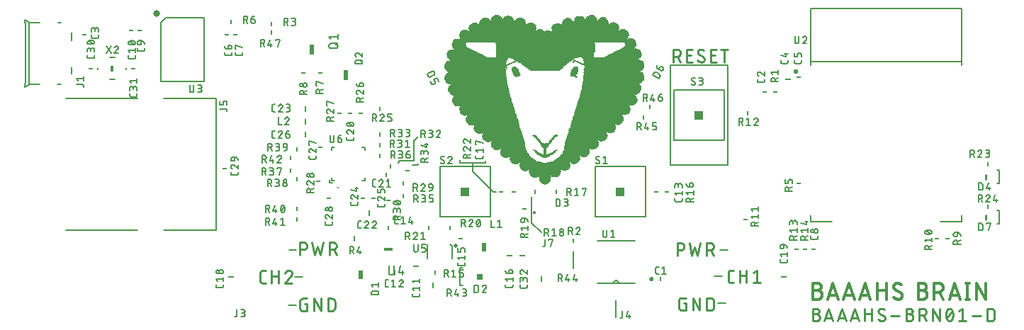
<source format=gbr>
G04 EAGLE Gerber RS-274X export*
G75*
%MOMM*%
%FSLAX34Y34*%
%LPD*%
%INSilkscreen Top*%
%IPPOS*%
%AMOC8*
5,1,8,0,0,1.08239X$1,22.5*%
G01*
%ADD10C,0.279400*%
%ADD11C,0.203200*%
%ADD12C,0.355600*%
%ADD13R,0.508000X0.254000*%
%ADD14C,0.152400*%
%ADD15R,0.762000X0.254000*%
%ADD16R,0.508000X1.270000*%
%ADD17R,0.254000X0.508000*%
%ADD18R,0.254000X0.762000*%
%ADD19R,0.508000X1.016000*%
%ADD20C,0.127000*%
%ADD21C,0.508000*%
%ADD22R,0.600000X1.000000*%
%ADD23C,0.200000*%
%ADD24R,0.762000X0.762000*%
%ADD25R,1.016000X1.016000*%
%ADD26C,0.300000*%
%ADD27C,0.100000*%
%ADD28C,0.254000*%
%ADD29R,0.213359X0.071119*%
%ADD30R,0.711200X0.071122*%
%ADD31R,0.853441X0.071119*%
%ADD32R,1.066800X0.071119*%
%ADD33R,1.137922X0.071122*%
%ADD34R,1.280159X0.071119*%
%ADD35R,1.280159X0.071122*%
%ADD36R,1.422400X0.071119*%
%ADD37R,1.422400X0.071122*%
%ADD38R,0.426722X0.071122*%
%ADD39R,0.711200X0.071119*%
%ADD40R,0.497838X0.071119*%
%ADD41R,2.346959X0.071119*%
%ADD42R,0.782319X0.071119*%
%ADD43R,2.346959X0.071122*%
%ADD44R,0.924563X0.071122*%
%ADD45R,3.484881X0.071119*%
%ADD46R,3.627119X0.071122*%
%ADD47R,3.698241X0.071119*%
%ADD48R,3.769359X0.071122*%
%ADD49R,3.769359X0.071119*%
%ADD50R,3.840478X0.071122*%
%ADD51R,0.284481X0.071119*%
%ADD52R,3.840478X0.071119*%
%ADD53R,0.426722X0.071119*%
%ADD54R,0.853441X0.071122*%
%ADD55R,3.698241X0.071122*%
%ADD56R,5.618481X0.071119*%
%ADD57R,5.760719X0.071122*%
%ADD58R,5.902959X0.071119*%
%ADD59R,5.974078X0.071119*%
%ADD60R,6.045200X0.071122*%
%ADD61R,6.045200X0.071119*%
%ADD62R,6.116322X0.071122*%
%ADD63R,6.116322X0.071119*%
%ADD64R,0.568959X0.071122*%
%ADD65R,0.284481X0.071122*%
%ADD66R,0.782322X0.071119*%
%ADD67R,2.773678X0.071122*%
%ADD68R,0.853438X0.071122*%
%ADD69R,3.484878X0.071119*%
%ADD70R,3.413759X0.071119*%
%ADD71R,3.342641X0.071119*%
%ADD72R,3.271519X0.071119*%
%ADD73R,3.129281X0.071122*%
%ADD74R,3.058159X0.071119*%
%ADD75R,2.987041X0.071119*%
%ADD76R,2.987041X0.071122*%
%ADD77R,2.844800X0.071119*%
%ADD78R,2.773678X0.071119*%
%ADD79R,2.773681X0.071119*%
%ADD80R,2.631441X0.071122*%
%ADD81R,0.497841X0.071119*%
%ADD82R,2.560319X0.071119*%
%ADD83R,0.782319X0.071122*%
%ADD84R,2.489200X0.071122*%
%ADD85R,3.342638X0.071119*%
%ADD86R,1.137922X0.071119*%
%ADD87R,2.346963X0.071119*%
%ADD88R,3.413759X0.071122*%
%ADD89R,1.635759X0.071122*%
%ADD90R,3.342641X0.071122*%
%ADD91R,3.413763X0.071119*%
%ADD92R,1.849122X0.071119*%
%ADD93R,0.355600X0.071122*%
%ADD94R,3.271519X0.071122*%
%ADD95R,0.568963X0.071119*%
%ADD96R,0.355600X0.071119*%
%ADD97R,0.568959X0.071119*%
%ADD98R,3.271522X0.071119*%
%ADD99R,0.426719X0.071119*%
%ADD100R,3.200400X0.071122*%
%ADD101R,3.200400X0.071119*%
%ADD102R,0.284478X0.071122*%
%ADD103R,3.129278X0.071122*%
%ADD104R,3.129281X0.071119*%
%ADD105R,0.142241X0.071119*%
%ADD106R,0.142238X0.071119*%
%ADD107R,3.129278X0.071119*%
%ADD108R,3.058163X0.071119*%
%ADD109R,3.911600X0.071119*%
%ADD110R,3.911600X0.071122*%
%ADD111R,0.497841X0.071122*%
%ADD112R,3.982719X0.071119*%
%ADD113R,0.640078X0.071119*%
%ADD114R,4.053841X0.071119*%
%ADD115R,4.053841X0.071122*%
%ADD116R,3.982719X0.071122*%
%ADD117R,3.982722X0.071119*%
%ADD118R,0.924559X0.071119*%
%ADD119R,0.995678X0.071122*%
%ADD120R,0.640081X0.071119*%
%ADD121R,3.982722X0.071122*%
%ADD122R,0.284478X0.071119*%
%ADD123R,3.840481X0.071119*%
%ADD124R,4.693919X0.071119*%
%ADD125R,4.765038X0.071122*%
%ADD126R,4.693922X0.071122*%
%ADD127R,4.836159X0.071119*%
%ADD128R,4.765041X0.071119*%
%ADD129R,4.836159X0.071122*%
%ADD130R,4.765041X0.071122*%
%ADD131R,4.907281X0.071119*%
%ADD132R,4.836163X0.071122*%
%ADD133R,4.836163X0.071119*%
%ADD134R,4.765038X0.071119*%
%ADD135R,0.213363X0.071119*%
%ADD136R,4.693919X0.071122*%
%ADD137R,4.622800X0.071119*%
%ADD138R,0.782322X0.071122*%
%ADD139R,4.551681X0.071122*%
%ADD140R,4.622800X0.071122*%
%ADD141R,0.568963X0.071122*%
%ADD142R,5.547359X0.071119*%
%ADD143R,5.405119X0.071119*%
%ADD144R,5.405122X0.071119*%
%ADD145R,5.547359X0.071122*%
%ADD146R,5.476241X0.071122*%
%ADD147R,5.618478X0.071119*%
%ADD148R,5.547363X0.071119*%
%ADD149R,5.618478X0.071122*%
%ADD150R,5.547363X0.071122*%
%ADD151R,5.618481X0.071122*%
%ADD152R,5.476241X0.071119*%
%ADD153R,5.334000X0.071122*%
%ADD154R,5.334000X0.071119*%
%ADD155R,6.116319X0.071122*%
%ADD156R,5.191759X0.071122*%
%ADD157R,0.640078X0.071122*%
%ADD158R,5.974081X0.071119*%
%ADD159R,6.187441X0.071119*%
%ADD160R,6.258559X0.071122*%
%ADD161R,6.187438X0.071119*%
%ADD162R,6.187438X0.071122*%
%ADD163R,6.258559X0.071119*%
%ADD164R,6.116319X0.071119*%
%ADD165R,6.187441X0.071122*%
%ADD166R,5.974081X0.071122*%
%ADD167R,5.902959X0.071122*%
%ADD168R,6.471919X0.071122*%
%ADD169R,5.831838X0.071122*%
%ADD170R,0.071119X0.071122*%
%ADD171R,6.614159X0.071119*%
%ADD172R,6.329681X0.071119*%
%ADD173R,6.471919X0.071119*%
%ADD174R,6.614159X0.071122*%
%ADD175R,6.543041X0.071122*%
%ADD176R,6.685281X0.071119*%
%ADD177R,6.685278X0.071122*%
%ADD178R,6.685278X0.071119*%
%ADD179R,6.614162X0.071119*%
%ADD180R,6.543041X0.071119*%
%ADD181R,6.471922X0.071119*%
%ADD182R,6.471922X0.071122*%
%ADD183R,6.400800X0.071119*%
%ADD184R,0.213359X0.071122*%
%ADD185R,6.329678X0.071122*%
%ADD186R,6.969759X0.071119*%
%ADD187R,6.329678X0.071119*%
%ADD188R,7.040878X0.071119*%
%ADD189R,6.756400X0.071119*%
%ADD190R,7.040881X0.071122*%
%ADD191R,6.898641X0.071122*%
%ADD192R,7.112000X0.071119*%
%ADD193R,7.183122X0.071122*%
%ADD194R,6.969763X0.071119*%
%ADD195R,7.183119X0.071119*%
%ADD196R,7.040881X0.071119*%
%ADD197R,7.183119X0.071122*%
%ADD198R,7.112000X0.071122*%
%ADD199R,7.040878X0.071122*%
%ADD200R,6.969763X0.071122*%
%ADD201R,6.969759X0.071122*%
%ADD202R,6.898641X0.071119*%
%ADD203R,6.827519X0.071122*%
%ADD204R,6.827519X0.071119*%
%ADD205R,6.756400X0.071122*%
%ADD206R,7.254238X0.071119*%
%ADD207R,7.254238X0.071122*%
%ADD208R,7.254241X0.071119*%
%ADD209R,7.254241X0.071122*%
%ADD210R,7.183122X0.071119*%
%ADD211R,6.898638X0.071119*%
%ADD212R,7.325359X0.071122*%
%ADD213R,7.396478X0.071119*%
%ADD214R,7.325359X0.071119*%
%ADD215R,7.396481X0.071122*%
%ADD216R,7.396481X0.071119*%
%ADD217R,7.467600X0.071122*%
%ADD218R,7.467600X0.071119*%
%ADD219R,0.142241X0.071122*%
%ADD220R,0.142238X0.071122*%
%ADD221R,0.853438X0.071119*%
%ADD222R,0.924559X0.071122*%
%ADD223R,6.827522X0.071119*%
%ADD224R,3.484878X0.071122*%
%ADD225R,4.196081X0.071119*%
%ADD226R,4.338319X0.071122*%
%ADD227R,0.497838X0.071122*%
%ADD228R,4.551681X0.071119*%
%ADD229R,7.396478X0.071122*%
%ADD230R,4.907281X0.071122*%
%ADD231R,5.120637X0.071119*%
%ADD232R,5.262881X0.071122*%
%ADD233R,7.609838X0.071122*%
%ADD234R,15.433041X0.071119*%
%ADD235R,9.743438X0.071119*%
%ADD236R,1.564641X0.071119*%
%ADD237R,4.480559X0.071119*%
%ADD238R,11.734800X0.071122*%
%ADD239R,4.409441X0.071122*%
%ADD240R,11.734800X0.071119*%
%ADD241R,4.267200X0.071119*%
%ADD242R,4.480563X0.071122*%
%ADD243R,4.124959X0.071122*%
%ADD244R,4.338322X0.071119*%
%ADD245R,3.769363X0.071122*%
%ADD246R,3.556000X0.071119*%
%ADD247R,11.805919X0.071119*%
%ADD248R,11.805919X0.071122*%
%ADD249R,2.915922X0.071122*%
%ADD250R,2.915919X0.071119*%
%ADD251R,2.702559X0.071119*%
%ADD252R,2.062481X0.071119*%
%ADD253R,2.204719X0.071119*%
%ADD254R,1.991359X0.071119*%
%ADD255R,1.564638X0.071119*%
%ADD256R,1.920241X0.071122*%
%ADD257R,1.493522X0.071122*%
%ADD258R,1.778000X0.071119*%
%ADD259R,1.706881X0.071122*%
%ADD260R,1.351278X0.071122*%
%ADD261R,1.635759X0.071119*%
%ADD262R,1.351281X0.071119*%
%ADD263R,1.706878X0.071119*%
%ADD264R,11.877041X0.071122*%
%ADD265R,11.877041X0.071119*%
%ADD266R,1.706881X0.071119*%
%ADD267R,21.904962X0.071122*%
%ADD268R,21.904962X0.071119*%
%ADD269R,21.762719X0.071122*%
%ADD270R,21.620481X0.071119*%
%ADD271R,21.478238X0.071119*%
%ADD272R,20.695919X0.071122*%
%ADD273R,20.055841X0.071119*%
%ADD274R,20.126959X0.071122*%
%ADD275R,20.126959X0.071119*%
%ADD276R,20.198078X0.071119*%
%ADD277R,20.269200X0.071122*%
%ADD278R,20.269200X0.071119*%
%ADD279R,20.198081X0.071119*%
%ADD280R,19.984719X0.071122*%
%ADD281R,19.913600X0.071119*%
%ADD282R,8.890000X0.071119*%
%ADD283R,9.032241X0.071119*%
%ADD284R,7.965438X0.071122*%
%ADD285R,8.036559X0.071122*%
%ADD286R,8.107681X0.071119*%
%ADD287R,8.036559X0.071119*%
%ADD288R,8.107681X0.071122*%
%ADD289R,8.107678X0.071122*%
%ADD290R,8.107678X0.071119*%
%ADD291R,7.965438X0.071119*%
%ADD292R,7.965441X0.071119*%
%ADD293R,7.965441X0.071122*%
%ADD294R,7.894319X0.071119*%
%ADD295R,0.995681X0.071119*%
%ADD296R,0.995681X0.071122*%
%ADD297R,0.426719X0.071122*%
%ADD298R,0.640081X0.071122*%
%ADD299R,5.405119X0.071122*%
%ADD300R,1.209041X0.071122*%
%ADD301R,1.209041X0.071119*%
%ADD302R,4.124959X0.071119*%
%ADD303R,2.773681X0.071122*%
%ADD304R,1.066800X0.071122*%
%ADD305R,1.137919X0.071122*%
%ADD306R,0.995678X0.071119*%
%ADD307R,1.351278X0.071119*%
%ADD308R,1.280163X0.071119*%
%ADD309R,1.280163X0.071122*%
%ADD310R,1.137919X0.071119*%
%ADD311C,0.800000*%
%ADD312R,0.400000X0.800000*%
%ADD313R,1.000000X0.400000*%


D10*
X396677Y50927D02*
X393347Y50927D01*
X393233Y50929D01*
X393120Y50935D01*
X393006Y50944D01*
X392894Y50958D01*
X392781Y50975D01*
X392669Y50997D01*
X392559Y51022D01*
X392449Y51050D01*
X392340Y51083D01*
X392232Y51119D01*
X392125Y51159D01*
X392020Y51203D01*
X391917Y51250D01*
X391815Y51300D01*
X391715Y51354D01*
X391617Y51412D01*
X391521Y51473D01*
X391427Y51536D01*
X391335Y51604D01*
X391245Y51674D01*
X391159Y51747D01*
X391074Y51823D01*
X390992Y51902D01*
X390913Y51984D01*
X390837Y52069D01*
X390764Y52155D01*
X390694Y52245D01*
X390626Y52337D01*
X390563Y52431D01*
X390502Y52527D01*
X390444Y52625D01*
X390390Y52725D01*
X390340Y52827D01*
X390293Y52930D01*
X390249Y53035D01*
X390209Y53142D01*
X390173Y53250D01*
X390140Y53359D01*
X390112Y53469D01*
X390087Y53579D01*
X390065Y53691D01*
X390048Y53804D01*
X390034Y53916D01*
X390025Y54030D01*
X390019Y54143D01*
X390017Y54257D01*
X390017Y62583D01*
X390019Y62697D01*
X390025Y62810D01*
X390034Y62924D01*
X390048Y63036D01*
X390065Y63149D01*
X390087Y63261D01*
X390112Y63371D01*
X390140Y63481D01*
X390173Y63590D01*
X390209Y63698D01*
X390249Y63805D01*
X390293Y63910D01*
X390340Y64013D01*
X390390Y64115D01*
X390444Y64215D01*
X390502Y64313D01*
X390563Y64409D01*
X390626Y64503D01*
X390694Y64595D01*
X390764Y64685D01*
X390837Y64771D01*
X390913Y64856D01*
X390992Y64938D01*
X391074Y65017D01*
X391158Y65093D01*
X391245Y65166D01*
X391335Y65236D01*
X391427Y65303D01*
X391521Y65367D01*
X391617Y65428D01*
X391715Y65486D01*
X391815Y65540D01*
X391917Y65590D01*
X392020Y65637D01*
X392125Y65681D01*
X392232Y65721D01*
X392340Y65757D01*
X392449Y65790D01*
X392559Y65818D01*
X392669Y65843D01*
X392781Y65865D01*
X392894Y65882D01*
X393006Y65896D01*
X393120Y65905D01*
X393233Y65911D01*
X393347Y65913D01*
X396677Y65913D01*
X403624Y65913D02*
X403624Y50927D01*
X403624Y59253D02*
X411949Y59253D01*
X411949Y65913D02*
X411949Y50927D01*
X424355Y65914D02*
X424475Y65912D01*
X424595Y65906D01*
X424715Y65897D01*
X424834Y65883D01*
X424953Y65866D01*
X425071Y65845D01*
X425189Y65820D01*
X425305Y65791D01*
X425421Y65759D01*
X425536Y65723D01*
X425649Y65683D01*
X425761Y65640D01*
X425872Y65593D01*
X425981Y65543D01*
X426088Y65489D01*
X426194Y65432D01*
X426297Y65371D01*
X426399Y65307D01*
X426499Y65240D01*
X426596Y65170D01*
X426691Y65097D01*
X426784Y65020D01*
X426874Y64941D01*
X426962Y64859D01*
X427047Y64774D01*
X427129Y64686D01*
X427208Y64596D01*
X427285Y64503D01*
X427358Y64408D01*
X427428Y64311D01*
X427495Y64211D01*
X427559Y64109D01*
X427620Y64006D01*
X427677Y63900D01*
X427731Y63793D01*
X427781Y63684D01*
X427828Y63573D01*
X427871Y63461D01*
X427911Y63348D01*
X427947Y63233D01*
X427979Y63117D01*
X428008Y63001D01*
X428033Y62883D01*
X428054Y62765D01*
X428071Y62646D01*
X428085Y62527D01*
X428094Y62407D01*
X428100Y62287D01*
X428102Y62167D01*
X424355Y65913D02*
X424217Y65911D01*
X424080Y65905D01*
X423943Y65895D01*
X423806Y65882D01*
X423670Y65864D01*
X423534Y65842D01*
X423398Y65817D01*
X423264Y65788D01*
X423131Y65755D01*
X422998Y65718D01*
X422867Y65677D01*
X422736Y65633D01*
X422608Y65585D01*
X422480Y65533D01*
X422354Y65477D01*
X422230Y65418D01*
X422107Y65356D01*
X421987Y65290D01*
X421868Y65221D01*
X421751Y65148D01*
X421637Y65072D01*
X421524Y64992D01*
X421414Y64910D01*
X421306Y64824D01*
X421201Y64736D01*
X421099Y64644D01*
X420999Y64550D01*
X420901Y64452D01*
X420807Y64352D01*
X420716Y64249D01*
X420627Y64144D01*
X420542Y64036D01*
X420459Y63926D01*
X420380Y63814D01*
X420304Y63699D01*
X420231Y63582D01*
X420162Y63463D01*
X420096Y63343D01*
X420034Y63220D01*
X419975Y63096D01*
X419920Y62970D01*
X419868Y62842D01*
X419820Y62713D01*
X419776Y62583D01*
X426852Y59253D02*
X426942Y59341D01*
X427028Y59432D01*
X427112Y59525D01*
X427193Y59621D01*
X427271Y59719D01*
X427345Y59819D01*
X427417Y59922D01*
X427485Y60027D01*
X427550Y60135D01*
X427612Y60244D01*
X427670Y60355D01*
X427725Y60468D01*
X427776Y60582D01*
X427823Y60698D01*
X427867Y60815D01*
X427907Y60934D01*
X427944Y61054D01*
X427977Y61175D01*
X428006Y61297D01*
X428031Y61419D01*
X428052Y61543D01*
X428070Y61667D01*
X428083Y61792D01*
X428093Y61917D01*
X428099Y62042D01*
X428101Y62167D01*
X426853Y59253D02*
X419776Y50927D01*
X428101Y50927D01*
X443597Y25725D02*
X446095Y25725D01*
X446095Y17399D01*
X441099Y17399D01*
X440985Y17401D01*
X440872Y17407D01*
X440758Y17416D01*
X440646Y17430D01*
X440533Y17447D01*
X440421Y17469D01*
X440311Y17494D01*
X440201Y17522D01*
X440092Y17555D01*
X439984Y17591D01*
X439877Y17631D01*
X439772Y17675D01*
X439669Y17722D01*
X439567Y17772D01*
X439467Y17826D01*
X439369Y17884D01*
X439273Y17945D01*
X439179Y18008D01*
X439087Y18076D01*
X438997Y18146D01*
X438911Y18219D01*
X438826Y18295D01*
X438744Y18374D01*
X438665Y18456D01*
X438589Y18541D01*
X438516Y18627D01*
X438446Y18717D01*
X438378Y18809D01*
X438315Y18903D01*
X438254Y18999D01*
X438196Y19097D01*
X438142Y19197D01*
X438092Y19299D01*
X438045Y19402D01*
X438001Y19507D01*
X437961Y19614D01*
X437925Y19722D01*
X437892Y19831D01*
X437864Y19941D01*
X437839Y20051D01*
X437817Y20163D01*
X437800Y20276D01*
X437786Y20388D01*
X437777Y20502D01*
X437771Y20615D01*
X437769Y20729D01*
X437769Y29055D01*
X437771Y29169D01*
X437777Y29282D01*
X437786Y29396D01*
X437800Y29508D01*
X437817Y29621D01*
X437839Y29733D01*
X437864Y29843D01*
X437892Y29953D01*
X437925Y30062D01*
X437961Y30170D01*
X438001Y30277D01*
X438045Y30382D01*
X438092Y30485D01*
X438142Y30587D01*
X438196Y30687D01*
X438254Y30785D01*
X438315Y30881D01*
X438378Y30975D01*
X438446Y31067D01*
X438516Y31157D01*
X438589Y31243D01*
X438665Y31328D01*
X438744Y31410D01*
X438826Y31489D01*
X438910Y31565D01*
X438997Y31638D01*
X439087Y31708D01*
X439179Y31775D01*
X439273Y31839D01*
X439369Y31900D01*
X439467Y31958D01*
X439567Y32012D01*
X439669Y32062D01*
X439772Y32109D01*
X439877Y32153D01*
X439984Y32193D01*
X440092Y32229D01*
X440201Y32262D01*
X440311Y32290D01*
X440421Y32315D01*
X440533Y32337D01*
X440646Y32354D01*
X440758Y32368D01*
X440872Y32377D01*
X440985Y32383D01*
X441099Y32385D01*
X446095Y32385D01*
X454442Y32385D02*
X454442Y17399D01*
X462768Y17399D02*
X454442Y32385D01*
X462768Y32385D02*
X462768Y17399D01*
X471116Y17399D02*
X471116Y32385D01*
X475278Y32385D01*
X475406Y32383D01*
X475534Y32377D01*
X475662Y32367D01*
X475790Y32353D01*
X475917Y32336D01*
X476043Y32314D01*
X476169Y32289D01*
X476293Y32259D01*
X476417Y32226D01*
X476540Y32189D01*
X476662Y32148D01*
X476782Y32104D01*
X476901Y32056D01*
X477018Y32004D01*
X477134Y31949D01*
X477247Y31890D01*
X477360Y31827D01*
X477470Y31761D01*
X477577Y31692D01*
X477683Y31620D01*
X477787Y31544D01*
X477888Y31465D01*
X477987Y31383D01*
X478083Y31298D01*
X478176Y31211D01*
X478267Y31120D01*
X478354Y31027D01*
X478439Y30931D01*
X478521Y30832D01*
X478600Y30731D01*
X478676Y30627D01*
X478748Y30521D01*
X478817Y30414D01*
X478883Y30304D01*
X478946Y30191D01*
X479005Y30078D01*
X479060Y29962D01*
X479112Y29845D01*
X479160Y29726D01*
X479204Y29606D01*
X479245Y29484D01*
X479282Y29361D01*
X479315Y29237D01*
X479345Y29113D01*
X479370Y28987D01*
X479392Y28861D01*
X479409Y28734D01*
X479423Y28606D01*
X479433Y28478D01*
X479439Y28350D01*
X479441Y28222D01*
X479441Y21562D01*
X479439Y21434D01*
X479433Y21306D01*
X479423Y21178D01*
X479409Y21050D01*
X479392Y20923D01*
X479370Y20797D01*
X479345Y20671D01*
X479315Y20547D01*
X479282Y20423D01*
X479245Y20300D01*
X479204Y20178D01*
X479160Y20058D01*
X479112Y19939D01*
X479060Y19822D01*
X479005Y19706D01*
X478946Y19593D01*
X478883Y19480D01*
X478817Y19370D01*
X478748Y19263D01*
X478676Y19157D01*
X478600Y19053D01*
X478521Y18952D01*
X478439Y18853D01*
X478354Y18757D01*
X478267Y18664D01*
X478176Y18573D01*
X478083Y18486D01*
X477987Y18401D01*
X477888Y18319D01*
X477787Y18240D01*
X477683Y18164D01*
X477577Y18092D01*
X477470Y18023D01*
X477360Y17957D01*
X477247Y17894D01*
X477134Y17835D01*
X477018Y17780D01*
X476901Y17728D01*
X476782Y17680D01*
X476662Y17636D01*
X476540Y17595D01*
X476417Y17558D01*
X476293Y17525D01*
X476169Y17495D01*
X476043Y17470D01*
X475917Y17448D01*
X475790Y17431D01*
X475662Y17417D01*
X475534Y17407D01*
X475406Y17401D01*
X475278Y17399D01*
X471116Y17399D01*
X888365Y83693D02*
X888365Y98679D01*
X892528Y98679D01*
X892656Y98677D01*
X892784Y98671D01*
X892912Y98661D01*
X893040Y98647D01*
X893167Y98630D01*
X893293Y98608D01*
X893419Y98583D01*
X893543Y98553D01*
X893667Y98520D01*
X893790Y98483D01*
X893912Y98442D01*
X894032Y98398D01*
X894151Y98350D01*
X894268Y98298D01*
X894384Y98243D01*
X894497Y98184D01*
X894610Y98121D01*
X894720Y98055D01*
X894827Y97986D01*
X894933Y97914D01*
X895037Y97838D01*
X895138Y97759D01*
X895237Y97677D01*
X895333Y97592D01*
X895426Y97505D01*
X895517Y97414D01*
X895604Y97321D01*
X895689Y97225D01*
X895771Y97126D01*
X895850Y97025D01*
X895926Y96921D01*
X895998Y96815D01*
X896067Y96708D01*
X896133Y96597D01*
X896196Y96485D01*
X896255Y96372D01*
X896310Y96256D01*
X896362Y96139D01*
X896410Y96020D01*
X896454Y95900D01*
X896495Y95778D01*
X896532Y95655D01*
X896565Y95531D01*
X896595Y95407D01*
X896620Y95281D01*
X896642Y95155D01*
X896659Y95028D01*
X896673Y94900D01*
X896683Y94772D01*
X896689Y94644D01*
X896691Y94516D01*
X896689Y94388D01*
X896683Y94260D01*
X896673Y94132D01*
X896659Y94004D01*
X896642Y93877D01*
X896620Y93751D01*
X896595Y93625D01*
X896565Y93501D01*
X896532Y93377D01*
X896495Y93254D01*
X896454Y93132D01*
X896410Y93012D01*
X896362Y92893D01*
X896310Y92776D01*
X896255Y92660D01*
X896196Y92547D01*
X896133Y92434D01*
X896067Y92324D01*
X895998Y92217D01*
X895926Y92111D01*
X895850Y92007D01*
X895771Y91906D01*
X895689Y91807D01*
X895604Y91711D01*
X895517Y91618D01*
X895426Y91527D01*
X895333Y91440D01*
X895237Y91355D01*
X895138Y91273D01*
X895037Y91194D01*
X894933Y91118D01*
X894827Y91046D01*
X894720Y90977D01*
X894610Y90911D01*
X894497Y90848D01*
X894384Y90789D01*
X894268Y90734D01*
X894151Y90682D01*
X894032Y90634D01*
X893912Y90590D01*
X893790Y90549D01*
X893667Y90512D01*
X893543Y90479D01*
X893419Y90449D01*
X893293Y90424D01*
X893167Y90402D01*
X893040Y90385D01*
X892912Y90371D01*
X892784Y90361D01*
X892656Y90355D01*
X892528Y90353D01*
X888365Y90353D01*
X902744Y98679D02*
X906074Y83693D01*
X909404Y93684D01*
X912734Y83693D01*
X916065Y98679D01*
X923616Y98679D02*
X923616Y83693D01*
X923616Y98679D02*
X927779Y98679D01*
X927907Y98677D01*
X928035Y98671D01*
X928163Y98661D01*
X928291Y98647D01*
X928418Y98630D01*
X928544Y98608D01*
X928670Y98583D01*
X928794Y98553D01*
X928918Y98520D01*
X929041Y98483D01*
X929163Y98442D01*
X929283Y98398D01*
X929402Y98350D01*
X929519Y98298D01*
X929635Y98243D01*
X929748Y98184D01*
X929861Y98121D01*
X929971Y98055D01*
X930078Y97986D01*
X930184Y97914D01*
X930288Y97838D01*
X930389Y97759D01*
X930488Y97677D01*
X930584Y97592D01*
X930677Y97505D01*
X930768Y97414D01*
X930855Y97321D01*
X930940Y97225D01*
X931022Y97126D01*
X931101Y97025D01*
X931177Y96921D01*
X931249Y96815D01*
X931318Y96708D01*
X931384Y96597D01*
X931447Y96485D01*
X931506Y96372D01*
X931561Y96256D01*
X931613Y96139D01*
X931661Y96020D01*
X931705Y95900D01*
X931746Y95778D01*
X931783Y95655D01*
X931816Y95531D01*
X931846Y95407D01*
X931871Y95281D01*
X931893Y95155D01*
X931910Y95028D01*
X931924Y94900D01*
X931934Y94772D01*
X931940Y94644D01*
X931942Y94516D01*
X931940Y94388D01*
X931934Y94260D01*
X931924Y94132D01*
X931910Y94004D01*
X931893Y93877D01*
X931871Y93751D01*
X931846Y93625D01*
X931816Y93501D01*
X931783Y93377D01*
X931746Y93254D01*
X931705Y93132D01*
X931661Y93012D01*
X931613Y92893D01*
X931561Y92776D01*
X931506Y92660D01*
X931447Y92547D01*
X931384Y92434D01*
X931318Y92324D01*
X931249Y92217D01*
X931177Y92111D01*
X931101Y92007D01*
X931022Y91906D01*
X930940Y91807D01*
X930855Y91711D01*
X930768Y91618D01*
X930677Y91527D01*
X930584Y91440D01*
X930488Y91355D01*
X930389Y91273D01*
X930288Y91194D01*
X930184Y91118D01*
X930078Y91046D01*
X929971Y90977D01*
X929861Y90911D01*
X929748Y90848D01*
X929635Y90789D01*
X929519Y90734D01*
X929402Y90682D01*
X929283Y90634D01*
X929163Y90590D01*
X929041Y90549D01*
X928918Y90512D01*
X928794Y90479D01*
X928670Y90449D01*
X928544Y90424D01*
X928418Y90402D01*
X928291Y90385D01*
X928163Y90371D01*
X928035Y90361D01*
X927907Y90355D01*
X927779Y90353D01*
X923616Y90353D01*
X928611Y90353D02*
X931941Y83693D01*
X952655Y51181D02*
X955985Y51181D01*
X952655Y51181D02*
X952541Y51183D01*
X952428Y51189D01*
X952314Y51198D01*
X952202Y51212D01*
X952089Y51229D01*
X951977Y51251D01*
X951867Y51276D01*
X951757Y51304D01*
X951648Y51337D01*
X951540Y51373D01*
X951433Y51413D01*
X951328Y51457D01*
X951225Y51504D01*
X951123Y51554D01*
X951023Y51608D01*
X950925Y51666D01*
X950829Y51727D01*
X950735Y51790D01*
X950643Y51858D01*
X950553Y51928D01*
X950467Y52001D01*
X950382Y52077D01*
X950300Y52156D01*
X950221Y52238D01*
X950145Y52323D01*
X950072Y52409D01*
X950002Y52499D01*
X949934Y52591D01*
X949871Y52685D01*
X949810Y52781D01*
X949752Y52879D01*
X949698Y52979D01*
X949648Y53081D01*
X949601Y53184D01*
X949557Y53289D01*
X949517Y53396D01*
X949481Y53504D01*
X949448Y53613D01*
X949420Y53723D01*
X949395Y53833D01*
X949373Y53945D01*
X949356Y54058D01*
X949342Y54170D01*
X949333Y54284D01*
X949327Y54397D01*
X949325Y54511D01*
X949325Y62837D01*
X949327Y62951D01*
X949333Y63064D01*
X949342Y63178D01*
X949356Y63290D01*
X949373Y63403D01*
X949395Y63515D01*
X949420Y63625D01*
X949448Y63735D01*
X949481Y63844D01*
X949517Y63952D01*
X949557Y64059D01*
X949601Y64164D01*
X949648Y64267D01*
X949698Y64369D01*
X949752Y64469D01*
X949810Y64567D01*
X949871Y64663D01*
X949934Y64757D01*
X950002Y64849D01*
X950072Y64939D01*
X950145Y65025D01*
X950221Y65110D01*
X950300Y65192D01*
X950382Y65271D01*
X950466Y65347D01*
X950553Y65420D01*
X950643Y65490D01*
X950735Y65557D01*
X950829Y65621D01*
X950925Y65682D01*
X951023Y65740D01*
X951123Y65794D01*
X951225Y65844D01*
X951328Y65891D01*
X951433Y65935D01*
X951540Y65975D01*
X951648Y66011D01*
X951757Y66044D01*
X951867Y66072D01*
X951977Y66097D01*
X952089Y66119D01*
X952202Y66136D01*
X952314Y66150D01*
X952428Y66159D01*
X952541Y66165D01*
X952655Y66167D01*
X955985Y66167D01*
X962932Y66167D02*
X962932Y51181D01*
X962932Y59507D02*
X971257Y59507D01*
X971257Y66167D02*
X971257Y51181D01*
X979084Y62837D02*
X983247Y66167D01*
X983247Y51181D01*
X987409Y51181D02*
X979084Y51181D01*
X898723Y26487D02*
X896225Y26487D01*
X898723Y26487D02*
X898723Y18161D01*
X893727Y18161D01*
X893613Y18163D01*
X893500Y18169D01*
X893386Y18178D01*
X893274Y18192D01*
X893161Y18209D01*
X893049Y18231D01*
X892939Y18256D01*
X892829Y18284D01*
X892720Y18317D01*
X892612Y18353D01*
X892505Y18393D01*
X892400Y18437D01*
X892297Y18484D01*
X892195Y18534D01*
X892095Y18588D01*
X891997Y18646D01*
X891901Y18707D01*
X891807Y18770D01*
X891715Y18838D01*
X891625Y18908D01*
X891539Y18981D01*
X891454Y19057D01*
X891372Y19136D01*
X891293Y19218D01*
X891217Y19303D01*
X891144Y19389D01*
X891074Y19479D01*
X891006Y19571D01*
X890943Y19665D01*
X890882Y19761D01*
X890824Y19859D01*
X890770Y19959D01*
X890720Y20061D01*
X890673Y20164D01*
X890629Y20269D01*
X890589Y20376D01*
X890553Y20484D01*
X890520Y20593D01*
X890492Y20703D01*
X890467Y20813D01*
X890445Y20925D01*
X890428Y21038D01*
X890414Y21150D01*
X890405Y21264D01*
X890399Y21377D01*
X890397Y21491D01*
X890397Y29817D01*
X890399Y29931D01*
X890405Y30044D01*
X890414Y30158D01*
X890428Y30270D01*
X890445Y30383D01*
X890467Y30495D01*
X890492Y30605D01*
X890520Y30715D01*
X890553Y30824D01*
X890589Y30932D01*
X890629Y31039D01*
X890673Y31144D01*
X890720Y31247D01*
X890770Y31349D01*
X890824Y31449D01*
X890882Y31547D01*
X890943Y31643D01*
X891006Y31737D01*
X891074Y31829D01*
X891144Y31919D01*
X891217Y32005D01*
X891293Y32090D01*
X891372Y32172D01*
X891454Y32251D01*
X891538Y32327D01*
X891625Y32400D01*
X891715Y32470D01*
X891807Y32537D01*
X891901Y32601D01*
X891997Y32662D01*
X892095Y32720D01*
X892195Y32774D01*
X892297Y32824D01*
X892400Y32871D01*
X892505Y32915D01*
X892612Y32955D01*
X892720Y32991D01*
X892829Y33024D01*
X892939Y33052D01*
X893049Y33077D01*
X893161Y33099D01*
X893274Y33116D01*
X893386Y33130D01*
X893500Y33139D01*
X893613Y33145D01*
X893727Y33147D01*
X898723Y33147D01*
X907070Y33147D02*
X907070Y18161D01*
X915396Y18161D02*
X907070Y33147D01*
X915396Y33147D02*
X915396Y18161D01*
X923744Y18161D02*
X923744Y33147D01*
X927906Y33147D01*
X928034Y33145D01*
X928162Y33139D01*
X928290Y33129D01*
X928418Y33115D01*
X928545Y33098D01*
X928671Y33076D01*
X928797Y33051D01*
X928921Y33021D01*
X929045Y32988D01*
X929168Y32951D01*
X929290Y32910D01*
X929410Y32866D01*
X929529Y32818D01*
X929646Y32766D01*
X929762Y32711D01*
X929875Y32652D01*
X929988Y32589D01*
X930098Y32523D01*
X930205Y32454D01*
X930311Y32382D01*
X930415Y32306D01*
X930516Y32227D01*
X930615Y32145D01*
X930711Y32060D01*
X930804Y31973D01*
X930895Y31882D01*
X930982Y31789D01*
X931067Y31693D01*
X931149Y31594D01*
X931228Y31493D01*
X931304Y31389D01*
X931376Y31283D01*
X931445Y31176D01*
X931511Y31066D01*
X931574Y30953D01*
X931633Y30840D01*
X931688Y30724D01*
X931740Y30607D01*
X931788Y30488D01*
X931832Y30368D01*
X931873Y30246D01*
X931910Y30123D01*
X931943Y29999D01*
X931973Y29875D01*
X931998Y29749D01*
X932020Y29623D01*
X932037Y29496D01*
X932051Y29368D01*
X932061Y29240D01*
X932067Y29112D01*
X932069Y28984D01*
X932069Y22324D01*
X932067Y22196D01*
X932061Y22068D01*
X932051Y21940D01*
X932037Y21812D01*
X932020Y21685D01*
X931998Y21559D01*
X931973Y21433D01*
X931943Y21309D01*
X931910Y21185D01*
X931873Y21062D01*
X931832Y20940D01*
X931788Y20820D01*
X931740Y20701D01*
X931688Y20584D01*
X931633Y20468D01*
X931574Y20355D01*
X931511Y20242D01*
X931445Y20132D01*
X931376Y20025D01*
X931304Y19919D01*
X931228Y19815D01*
X931149Y19714D01*
X931067Y19615D01*
X930982Y19519D01*
X930895Y19426D01*
X930804Y19335D01*
X930711Y19248D01*
X930615Y19163D01*
X930516Y19081D01*
X930415Y19002D01*
X930311Y18926D01*
X930205Y18854D01*
X930098Y18785D01*
X929988Y18719D01*
X929875Y18656D01*
X929762Y18597D01*
X929646Y18542D01*
X929529Y18490D01*
X929410Y18442D01*
X929290Y18398D01*
X929168Y18357D01*
X929045Y18320D01*
X928921Y18287D01*
X928797Y18257D01*
X928671Y18232D01*
X928545Y18210D01*
X928418Y18193D01*
X928290Y18179D01*
X928162Y18169D01*
X928034Y18163D01*
X927906Y18161D01*
X923744Y18161D01*
D11*
X939292Y90424D02*
X948436Y90424D01*
X942086Y59182D02*
X932942Y59182D01*
X937260Y26924D02*
X946404Y26924D01*
X433578Y90678D02*
X424434Y90678D01*
D10*
X437769Y84455D02*
X437769Y99441D01*
X441932Y99441D01*
X442060Y99439D01*
X442188Y99433D01*
X442316Y99423D01*
X442444Y99409D01*
X442571Y99392D01*
X442697Y99370D01*
X442823Y99345D01*
X442947Y99315D01*
X443071Y99282D01*
X443194Y99245D01*
X443316Y99204D01*
X443436Y99160D01*
X443555Y99112D01*
X443672Y99060D01*
X443788Y99005D01*
X443901Y98946D01*
X444014Y98883D01*
X444124Y98817D01*
X444231Y98748D01*
X444337Y98676D01*
X444441Y98600D01*
X444542Y98521D01*
X444641Y98439D01*
X444737Y98354D01*
X444830Y98267D01*
X444921Y98176D01*
X445008Y98083D01*
X445093Y97987D01*
X445175Y97888D01*
X445254Y97787D01*
X445330Y97683D01*
X445402Y97577D01*
X445471Y97470D01*
X445537Y97359D01*
X445600Y97247D01*
X445659Y97134D01*
X445714Y97018D01*
X445766Y96901D01*
X445814Y96782D01*
X445858Y96662D01*
X445899Y96540D01*
X445936Y96417D01*
X445969Y96293D01*
X445999Y96169D01*
X446024Y96043D01*
X446046Y95917D01*
X446063Y95790D01*
X446077Y95662D01*
X446087Y95534D01*
X446093Y95406D01*
X446095Y95278D01*
X446093Y95150D01*
X446087Y95022D01*
X446077Y94894D01*
X446063Y94766D01*
X446046Y94639D01*
X446024Y94513D01*
X445999Y94387D01*
X445969Y94263D01*
X445936Y94139D01*
X445899Y94016D01*
X445858Y93894D01*
X445814Y93774D01*
X445766Y93655D01*
X445714Y93538D01*
X445659Y93422D01*
X445600Y93309D01*
X445537Y93196D01*
X445471Y93086D01*
X445402Y92979D01*
X445330Y92873D01*
X445254Y92769D01*
X445175Y92668D01*
X445093Y92569D01*
X445008Y92473D01*
X444921Y92380D01*
X444830Y92289D01*
X444737Y92202D01*
X444641Y92117D01*
X444542Y92035D01*
X444441Y91956D01*
X444337Y91880D01*
X444231Y91808D01*
X444124Y91739D01*
X444014Y91673D01*
X443901Y91610D01*
X443788Y91551D01*
X443672Y91496D01*
X443555Y91444D01*
X443436Y91396D01*
X443316Y91352D01*
X443194Y91311D01*
X443071Y91274D01*
X442947Y91241D01*
X442823Y91211D01*
X442697Y91186D01*
X442571Y91164D01*
X442444Y91147D01*
X442316Y91133D01*
X442188Y91123D01*
X442060Y91117D01*
X441932Y91115D01*
X437769Y91115D01*
X452148Y99441D02*
X455478Y84455D01*
X458808Y94446D01*
X462138Y84455D01*
X465469Y99441D01*
X473020Y99441D02*
X473020Y84455D01*
X473020Y99441D02*
X477183Y99441D01*
X477311Y99439D01*
X477439Y99433D01*
X477567Y99423D01*
X477695Y99409D01*
X477822Y99392D01*
X477948Y99370D01*
X478074Y99345D01*
X478198Y99315D01*
X478322Y99282D01*
X478445Y99245D01*
X478567Y99204D01*
X478687Y99160D01*
X478806Y99112D01*
X478923Y99060D01*
X479039Y99005D01*
X479152Y98946D01*
X479265Y98883D01*
X479375Y98817D01*
X479482Y98748D01*
X479588Y98676D01*
X479692Y98600D01*
X479793Y98521D01*
X479892Y98439D01*
X479988Y98354D01*
X480081Y98267D01*
X480172Y98176D01*
X480259Y98083D01*
X480344Y97987D01*
X480426Y97888D01*
X480505Y97787D01*
X480581Y97683D01*
X480653Y97577D01*
X480722Y97470D01*
X480788Y97359D01*
X480851Y97247D01*
X480910Y97134D01*
X480965Y97018D01*
X481017Y96901D01*
X481065Y96782D01*
X481109Y96662D01*
X481150Y96540D01*
X481187Y96417D01*
X481220Y96293D01*
X481250Y96169D01*
X481275Y96043D01*
X481297Y95917D01*
X481314Y95790D01*
X481328Y95662D01*
X481338Y95534D01*
X481344Y95406D01*
X481346Y95278D01*
X481344Y95150D01*
X481338Y95022D01*
X481328Y94894D01*
X481314Y94766D01*
X481297Y94639D01*
X481275Y94513D01*
X481250Y94387D01*
X481220Y94263D01*
X481187Y94139D01*
X481150Y94016D01*
X481109Y93894D01*
X481065Y93774D01*
X481017Y93655D01*
X480965Y93538D01*
X480910Y93422D01*
X480851Y93309D01*
X480788Y93196D01*
X480722Y93086D01*
X480653Y92979D01*
X480581Y92873D01*
X480505Y92769D01*
X480426Y92668D01*
X480344Y92569D01*
X480259Y92473D01*
X480172Y92380D01*
X480081Y92289D01*
X479988Y92202D01*
X479892Y92117D01*
X479793Y92035D01*
X479692Y91956D01*
X479588Y91880D01*
X479482Y91808D01*
X479375Y91739D01*
X479265Y91673D01*
X479152Y91610D01*
X479039Y91551D01*
X478923Y91496D01*
X478806Y91444D01*
X478687Y91396D01*
X478567Y91352D01*
X478445Y91311D01*
X478322Y91274D01*
X478198Y91241D01*
X478074Y91211D01*
X477948Y91186D01*
X477822Y91164D01*
X477695Y91147D01*
X477567Y91133D01*
X477439Y91123D01*
X477311Y91117D01*
X477183Y91115D01*
X473020Y91115D01*
X478015Y91115D02*
X481345Y84455D01*
D11*
X440944Y58420D02*
X431800Y58420D01*
X432816Y24638D02*
X423672Y24638D01*
D10*
X884047Y315087D02*
X884047Y330073D01*
X888210Y330073D01*
X888338Y330071D01*
X888466Y330065D01*
X888594Y330055D01*
X888722Y330041D01*
X888849Y330024D01*
X888975Y330002D01*
X889101Y329977D01*
X889225Y329947D01*
X889349Y329914D01*
X889472Y329877D01*
X889594Y329836D01*
X889714Y329792D01*
X889833Y329744D01*
X889950Y329692D01*
X890066Y329637D01*
X890179Y329578D01*
X890292Y329515D01*
X890402Y329449D01*
X890509Y329380D01*
X890615Y329308D01*
X890719Y329232D01*
X890820Y329153D01*
X890919Y329071D01*
X891015Y328986D01*
X891108Y328899D01*
X891199Y328808D01*
X891286Y328715D01*
X891371Y328619D01*
X891453Y328520D01*
X891532Y328419D01*
X891608Y328315D01*
X891680Y328209D01*
X891749Y328102D01*
X891815Y327992D01*
X891878Y327879D01*
X891937Y327766D01*
X891992Y327650D01*
X892044Y327533D01*
X892092Y327414D01*
X892136Y327294D01*
X892177Y327172D01*
X892214Y327049D01*
X892247Y326925D01*
X892277Y326801D01*
X892302Y326675D01*
X892324Y326549D01*
X892341Y326422D01*
X892355Y326294D01*
X892365Y326166D01*
X892371Y326038D01*
X892373Y325910D01*
X892371Y325782D01*
X892365Y325654D01*
X892355Y325526D01*
X892341Y325398D01*
X892324Y325271D01*
X892302Y325145D01*
X892277Y325019D01*
X892247Y324895D01*
X892214Y324771D01*
X892177Y324648D01*
X892136Y324526D01*
X892092Y324406D01*
X892044Y324287D01*
X891992Y324170D01*
X891937Y324054D01*
X891878Y323941D01*
X891815Y323829D01*
X891749Y323718D01*
X891680Y323611D01*
X891608Y323505D01*
X891532Y323401D01*
X891453Y323300D01*
X891371Y323201D01*
X891286Y323105D01*
X891199Y323012D01*
X891108Y322921D01*
X891015Y322834D01*
X890919Y322749D01*
X890820Y322667D01*
X890719Y322588D01*
X890615Y322512D01*
X890509Y322440D01*
X890402Y322371D01*
X890292Y322305D01*
X890179Y322242D01*
X890066Y322183D01*
X889950Y322128D01*
X889833Y322076D01*
X889714Y322028D01*
X889594Y321984D01*
X889472Y321943D01*
X889349Y321906D01*
X889225Y321873D01*
X889101Y321843D01*
X888975Y321818D01*
X888849Y321796D01*
X888722Y321779D01*
X888594Y321765D01*
X888466Y321755D01*
X888338Y321749D01*
X888210Y321747D01*
X884047Y321747D01*
X889042Y321747D02*
X892373Y315087D01*
X900106Y315087D02*
X906767Y315087D01*
X900106Y315087D02*
X900106Y330073D01*
X906767Y330073D01*
X905101Y323413D02*
X900106Y323413D01*
X917561Y315087D02*
X917675Y315089D01*
X917788Y315095D01*
X917902Y315104D01*
X918014Y315118D01*
X918127Y315135D01*
X918239Y315157D01*
X918349Y315182D01*
X918459Y315210D01*
X918568Y315243D01*
X918676Y315279D01*
X918783Y315319D01*
X918888Y315363D01*
X918991Y315410D01*
X919093Y315460D01*
X919193Y315514D01*
X919291Y315572D01*
X919387Y315633D01*
X919481Y315697D01*
X919573Y315764D01*
X919663Y315834D01*
X919750Y315907D01*
X919834Y315983D01*
X919916Y316062D01*
X919995Y316144D01*
X920071Y316229D01*
X920144Y316315D01*
X920214Y316405D01*
X920282Y316497D01*
X920345Y316591D01*
X920406Y316687D01*
X920464Y316785D01*
X920518Y316885D01*
X920568Y316987D01*
X920615Y317090D01*
X920659Y317195D01*
X920699Y317302D01*
X920735Y317410D01*
X920768Y317519D01*
X920796Y317629D01*
X920821Y317739D01*
X920843Y317851D01*
X920860Y317964D01*
X920874Y318076D01*
X920883Y318190D01*
X920889Y318303D01*
X920891Y318417D01*
X917561Y315087D02*
X917393Y315089D01*
X917225Y315095D01*
X917057Y315105D01*
X916889Y315119D01*
X916721Y315137D01*
X916555Y315159D01*
X916388Y315185D01*
X916223Y315215D01*
X916058Y315249D01*
X915894Y315287D01*
X915731Y315329D01*
X915569Y315375D01*
X915408Y315425D01*
X915248Y315478D01*
X915090Y315535D01*
X914933Y315596D01*
X914778Y315661D01*
X914624Y315729D01*
X914472Y315802D01*
X914322Y315877D01*
X914173Y315957D01*
X914026Y316039D01*
X913882Y316126D01*
X913740Y316215D01*
X913599Y316309D01*
X913461Y316405D01*
X913326Y316505D01*
X913193Y316608D01*
X913062Y316714D01*
X912934Y316823D01*
X912808Y316935D01*
X912686Y317050D01*
X912566Y317168D01*
X912983Y326743D02*
X912985Y326857D01*
X912991Y326970D01*
X913000Y327084D01*
X913014Y327196D01*
X913031Y327309D01*
X913053Y327421D01*
X913078Y327531D01*
X913106Y327641D01*
X913139Y327750D01*
X913175Y327858D01*
X913215Y327965D01*
X913259Y328070D01*
X913306Y328173D01*
X913356Y328275D01*
X913410Y328375D01*
X913468Y328473D01*
X913529Y328569D01*
X913592Y328663D01*
X913660Y328755D01*
X913730Y328845D01*
X913803Y328931D01*
X913879Y329016D01*
X913958Y329098D01*
X914040Y329177D01*
X914125Y329253D01*
X914211Y329326D01*
X914301Y329396D01*
X914393Y329464D01*
X914487Y329527D01*
X914583Y329588D01*
X914681Y329646D01*
X914781Y329700D01*
X914883Y329750D01*
X914986Y329797D01*
X915091Y329841D01*
X915198Y329881D01*
X915306Y329917D01*
X915415Y329950D01*
X915525Y329978D01*
X915635Y330003D01*
X915747Y330025D01*
X915860Y330042D01*
X915972Y330056D01*
X916086Y330065D01*
X916199Y330071D01*
X916313Y330073D01*
X916468Y330071D01*
X916622Y330065D01*
X916776Y330056D01*
X916930Y330042D01*
X917084Y330025D01*
X917237Y330004D01*
X917389Y329980D01*
X917541Y329951D01*
X917692Y329919D01*
X917843Y329883D01*
X917992Y329843D01*
X918140Y329800D01*
X918288Y329753D01*
X918434Y329702D01*
X918578Y329648D01*
X918722Y329590D01*
X918863Y329528D01*
X919004Y329464D01*
X919142Y329395D01*
X919279Y329324D01*
X919414Y329248D01*
X919547Y329170D01*
X919679Y329088D01*
X919808Y329003D01*
X919935Y328915D01*
X920059Y328824D01*
X914648Y323829D02*
X914551Y323888D01*
X914457Y323951D01*
X914364Y324016D01*
X914274Y324085D01*
X914186Y324156D01*
X914101Y324231D01*
X914018Y324308D01*
X913938Y324388D01*
X913860Y324470D01*
X913786Y324556D01*
X913714Y324643D01*
X913645Y324733D01*
X913579Y324825D01*
X913517Y324920D01*
X913457Y325016D01*
X913401Y325114D01*
X913348Y325215D01*
X913299Y325317D01*
X913253Y325420D01*
X913210Y325525D01*
X913171Y325631D01*
X913135Y325739D01*
X913104Y325848D01*
X913076Y325957D01*
X913051Y326068D01*
X913030Y326179D01*
X913013Y326291D01*
X913000Y326404D01*
X912991Y326517D01*
X912985Y326630D01*
X912983Y326743D01*
X919226Y321331D02*
X919323Y321272D01*
X919417Y321209D01*
X919510Y321144D01*
X919600Y321075D01*
X919688Y321004D01*
X919773Y320929D01*
X919856Y320852D01*
X919936Y320772D01*
X920014Y320690D01*
X920088Y320604D01*
X920160Y320517D01*
X920229Y320427D01*
X920295Y320335D01*
X920357Y320240D01*
X920417Y320144D01*
X920473Y320046D01*
X920526Y319945D01*
X920575Y319843D01*
X920622Y319740D01*
X920664Y319635D01*
X920703Y319529D01*
X920739Y319421D01*
X920770Y319312D01*
X920798Y319203D01*
X920823Y319092D01*
X920844Y318981D01*
X920861Y318869D01*
X920874Y318756D01*
X920883Y318643D01*
X920889Y318530D01*
X920891Y318417D01*
X919227Y321331D02*
X914648Y323829D01*
X928242Y315087D02*
X934903Y315087D01*
X928242Y315087D02*
X928242Y330073D01*
X934903Y330073D01*
X933238Y323413D02*
X928242Y323413D01*
X944344Y330073D02*
X944344Y315087D01*
X940181Y330073D02*
X948507Y330073D01*
D11*
X879856Y311658D02*
X879856Y192024D01*
X948944Y191770D01*
X948944Y311404D01*
X879856Y311658D01*
D12*
X1050798Y41966D02*
X1056160Y41966D01*
X1056305Y41964D01*
X1056450Y41958D01*
X1056595Y41948D01*
X1056740Y41935D01*
X1056884Y41917D01*
X1057027Y41895D01*
X1057170Y41870D01*
X1057313Y41841D01*
X1057454Y41808D01*
X1057594Y41771D01*
X1057734Y41730D01*
X1057872Y41685D01*
X1058009Y41637D01*
X1058145Y41585D01*
X1058279Y41530D01*
X1058411Y41470D01*
X1058542Y41408D01*
X1058672Y41341D01*
X1058799Y41272D01*
X1058924Y41198D01*
X1059048Y41122D01*
X1059169Y41042D01*
X1059288Y40959D01*
X1059405Y40873D01*
X1059519Y40783D01*
X1059631Y40691D01*
X1059741Y40595D01*
X1059847Y40497D01*
X1059952Y40396D01*
X1060053Y40291D01*
X1060151Y40185D01*
X1060247Y40075D01*
X1060339Y39963D01*
X1060429Y39849D01*
X1060515Y39732D01*
X1060598Y39613D01*
X1060678Y39492D01*
X1060754Y39368D01*
X1060828Y39243D01*
X1060897Y39116D01*
X1060964Y38986D01*
X1061026Y38855D01*
X1061086Y38723D01*
X1061141Y38589D01*
X1061193Y38453D01*
X1061241Y38316D01*
X1061286Y38178D01*
X1061327Y38038D01*
X1061364Y37898D01*
X1061397Y37757D01*
X1061426Y37614D01*
X1061451Y37471D01*
X1061473Y37328D01*
X1061491Y37184D01*
X1061504Y37039D01*
X1061514Y36894D01*
X1061520Y36749D01*
X1061522Y36604D01*
X1061520Y36459D01*
X1061514Y36314D01*
X1061504Y36169D01*
X1061491Y36024D01*
X1061473Y35880D01*
X1061451Y35737D01*
X1061426Y35594D01*
X1061397Y35451D01*
X1061364Y35310D01*
X1061327Y35170D01*
X1061286Y35030D01*
X1061241Y34892D01*
X1061193Y34755D01*
X1061141Y34619D01*
X1061086Y34485D01*
X1061026Y34353D01*
X1060964Y34222D01*
X1060897Y34092D01*
X1060828Y33965D01*
X1060754Y33840D01*
X1060678Y33716D01*
X1060598Y33595D01*
X1060515Y33476D01*
X1060429Y33359D01*
X1060339Y33245D01*
X1060247Y33133D01*
X1060151Y33023D01*
X1060053Y32917D01*
X1059952Y32812D01*
X1059847Y32711D01*
X1059741Y32613D01*
X1059631Y32517D01*
X1059519Y32425D01*
X1059405Y32335D01*
X1059288Y32249D01*
X1059169Y32166D01*
X1059048Y32086D01*
X1058924Y32010D01*
X1058799Y31936D01*
X1058672Y31867D01*
X1058542Y31800D01*
X1058411Y31738D01*
X1058279Y31678D01*
X1058145Y31623D01*
X1058009Y31571D01*
X1057872Y31523D01*
X1057734Y31478D01*
X1057594Y31437D01*
X1057454Y31400D01*
X1057313Y31367D01*
X1057170Y31338D01*
X1057027Y31313D01*
X1056884Y31291D01*
X1056740Y31273D01*
X1056595Y31260D01*
X1056450Y31250D01*
X1056305Y31244D01*
X1056160Y31242D01*
X1050798Y31242D01*
X1050798Y50546D01*
X1056160Y50546D01*
X1056290Y50544D01*
X1056419Y50538D01*
X1056548Y50528D01*
X1056677Y50515D01*
X1056805Y50497D01*
X1056933Y50476D01*
X1057060Y50450D01*
X1057187Y50421D01*
X1057312Y50388D01*
X1057436Y50352D01*
X1057559Y50311D01*
X1057681Y50267D01*
X1057802Y50219D01*
X1057921Y50168D01*
X1058038Y50113D01*
X1058154Y50055D01*
X1058267Y49993D01*
X1058379Y49927D01*
X1058489Y49859D01*
X1058597Y49787D01*
X1058703Y49711D01*
X1058806Y49633D01*
X1058907Y49552D01*
X1059005Y49467D01*
X1059100Y49380D01*
X1059193Y49289D01*
X1059284Y49196D01*
X1059371Y49101D01*
X1059456Y49003D01*
X1059537Y48902D01*
X1059615Y48799D01*
X1059691Y48693D01*
X1059763Y48585D01*
X1059831Y48475D01*
X1059897Y48363D01*
X1059959Y48250D01*
X1060017Y48134D01*
X1060072Y48017D01*
X1060123Y47898D01*
X1060171Y47777D01*
X1060215Y47655D01*
X1060256Y47532D01*
X1060292Y47408D01*
X1060325Y47283D01*
X1060354Y47156D01*
X1060380Y47029D01*
X1060401Y46901D01*
X1060419Y46773D01*
X1060432Y46644D01*
X1060442Y46515D01*
X1060448Y46386D01*
X1060450Y46256D01*
X1060448Y46126D01*
X1060442Y45997D01*
X1060432Y45868D01*
X1060419Y45739D01*
X1060401Y45611D01*
X1060380Y45483D01*
X1060354Y45356D01*
X1060325Y45229D01*
X1060292Y45104D01*
X1060256Y44980D01*
X1060215Y44857D01*
X1060171Y44735D01*
X1060123Y44614D01*
X1060072Y44495D01*
X1060017Y44378D01*
X1059959Y44262D01*
X1059897Y44149D01*
X1059831Y44037D01*
X1059763Y43927D01*
X1059691Y43819D01*
X1059615Y43713D01*
X1059537Y43610D01*
X1059456Y43509D01*
X1059371Y43411D01*
X1059284Y43316D01*
X1059193Y43223D01*
X1059100Y43132D01*
X1059005Y43045D01*
X1058907Y42960D01*
X1058806Y42879D01*
X1058703Y42801D01*
X1058597Y42725D01*
X1058489Y42653D01*
X1058379Y42585D01*
X1058267Y42519D01*
X1058154Y42457D01*
X1058038Y42399D01*
X1057921Y42344D01*
X1057802Y42293D01*
X1057681Y42245D01*
X1057559Y42201D01*
X1057436Y42160D01*
X1057312Y42124D01*
X1057187Y42091D01*
X1057060Y42062D01*
X1056933Y42036D01*
X1056805Y42015D01*
X1056677Y41997D01*
X1056548Y41984D01*
X1056419Y41974D01*
X1056290Y41968D01*
X1056160Y41966D01*
X1067986Y31242D02*
X1074420Y50546D01*
X1080855Y31242D01*
X1079246Y36068D02*
X1069594Y36068D01*
X1087212Y31242D02*
X1093647Y50546D01*
X1100081Y31242D01*
X1098473Y36068D02*
X1088821Y36068D01*
X1106438Y31242D02*
X1112873Y50546D01*
X1119308Y31242D01*
X1117699Y36068D02*
X1108047Y36068D01*
X1127378Y31242D02*
X1127378Y50546D01*
X1127378Y41966D02*
X1138102Y41966D01*
X1138102Y50546D02*
X1138102Y31242D01*
X1153039Y31242D02*
X1153169Y31244D01*
X1153298Y31250D01*
X1153427Y31260D01*
X1153556Y31273D01*
X1153684Y31291D01*
X1153812Y31312D01*
X1153939Y31338D01*
X1154066Y31367D01*
X1154191Y31400D01*
X1154315Y31436D01*
X1154438Y31477D01*
X1154560Y31521D01*
X1154681Y31569D01*
X1154800Y31620D01*
X1154917Y31675D01*
X1155033Y31733D01*
X1155146Y31795D01*
X1155258Y31861D01*
X1155368Y31929D01*
X1155476Y32001D01*
X1155582Y32077D01*
X1155685Y32155D01*
X1155786Y32236D01*
X1155884Y32321D01*
X1155979Y32408D01*
X1156072Y32499D01*
X1156163Y32592D01*
X1156250Y32687D01*
X1156335Y32785D01*
X1156416Y32886D01*
X1156494Y32989D01*
X1156570Y33095D01*
X1156642Y33203D01*
X1156710Y33313D01*
X1156776Y33425D01*
X1156838Y33538D01*
X1156896Y33654D01*
X1156951Y33771D01*
X1157002Y33890D01*
X1157050Y34011D01*
X1157094Y34133D01*
X1157135Y34256D01*
X1157171Y34380D01*
X1157204Y34505D01*
X1157233Y34632D01*
X1157259Y34759D01*
X1157280Y34887D01*
X1157298Y35015D01*
X1157311Y35144D01*
X1157321Y35273D01*
X1157327Y35402D01*
X1157329Y35532D01*
X1153039Y31242D02*
X1152822Y31245D01*
X1152606Y31252D01*
X1152389Y31265D01*
X1152173Y31283D01*
X1151957Y31307D01*
X1151743Y31335D01*
X1151528Y31369D01*
X1151315Y31408D01*
X1151103Y31451D01*
X1150891Y31500D01*
X1150681Y31554D01*
X1150473Y31613D01*
X1150266Y31677D01*
X1150060Y31746D01*
X1149856Y31819D01*
X1149654Y31898D01*
X1149454Y31981D01*
X1149256Y32070D01*
X1149060Y32162D01*
X1148866Y32260D01*
X1148675Y32362D01*
X1148486Y32469D01*
X1148300Y32580D01*
X1148117Y32695D01*
X1147936Y32815D01*
X1147758Y32940D01*
X1147584Y33068D01*
X1147412Y33201D01*
X1147244Y33337D01*
X1147079Y33478D01*
X1146917Y33623D01*
X1146759Y33771D01*
X1146604Y33923D01*
X1147140Y46256D02*
X1147142Y46386D01*
X1147148Y46515D01*
X1147158Y46644D01*
X1147171Y46773D01*
X1147189Y46901D01*
X1147210Y47029D01*
X1147236Y47156D01*
X1147265Y47283D01*
X1147298Y47408D01*
X1147334Y47532D01*
X1147375Y47655D01*
X1147419Y47777D01*
X1147467Y47898D01*
X1147518Y48017D01*
X1147573Y48134D01*
X1147631Y48250D01*
X1147693Y48363D01*
X1147759Y48475D01*
X1147827Y48585D01*
X1147899Y48693D01*
X1147975Y48799D01*
X1148053Y48902D01*
X1148134Y49003D01*
X1148219Y49101D01*
X1148306Y49196D01*
X1148397Y49289D01*
X1148490Y49380D01*
X1148585Y49467D01*
X1148684Y49552D01*
X1148784Y49633D01*
X1148887Y49711D01*
X1148993Y49787D01*
X1149101Y49859D01*
X1149211Y49927D01*
X1149323Y49993D01*
X1149436Y50055D01*
X1149552Y50113D01*
X1149669Y50168D01*
X1149788Y50219D01*
X1149909Y50267D01*
X1150031Y50311D01*
X1150154Y50352D01*
X1150278Y50388D01*
X1150403Y50421D01*
X1150530Y50450D01*
X1150657Y50476D01*
X1150785Y50497D01*
X1150913Y50515D01*
X1151042Y50528D01*
X1151171Y50538D01*
X1151300Y50544D01*
X1151430Y50546D01*
X1151622Y50544D01*
X1151813Y50537D01*
X1152005Y50525D01*
X1152196Y50509D01*
X1152386Y50489D01*
X1152576Y50464D01*
X1152766Y50434D01*
X1152954Y50400D01*
X1153142Y50362D01*
X1153329Y50319D01*
X1153515Y50271D01*
X1153699Y50219D01*
X1153882Y50163D01*
X1154064Y50102D01*
X1154245Y50037D01*
X1154423Y49968D01*
X1154600Y49895D01*
X1154776Y49817D01*
X1154949Y49735D01*
X1155120Y49649D01*
X1155290Y49559D01*
X1155457Y49465D01*
X1155621Y49368D01*
X1155784Y49266D01*
X1155944Y49160D01*
X1156101Y49051D01*
X1156256Y48937D01*
X1149285Y42502D02*
X1149175Y42570D01*
X1149066Y42640D01*
X1148960Y42714D01*
X1148856Y42791D01*
X1148755Y42870D01*
X1148655Y42953D01*
X1148559Y43039D01*
X1148464Y43128D01*
X1148373Y43219D01*
X1148284Y43313D01*
X1148198Y43409D01*
X1148115Y43509D01*
X1148035Y43610D01*
X1147958Y43714D01*
X1147885Y43820D01*
X1147814Y43928D01*
X1147747Y44038D01*
X1147682Y44151D01*
X1147622Y44265D01*
X1147564Y44381D01*
X1147510Y44498D01*
X1147460Y44617D01*
X1147413Y44738D01*
X1147370Y44859D01*
X1147330Y44982D01*
X1147294Y45107D01*
X1147262Y45232D01*
X1147234Y45358D01*
X1147209Y45485D01*
X1147188Y45612D01*
X1147171Y45740D01*
X1147157Y45869D01*
X1147148Y45998D01*
X1147142Y46127D01*
X1147140Y46256D01*
X1155184Y39286D02*
X1155294Y39218D01*
X1155403Y39148D01*
X1155509Y39074D01*
X1155613Y38997D01*
X1155714Y38918D01*
X1155814Y38835D01*
X1155910Y38749D01*
X1156005Y38660D01*
X1156096Y38569D01*
X1156185Y38475D01*
X1156271Y38379D01*
X1156354Y38279D01*
X1156434Y38178D01*
X1156511Y38074D01*
X1156584Y37968D01*
X1156655Y37860D01*
X1156722Y37750D01*
X1156787Y37637D01*
X1156847Y37523D01*
X1156905Y37407D01*
X1156959Y37290D01*
X1157009Y37171D01*
X1157056Y37050D01*
X1157099Y36929D01*
X1157139Y36806D01*
X1157175Y36682D01*
X1157207Y36556D01*
X1157235Y36430D01*
X1157260Y36303D01*
X1157281Y36176D01*
X1157298Y36048D01*
X1157312Y35919D01*
X1157321Y35790D01*
X1157327Y35661D01*
X1157329Y35532D01*
X1155184Y39285D02*
X1149285Y42503D01*
X1176410Y41966D02*
X1181772Y41966D01*
X1181917Y41964D01*
X1182062Y41958D01*
X1182207Y41948D01*
X1182352Y41935D01*
X1182496Y41917D01*
X1182639Y41895D01*
X1182782Y41870D01*
X1182925Y41841D01*
X1183066Y41808D01*
X1183206Y41771D01*
X1183346Y41730D01*
X1183484Y41685D01*
X1183621Y41637D01*
X1183757Y41585D01*
X1183891Y41530D01*
X1184023Y41470D01*
X1184154Y41408D01*
X1184284Y41341D01*
X1184411Y41272D01*
X1184536Y41198D01*
X1184660Y41122D01*
X1184781Y41042D01*
X1184900Y40959D01*
X1185017Y40873D01*
X1185131Y40783D01*
X1185243Y40691D01*
X1185353Y40595D01*
X1185459Y40497D01*
X1185564Y40396D01*
X1185665Y40291D01*
X1185763Y40185D01*
X1185859Y40075D01*
X1185951Y39963D01*
X1186041Y39849D01*
X1186127Y39732D01*
X1186210Y39613D01*
X1186290Y39492D01*
X1186366Y39368D01*
X1186440Y39243D01*
X1186509Y39116D01*
X1186576Y38986D01*
X1186638Y38855D01*
X1186698Y38723D01*
X1186753Y38589D01*
X1186805Y38453D01*
X1186853Y38316D01*
X1186898Y38178D01*
X1186939Y38038D01*
X1186976Y37898D01*
X1187009Y37757D01*
X1187038Y37614D01*
X1187063Y37471D01*
X1187085Y37328D01*
X1187103Y37184D01*
X1187116Y37039D01*
X1187126Y36894D01*
X1187132Y36749D01*
X1187134Y36604D01*
X1187132Y36459D01*
X1187126Y36314D01*
X1187116Y36169D01*
X1187103Y36024D01*
X1187085Y35880D01*
X1187063Y35737D01*
X1187038Y35594D01*
X1187009Y35451D01*
X1186976Y35310D01*
X1186939Y35170D01*
X1186898Y35030D01*
X1186853Y34892D01*
X1186805Y34755D01*
X1186753Y34619D01*
X1186698Y34485D01*
X1186638Y34353D01*
X1186576Y34222D01*
X1186509Y34092D01*
X1186440Y33965D01*
X1186366Y33840D01*
X1186290Y33716D01*
X1186210Y33595D01*
X1186127Y33476D01*
X1186041Y33359D01*
X1185951Y33245D01*
X1185859Y33133D01*
X1185763Y33023D01*
X1185665Y32917D01*
X1185564Y32812D01*
X1185459Y32711D01*
X1185353Y32613D01*
X1185243Y32517D01*
X1185131Y32425D01*
X1185017Y32335D01*
X1184900Y32249D01*
X1184781Y32166D01*
X1184660Y32086D01*
X1184536Y32010D01*
X1184411Y31936D01*
X1184284Y31867D01*
X1184154Y31800D01*
X1184023Y31738D01*
X1183891Y31678D01*
X1183757Y31623D01*
X1183621Y31571D01*
X1183484Y31523D01*
X1183346Y31478D01*
X1183206Y31437D01*
X1183066Y31400D01*
X1182925Y31367D01*
X1182782Y31338D01*
X1182639Y31313D01*
X1182496Y31291D01*
X1182352Y31273D01*
X1182207Y31260D01*
X1182062Y31250D01*
X1181917Y31244D01*
X1181772Y31242D01*
X1176410Y31242D01*
X1176410Y50546D01*
X1181772Y50546D01*
X1181902Y50544D01*
X1182031Y50538D01*
X1182160Y50528D01*
X1182289Y50515D01*
X1182417Y50497D01*
X1182545Y50476D01*
X1182672Y50450D01*
X1182799Y50421D01*
X1182924Y50388D01*
X1183048Y50352D01*
X1183171Y50311D01*
X1183293Y50267D01*
X1183414Y50219D01*
X1183533Y50168D01*
X1183650Y50113D01*
X1183766Y50055D01*
X1183879Y49993D01*
X1183991Y49927D01*
X1184101Y49859D01*
X1184209Y49787D01*
X1184315Y49711D01*
X1184418Y49633D01*
X1184519Y49552D01*
X1184617Y49467D01*
X1184712Y49380D01*
X1184805Y49289D01*
X1184896Y49196D01*
X1184983Y49101D01*
X1185068Y49003D01*
X1185149Y48902D01*
X1185227Y48799D01*
X1185303Y48693D01*
X1185375Y48585D01*
X1185443Y48475D01*
X1185509Y48363D01*
X1185571Y48250D01*
X1185629Y48134D01*
X1185684Y48017D01*
X1185735Y47898D01*
X1185783Y47777D01*
X1185827Y47655D01*
X1185868Y47532D01*
X1185904Y47408D01*
X1185937Y47283D01*
X1185966Y47156D01*
X1185992Y47029D01*
X1186013Y46901D01*
X1186031Y46773D01*
X1186044Y46644D01*
X1186054Y46515D01*
X1186060Y46386D01*
X1186062Y46256D01*
X1186060Y46126D01*
X1186054Y45997D01*
X1186044Y45868D01*
X1186031Y45739D01*
X1186013Y45611D01*
X1185992Y45483D01*
X1185966Y45356D01*
X1185937Y45229D01*
X1185904Y45104D01*
X1185868Y44980D01*
X1185827Y44857D01*
X1185783Y44735D01*
X1185735Y44614D01*
X1185684Y44495D01*
X1185629Y44378D01*
X1185571Y44262D01*
X1185509Y44149D01*
X1185443Y44037D01*
X1185375Y43927D01*
X1185303Y43819D01*
X1185227Y43713D01*
X1185149Y43610D01*
X1185068Y43509D01*
X1184983Y43411D01*
X1184896Y43316D01*
X1184805Y43223D01*
X1184712Y43132D01*
X1184617Y43045D01*
X1184519Y42960D01*
X1184418Y42879D01*
X1184315Y42801D01*
X1184209Y42725D01*
X1184101Y42653D01*
X1183991Y42585D01*
X1183879Y42519D01*
X1183766Y42457D01*
X1183650Y42399D01*
X1183533Y42344D01*
X1183414Y42293D01*
X1183293Y42245D01*
X1183171Y42201D01*
X1183048Y42160D01*
X1182924Y42124D01*
X1182799Y42091D01*
X1182672Y42062D01*
X1182545Y42036D01*
X1182417Y42015D01*
X1182289Y41997D01*
X1182160Y41984D01*
X1182031Y41974D01*
X1181902Y41968D01*
X1181772Y41966D01*
X1195452Y50546D02*
X1195452Y31242D01*
X1195452Y50546D02*
X1200814Y50546D01*
X1200959Y50544D01*
X1201104Y50538D01*
X1201249Y50528D01*
X1201394Y50515D01*
X1201538Y50497D01*
X1201681Y50475D01*
X1201824Y50450D01*
X1201967Y50421D01*
X1202108Y50388D01*
X1202248Y50351D01*
X1202388Y50310D01*
X1202526Y50265D01*
X1202663Y50217D01*
X1202799Y50165D01*
X1202933Y50110D01*
X1203065Y50050D01*
X1203196Y49988D01*
X1203326Y49921D01*
X1203453Y49852D01*
X1203578Y49778D01*
X1203702Y49702D01*
X1203823Y49622D01*
X1203942Y49539D01*
X1204059Y49453D01*
X1204173Y49363D01*
X1204285Y49271D01*
X1204395Y49175D01*
X1204501Y49077D01*
X1204606Y48976D01*
X1204707Y48871D01*
X1204805Y48765D01*
X1204901Y48655D01*
X1204993Y48543D01*
X1205083Y48429D01*
X1205169Y48312D01*
X1205252Y48193D01*
X1205332Y48072D01*
X1205408Y47948D01*
X1205482Y47823D01*
X1205551Y47696D01*
X1205618Y47566D01*
X1205680Y47435D01*
X1205740Y47303D01*
X1205795Y47169D01*
X1205847Y47033D01*
X1205895Y46896D01*
X1205940Y46758D01*
X1205981Y46618D01*
X1206018Y46478D01*
X1206051Y46337D01*
X1206080Y46194D01*
X1206105Y46051D01*
X1206127Y45908D01*
X1206145Y45764D01*
X1206158Y45619D01*
X1206168Y45474D01*
X1206174Y45329D01*
X1206176Y45184D01*
X1206174Y45039D01*
X1206168Y44894D01*
X1206158Y44749D01*
X1206145Y44604D01*
X1206127Y44460D01*
X1206105Y44317D01*
X1206080Y44174D01*
X1206051Y44031D01*
X1206018Y43890D01*
X1205981Y43750D01*
X1205940Y43610D01*
X1205895Y43472D01*
X1205847Y43335D01*
X1205795Y43199D01*
X1205740Y43065D01*
X1205680Y42933D01*
X1205618Y42802D01*
X1205551Y42672D01*
X1205482Y42545D01*
X1205408Y42420D01*
X1205332Y42296D01*
X1205252Y42175D01*
X1205169Y42056D01*
X1205083Y41939D01*
X1204993Y41825D01*
X1204901Y41713D01*
X1204805Y41603D01*
X1204707Y41497D01*
X1204606Y41392D01*
X1204501Y41291D01*
X1204395Y41193D01*
X1204285Y41097D01*
X1204173Y41005D01*
X1204059Y40915D01*
X1203942Y40829D01*
X1203823Y40746D01*
X1203702Y40666D01*
X1203578Y40590D01*
X1203453Y40516D01*
X1203326Y40447D01*
X1203196Y40380D01*
X1203065Y40318D01*
X1202933Y40258D01*
X1202799Y40203D01*
X1202663Y40151D01*
X1202526Y40103D01*
X1202388Y40058D01*
X1202248Y40017D01*
X1202108Y39980D01*
X1201967Y39947D01*
X1201824Y39918D01*
X1201681Y39893D01*
X1201538Y39871D01*
X1201394Y39853D01*
X1201249Y39840D01*
X1201104Y39830D01*
X1200959Y39824D01*
X1200814Y39822D01*
X1195452Y39822D01*
X1201887Y39822D02*
X1206176Y31242D01*
X1213465Y31242D02*
X1219900Y50546D01*
X1226334Y31242D01*
X1224726Y36068D02*
X1215074Y36068D01*
X1235281Y31242D02*
X1235281Y50546D01*
X1233136Y31242D02*
X1237426Y31242D01*
X1237426Y50546D02*
X1233136Y50546D01*
X1245940Y50546D02*
X1245940Y31242D01*
X1256665Y31242D02*
X1245940Y50546D01*
X1256665Y50546D02*
X1256665Y31242D01*
D10*
X1054580Y13787D02*
X1050417Y13787D01*
X1054580Y13787D02*
X1054708Y13785D01*
X1054836Y13779D01*
X1054964Y13769D01*
X1055092Y13755D01*
X1055219Y13738D01*
X1055345Y13716D01*
X1055471Y13691D01*
X1055595Y13661D01*
X1055719Y13628D01*
X1055842Y13591D01*
X1055964Y13550D01*
X1056084Y13506D01*
X1056203Y13458D01*
X1056320Y13406D01*
X1056436Y13351D01*
X1056549Y13292D01*
X1056662Y13229D01*
X1056772Y13163D01*
X1056879Y13094D01*
X1056985Y13022D01*
X1057089Y12946D01*
X1057190Y12867D01*
X1057289Y12785D01*
X1057385Y12700D01*
X1057478Y12613D01*
X1057569Y12522D01*
X1057656Y12429D01*
X1057741Y12333D01*
X1057823Y12234D01*
X1057902Y12133D01*
X1057978Y12029D01*
X1058050Y11923D01*
X1058119Y11816D01*
X1058185Y11705D01*
X1058248Y11593D01*
X1058307Y11480D01*
X1058362Y11364D01*
X1058414Y11247D01*
X1058462Y11128D01*
X1058506Y11008D01*
X1058547Y10886D01*
X1058584Y10763D01*
X1058617Y10639D01*
X1058647Y10515D01*
X1058672Y10389D01*
X1058694Y10263D01*
X1058711Y10136D01*
X1058725Y10008D01*
X1058735Y9880D01*
X1058741Y9752D01*
X1058743Y9624D01*
X1058741Y9496D01*
X1058735Y9368D01*
X1058725Y9240D01*
X1058711Y9112D01*
X1058694Y8985D01*
X1058672Y8859D01*
X1058647Y8733D01*
X1058617Y8609D01*
X1058584Y8485D01*
X1058547Y8362D01*
X1058506Y8240D01*
X1058462Y8120D01*
X1058414Y8001D01*
X1058362Y7884D01*
X1058307Y7768D01*
X1058248Y7655D01*
X1058185Y7542D01*
X1058119Y7432D01*
X1058050Y7325D01*
X1057978Y7219D01*
X1057902Y7115D01*
X1057823Y7014D01*
X1057741Y6915D01*
X1057656Y6819D01*
X1057569Y6726D01*
X1057478Y6635D01*
X1057385Y6548D01*
X1057289Y6463D01*
X1057190Y6381D01*
X1057089Y6302D01*
X1056985Y6226D01*
X1056879Y6154D01*
X1056772Y6085D01*
X1056662Y6019D01*
X1056549Y5956D01*
X1056436Y5897D01*
X1056320Y5842D01*
X1056203Y5790D01*
X1056084Y5742D01*
X1055964Y5698D01*
X1055842Y5657D01*
X1055719Y5620D01*
X1055595Y5587D01*
X1055471Y5557D01*
X1055345Y5532D01*
X1055219Y5510D01*
X1055092Y5493D01*
X1054964Y5479D01*
X1054836Y5469D01*
X1054708Y5463D01*
X1054580Y5461D01*
X1050417Y5461D01*
X1050417Y20447D01*
X1054580Y20447D01*
X1054694Y20445D01*
X1054807Y20439D01*
X1054921Y20430D01*
X1055033Y20416D01*
X1055146Y20399D01*
X1055258Y20377D01*
X1055368Y20352D01*
X1055478Y20324D01*
X1055587Y20291D01*
X1055695Y20255D01*
X1055802Y20215D01*
X1055907Y20171D01*
X1056010Y20124D01*
X1056112Y20074D01*
X1056212Y20020D01*
X1056310Y19962D01*
X1056406Y19901D01*
X1056500Y19838D01*
X1056592Y19770D01*
X1056682Y19700D01*
X1056768Y19627D01*
X1056853Y19551D01*
X1056935Y19472D01*
X1057014Y19390D01*
X1057090Y19305D01*
X1057163Y19219D01*
X1057233Y19129D01*
X1057301Y19037D01*
X1057364Y18943D01*
X1057425Y18847D01*
X1057483Y18749D01*
X1057537Y18649D01*
X1057587Y18547D01*
X1057634Y18444D01*
X1057678Y18339D01*
X1057718Y18232D01*
X1057754Y18124D01*
X1057787Y18015D01*
X1057815Y17905D01*
X1057840Y17795D01*
X1057862Y17683D01*
X1057879Y17570D01*
X1057893Y17458D01*
X1057902Y17344D01*
X1057908Y17231D01*
X1057910Y17117D01*
X1057908Y17003D01*
X1057902Y16890D01*
X1057893Y16776D01*
X1057879Y16664D01*
X1057862Y16551D01*
X1057840Y16439D01*
X1057815Y16329D01*
X1057787Y16219D01*
X1057754Y16110D01*
X1057718Y16002D01*
X1057678Y15895D01*
X1057634Y15790D01*
X1057587Y15687D01*
X1057537Y15585D01*
X1057483Y15485D01*
X1057425Y15387D01*
X1057364Y15291D01*
X1057301Y15197D01*
X1057233Y15105D01*
X1057163Y15015D01*
X1057090Y14929D01*
X1057014Y14844D01*
X1056935Y14762D01*
X1056853Y14683D01*
X1056768Y14607D01*
X1056682Y14534D01*
X1056592Y14464D01*
X1056500Y14396D01*
X1056406Y14333D01*
X1056310Y14272D01*
X1056212Y14214D01*
X1056112Y14160D01*
X1056010Y14110D01*
X1055907Y14063D01*
X1055802Y14019D01*
X1055695Y13979D01*
X1055587Y13943D01*
X1055478Y13910D01*
X1055368Y13882D01*
X1055258Y13857D01*
X1055146Y13835D01*
X1055033Y13818D01*
X1054921Y13804D01*
X1054807Y13795D01*
X1054694Y13789D01*
X1054580Y13787D01*
X1064377Y5461D02*
X1069372Y20447D01*
X1074367Y5461D01*
X1073118Y9208D02*
X1065625Y9208D01*
X1080008Y5461D02*
X1085003Y20447D01*
X1089998Y5461D01*
X1088750Y9208D02*
X1081257Y9208D01*
X1095639Y5461D02*
X1100634Y20447D01*
X1105630Y5461D01*
X1104381Y9208D02*
X1096888Y9208D01*
X1112624Y5461D02*
X1112624Y20447D01*
X1112624Y13787D02*
X1120949Y13787D01*
X1120949Y20447D02*
X1120949Y5461D01*
X1133250Y5461D02*
X1133364Y5463D01*
X1133477Y5469D01*
X1133591Y5478D01*
X1133703Y5492D01*
X1133816Y5509D01*
X1133928Y5531D01*
X1134038Y5556D01*
X1134148Y5584D01*
X1134257Y5617D01*
X1134365Y5653D01*
X1134472Y5693D01*
X1134577Y5737D01*
X1134680Y5784D01*
X1134782Y5834D01*
X1134882Y5888D01*
X1134980Y5946D01*
X1135076Y6007D01*
X1135170Y6071D01*
X1135262Y6138D01*
X1135352Y6208D01*
X1135439Y6281D01*
X1135523Y6357D01*
X1135605Y6436D01*
X1135684Y6518D01*
X1135760Y6603D01*
X1135833Y6689D01*
X1135903Y6779D01*
X1135971Y6871D01*
X1136034Y6965D01*
X1136095Y7061D01*
X1136153Y7159D01*
X1136207Y7259D01*
X1136257Y7361D01*
X1136304Y7464D01*
X1136348Y7569D01*
X1136388Y7676D01*
X1136424Y7784D01*
X1136457Y7893D01*
X1136485Y8003D01*
X1136510Y8113D01*
X1136532Y8225D01*
X1136549Y8338D01*
X1136563Y8450D01*
X1136572Y8564D01*
X1136578Y8677D01*
X1136580Y8791D01*
X1133250Y5461D02*
X1133082Y5463D01*
X1132914Y5469D01*
X1132746Y5479D01*
X1132578Y5493D01*
X1132410Y5511D01*
X1132244Y5533D01*
X1132077Y5559D01*
X1131912Y5589D01*
X1131747Y5623D01*
X1131583Y5661D01*
X1131420Y5703D01*
X1131258Y5749D01*
X1131097Y5799D01*
X1130937Y5852D01*
X1130779Y5909D01*
X1130622Y5970D01*
X1130467Y6035D01*
X1130313Y6103D01*
X1130161Y6176D01*
X1130011Y6251D01*
X1129862Y6331D01*
X1129715Y6413D01*
X1129571Y6500D01*
X1129429Y6589D01*
X1129288Y6683D01*
X1129150Y6779D01*
X1129015Y6879D01*
X1128882Y6982D01*
X1128751Y7088D01*
X1128623Y7197D01*
X1128497Y7309D01*
X1128375Y7424D01*
X1128255Y7542D01*
X1128672Y17117D02*
X1128674Y17231D01*
X1128680Y17344D01*
X1128689Y17458D01*
X1128703Y17570D01*
X1128720Y17683D01*
X1128742Y17795D01*
X1128767Y17905D01*
X1128795Y18015D01*
X1128828Y18124D01*
X1128864Y18232D01*
X1128904Y18339D01*
X1128948Y18444D01*
X1128995Y18547D01*
X1129045Y18649D01*
X1129099Y18749D01*
X1129157Y18847D01*
X1129218Y18943D01*
X1129281Y19037D01*
X1129349Y19129D01*
X1129419Y19219D01*
X1129492Y19305D01*
X1129568Y19390D01*
X1129647Y19472D01*
X1129729Y19551D01*
X1129814Y19627D01*
X1129900Y19700D01*
X1129990Y19770D01*
X1130082Y19838D01*
X1130176Y19901D01*
X1130272Y19962D01*
X1130370Y20020D01*
X1130470Y20074D01*
X1130572Y20124D01*
X1130675Y20171D01*
X1130780Y20215D01*
X1130887Y20255D01*
X1130995Y20291D01*
X1131104Y20324D01*
X1131214Y20352D01*
X1131324Y20377D01*
X1131436Y20399D01*
X1131549Y20416D01*
X1131661Y20430D01*
X1131775Y20439D01*
X1131888Y20445D01*
X1132002Y20447D01*
X1132157Y20445D01*
X1132311Y20439D01*
X1132465Y20430D01*
X1132619Y20416D01*
X1132773Y20399D01*
X1132926Y20378D01*
X1133078Y20354D01*
X1133230Y20325D01*
X1133381Y20293D01*
X1133532Y20257D01*
X1133681Y20217D01*
X1133829Y20174D01*
X1133977Y20127D01*
X1134123Y20076D01*
X1134267Y20022D01*
X1134411Y19964D01*
X1134552Y19902D01*
X1134693Y19838D01*
X1134831Y19769D01*
X1134968Y19698D01*
X1135103Y19622D01*
X1135236Y19544D01*
X1135368Y19462D01*
X1135497Y19377D01*
X1135624Y19289D01*
X1135748Y19198D01*
X1130337Y14203D02*
X1130240Y14262D01*
X1130146Y14325D01*
X1130053Y14390D01*
X1129963Y14459D01*
X1129875Y14530D01*
X1129790Y14605D01*
X1129707Y14682D01*
X1129627Y14762D01*
X1129549Y14844D01*
X1129475Y14930D01*
X1129403Y15017D01*
X1129334Y15107D01*
X1129268Y15199D01*
X1129206Y15294D01*
X1129146Y15390D01*
X1129090Y15488D01*
X1129037Y15589D01*
X1128988Y15691D01*
X1128942Y15794D01*
X1128899Y15899D01*
X1128860Y16005D01*
X1128824Y16113D01*
X1128793Y16222D01*
X1128765Y16331D01*
X1128740Y16442D01*
X1128719Y16553D01*
X1128702Y16665D01*
X1128689Y16778D01*
X1128680Y16891D01*
X1128674Y17004D01*
X1128672Y17117D01*
X1134915Y11705D02*
X1135012Y11646D01*
X1135106Y11583D01*
X1135199Y11518D01*
X1135289Y11449D01*
X1135377Y11378D01*
X1135462Y11303D01*
X1135545Y11226D01*
X1135625Y11146D01*
X1135703Y11064D01*
X1135777Y10978D01*
X1135849Y10891D01*
X1135918Y10801D01*
X1135984Y10709D01*
X1136046Y10614D01*
X1136106Y10518D01*
X1136162Y10420D01*
X1136215Y10319D01*
X1136264Y10217D01*
X1136311Y10114D01*
X1136353Y10009D01*
X1136392Y9903D01*
X1136428Y9795D01*
X1136459Y9686D01*
X1136487Y9577D01*
X1136512Y9466D01*
X1136533Y9355D01*
X1136550Y9243D01*
X1136563Y9130D01*
X1136572Y9017D01*
X1136578Y8904D01*
X1136580Y8791D01*
X1134916Y11705D02*
X1130336Y14203D01*
X1143575Y11289D02*
X1153565Y11289D01*
X1161920Y13787D02*
X1166083Y13787D01*
X1166211Y13785D01*
X1166339Y13779D01*
X1166467Y13769D01*
X1166595Y13755D01*
X1166722Y13738D01*
X1166848Y13716D01*
X1166974Y13691D01*
X1167098Y13661D01*
X1167222Y13628D01*
X1167345Y13591D01*
X1167467Y13550D01*
X1167587Y13506D01*
X1167706Y13458D01*
X1167823Y13406D01*
X1167939Y13351D01*
X1168052Y13292D01*
X1168165Y13229D01*
X1168275Y13163D01*
X1168382Y13094D01*
X1168488Y13022D01*
X1168592Y12946D01*
X1168693Y12867D01*
X1168792Y12785D01*
X1168888Y12700D01*
X1168981Y12613D01*
X1169072Y12522D01*
X1169159Y12429D01*
X1169244Y12333D01*
X1169326Y12234D01*
X1169405Y12133D01*
X1169481Y12029D01*
X1169553Y11923D01*
X1169622Y11816D01*
X1169688Y11705D01*
X1169751Y11593D01*
X1169810Y11480D01*
X1169865Y11364D01*
X1169917Y11247D01*
X1169965Y11128D01*
X1170009Y11008D01*
X1170050Y10886D01*
X1170087Y10763D01*
X1170120Y10639D01*
X1170150Y10515D01*
X1170175Y10389D01*
X1170197Y10263D01*
X1170214Y10136D01*
X1170228Y10008D01*
X1170238Y9880D01*
X1170244Y9752D01*
X1170246Y9624D01*
X1170244Y9496D01*
X1170238Y9368D01*
X1170228Y9240D01*
X1170214Y9112D01*
X1170197Y8985D01*
X1170175Y8859D01*
X1170150Y8733D01*
X1170120Y8609D01*
X1170087Y8485D01*
X1170050Y8362D01*
X1170009Y8240D01*
X1169965Y8120D01*
X1169917Y8001D01*
X1169865Y7884D01*
X1169810Y7768D01*
X1169751Y7655D01*
X1169688Y7542D01*
X1169622Y7432D01*
X1169553Y7325D01*
X1169481Y7219D01*
X1169405Y7115D01*
X1169326Y7014D01*
X1169244Y6915D01*
X1169159Y6819D01*
X1169072Y6726D01*
X1168981Y6635D01*
X1168888Y6548D01*
X1168792Y6463D01*
X1168693Y6381D01*
X1168592Y6302D01*
X1168488Y6226D01*
X1168382Y6154D01*
X1168275Y6085D01*
X1168165Y6019D01*
X1168052Y5956D01*
X1167939Y5897D01*
X1167823Y5842D01*
X1167706Y5790D01*
X1167587Y5742D01*
X1167467Y5698D01*
X1167345Y5657D01*
X1167222Y5620D01*
X1167098Y5587D01*
X1166974Y5557D01*
X1166848Y5532D01*
X1166722Y5510D01*
X1166595Y5493D01*
X1166467Y5479D01*
X1166339Y5469D01*
X1166211Y5463D01*
X1166083Y5461D01*
X1161920Y5461D01*
X1161920Y20447D01*
X1166083Y20447D01*
X1166197Y20445D01*
X1166310Y20439D01*
X1166424Y20430D01*
X1166536Y20416D01*
X1166649Y20399D01*
X1166761Y20377D01*
X1166871Y20352D01*
X1166981Y20324D01*
X1167090Y20291D01*
X1167198Y20255D01*
X1167305Y20215D01*
X1167410Y20171D01*
X1167513Y20124D01*
X1167615Y20074D01*
X1167715Y20020D01*
X1167813Y19962D01*
X1167909Y19901D01*
X1168003Y19838D01*
X1168095Y19770D01*
X1168185Y19700D01*
X1168271Y19627D01*
X1168356Y19551D01*
X1168438Y19472D01*
X1168517Y19390D01*
X1168593Y19305D01*
X1168666Y19219D01*
X1168736Y19129D01*
X1168804Y19037D01*
X1168867Y18943D01*
X1168928Y18847D01*
X1168986Y18749D01*
X1169040Y18649D01*
X1169090Y18547D01*
X1169137Y18444D01*
X1169181Y18339D01*
X1169221Y18232D01*
X1169257Y18124D01*
X1169290Y18015D01*
X1169318Y17905D01*
X1169343Y17795D01*
X1169365Y17683D01*
X1169382Y17570D01*
X1169396Y17458D01*
X1169405Y17344D01*
X1169411Y17231D01*
X1169413Y17117D01*
X1169411Y17003D01*
X1169405Y16890D01*
X1169396Y16776D01*
X1169382Y16664D01*
X1169365Y16551D01*
X1169343Y16439D01*
X1169318Y16329D01*
X1169290Y16219D01*
X1169257Y16110D01*
X1169221Y16002D01*
X1169181Y15895D01*
X1169137Y15790D01*
X1169090Y15687D01*
X1169040Y15585D01*
X1168986Y15485D01*
X1168928Y15387D01*
X1168867Y15291D01*
X1168804Y15197D01*
X1168736Y15105D01*
X1168666Y15015D01*
X1168593Y14929D01*
X1168517Y14844D01*
X1168438Y14762D01*
X1168356Y14683D01*
X1168271Y14607D01*
X1168185Y14534D01*
X1168095Y14464D01*
X1168003Y14396D01*
X1167909Y14333D01*
X1167813Y14272D01*
X1167715Y14214D01*
X1167615Y14160D01*
X1167513Y14110D01*
X1167410Y14063D01*
X1167305Y14019D01*
X1167198Y13979D01*
X1167090Y13943D01*
X1166981Y13910D01*
X1166871Y13882D01*
X1166761Y13857D01*
X1166649Y13835D01*
X1166536Y13818D01*
X1166424Y13804D01*
X1166310Y13795D01*
X1166197Y13789D01*
X1166083Y13787D01*
X1177371Y20447D02*
X1177371Y5461D01*
X1177371Y20447D02*
X1181534Y20447D01*
X1181662Y20445D01*
X1181790Y20439D01*
X1181918Y20429D01*
X1182046Y20415D01*
X1182173Y20398D01*
X1182299Y20376D01*
X1182425Y20351D01*
X1182549Y20321D01*
X1182673Y20288D01*
X1182796Y20251D01*
X1182918Y20210D01*
X1183038Y20166D01*
X1183157Y20118D01*
X1183274Y20066D01*
X1183390Y20011D01*
X1183503Y19952D01*
X1183616Y19889D01*
X1183726Y19823D01*
X1183833Y19754D01*
X1183939Y19682D01*
X1184043Y19606D01*
X1184144Y19527D01*
X1184243Y19445D01*
X1184339Y19360D01*
X1184432Y19273D01*
X1184523Y19182D01*
X1184610Y19089D01*
X1184695Y18993D01*
X1184777Y18894D01*
X1184856Y18793D01*
X1184932Y18689D01*
X1185004Y18583D01*
X1185073Y18476D01*
X1185139Y18365D01*
X1185202Y18253D01*
X1185261Y18140D01*
X1185316Y18024D01*
X1185368Y17907D01*
X1185416Y17788D01*
X1185460Y17668D01*
X1185501Y17546D01*
X1185538Y17423D01*
X1185571Y17299D01*
X1185601Y17175D01*
X1185626Y17049D01*
X1185648Y16923D01*
X1185665Y16796D01*
X1185679Y16668D01*
X1185689Y16540D01*
X1185695Y16412D01*
X1185697Y16284D01*
X1185695Y16156D01*
X1185689Y16028D01*
X1185679Y15900D01*
X1185665Y15772D01*
X1185648Y15645D01*
X1185626Y15519D01*
X1185601Y15393D01*
X1185571Y15269D01*
X1185538Y15145D01*
X1185501Y15022D01*
X1185460Y14900D01*
X1185416Y14780D01*
X1185368Y14661D01*
X1185316Y14544D01*
X1185261Y14428D01*
X1185202Y14315D01*
X1185139Y14202D01*
X1185073Y14092D01*
X1185004Y13985D01*
X1184932Y13879D01*
X1184856Y13775D01*
X1184777Y13674D01*
X1184695Y13575D01*
X1184610Y13479D01*
X1184523Y13386D01*
X1184432Y13295D01*
X1184339Y13208D01*
X1184243Y13123D01*
X1184144Y13041D01*
X1184043Y12962D01*
X1183939Y12886D01*
X1183833Y12814D01*
X1183726Y12745D01*
X1183616Y12679D01*
X1183503Y12616D01*
X1183390Y12557D01*
X1183274Y12502D01*
X1183157Y12450D01*
X1183038Y12402D01*
X1182918Y12358D01*
X1182796Y12317D01*
X1182673Y12280D01*
X1182549Y12247D01*
X1182425Y12217D01*
X1182299Y12192D01*
X1182173Y12170D01*
X1182046Y12153D01*
X1181918Y12139D01*
X1181790Y12129D01*
X1181662Y12123D01*
X1181534Y12121D01*
X1177371Y12121D01*
X1182366Y12121D02*
X1185697Y5461D01*
X1193385Y5461D02*
X1193385Y20447D01*
X1201711Y5461D01*
X1201711Y20447D01*
X1210786Y18366D02*
X1210660Y18099D01*
X1210540Y17830D01*
X1210427Y17557D01*
X1210320Y17283D01*
X1210220Y17005D01*
X1210127Y16726D01*
X1210040Y16444D01*
X1209960Y16160D01*
X1209887Y15874D01*
X1209821Y15587D01*
X1209762Y15298D01*
X1209709Y15008D01*
X1209663Y14717D01*
X1209625Y14425D01*
X1209593Y14132D01*
X1209569Y13838D01*
X1209551Y13543D01*
X1209541Y13249D01*
X1209537Y12954D01*
X1210786Y18366D02*
X1210824Y18469D01*
X1210865Y18570D01*
X1210909Y18669D01*
X1210957Y18768D01*
X1211008Y18864D01*
X1211063Y18958D01*
X1211121Y19051D01*
X1211182Y19141D01*
X1211247Y19229D01*
X1211314Y19315D01*
X1211385Y19398D01*
X1211458Y19479D01*
X1211534Y19557D01*
X1211613Y19633D01*
X1211695Y19705D01*
X1211779Y19775D01*
X1211866Y19841D01*
X1211954Y19905D01*
X1212045Y19965D01*
X1212139Y20022D01*
X1212234Y20076D01*
X1212331Y20126D01*
X1212429Y20173D01*
X1212529Y20216D01*
X1212631Y20256D01*
X1212734Y20292D01*
X1212838Y20324D01*
X1212944Y20353D01*
X1213050Y20378D01*
X1213157Y20399D01*
X1213265Y20416D01*
X1213373Y20430D01*
X1213482Y20439D01*
X1213591Y20445D01*
X1213700Y20447D01*
X1213809Y20445D01*
X1213918Y20439D01*
X1214027Y20430D01*
X1214135Y20416D01*
X1214243Y20399D01*
X1214350Y20378D01*
X1214456Y20353D01*
X1214562Y20324D01*
X1214666Y20292D01*
X1214769Y20256D01*
X1214871Y20216D01*
X1214971Y20173D01*
X1215069Y20126D01*
X1215166Y20076D01*
X1215261Y20022D01*
X1215355Y19965D01*
X1215446Y19905D01*
X1215534Y19841D01*
X1215621Y19775D01*
X1215705Y19705D01*
X1215787Y19633D01*
X1215866Y19557D01*
X1215942Y19479D01*
X1216015Y19398D01*
X1216086Y19315D01*
X1216153Y19229D01*
X1216218Y19141D01*
X1216279Y19051D01*
X1216337Y18958D01*
X1216392Y18864D01*
X1216443Y18768D01*
X1216491Y18669D01*
X1216535Y18570D01*
X1216576Y18469D01*
X1216614Y18366D01*
X1216740Y18099D01*
X1216860Y17830D01*
X1216973Y17557D01*
X1217080Y17283D01*
X1217180Y17005D01*
X1217273Y16726D01*
X1217360Y16444D01*
X1217440Y16160D01*
X1217513Y15874D01*
X1217579Y15587D01*
X1217638Y15298D01*
X1217691Y15008D01*
X1217737Y14717D01*
X1217775Y14425D01*
X1217807Y14132D01*
X1217831Y13838D01*
X1217849Y13543D01*
X1217859Y13249D01*
X1217863Y12954D01*
X1209537Y12954D02*
X1209541Y12659D01*
X1209551Y12365D01*
X1209569Y12070D01*
X1209593Y11776D01*
X1209625Y11483D01*
X1209663Y11191D01*
X1209709Y10900D01*
X1209762Y10610D01*
X1209821Y10321D01*
X1209887Y10034D01*
X1209960Y9748D01*
X1210040Y9464D01*
X1210127Y9182D01*
X1210220Y8903D01*
X1210320Y8625D01*
X1210427Y8351D01*
X1210540Y8078D01*
X1210660Y7809D01*
X1210786Y7542D01*
X1210824Y7439D01*
X1210865Y7338D01*
X1210909Y7239D01*
X1210957Y7140D01*
X1211008Y7044D01*
X1211063Y6950D01*
X1211121Y6857D01*
X1211182Y6767D01*
X1211247Y6679D01*
X1211314Y6593D01*
X1211385Y6510D01*
X1211458Y6429D01*
X1211534Y6351D01*
X1211613Y6275D01*
X1211695Y6203D01*
X1211779Y6133D01*
X1211866Y6067D01*
X1211954Y6003D01*
X1212045Y5943D01*
X1212139Y5886D01*
X1212234Y5832D01*
X1212331Y5782D01*
X1212429Y5735D01*
X1212529Y5692D01*
X1212631Y5652D01*
X1212734Y5616D01*
X1212838Y5584D01*
X1212944Y5555D01*
X1213050Y5530D01*
X1213157Y5509D01*
X1213265Y5492D01*
X1213373Y5478D01*
X1213482Y5469D01*
X1213591Y5463D01*
X1213700Y5461D01*
X1216614Y7542D02*
X1216740Y7809D01*
X1216860Y8078D01*
X1216973Y8351D01*
X1217080Y8625D01*
X1217180Y8903D01*
X1217273Y9182D01*
X1217360Y9464D01*
X1217440Y9748D01*
X1217513Y10034D01*
X1217579Y10321D01*
X1217638Y10610D01*
X1217691Y10900D01*
X1217737Y11191D01*
X1217775Y11483D01*
X1217807Y11776D01*
X1217831Y12070D01*
X1217849Y12365D01*
X1217859Y12659D01*
X1217863Y12954D01*
X1216614Y7542D02*
X1216576Y7439D01*
X1216535Y7338D01*
X1216491Y7239D01*
X1216443Y7140D01*
X1216392Y7044D01*
X1216337Y6950D01*
X1216279Y6857D01*
X1216218Y6767D01*
X1216153Y6679D01*
X1216086Y6593D01*
X1216015Y6510D01*
X1215942Y6429D01*
X1215866Y6351D01*
X1215787Y6275D01*
X1215705Y6203D01*
X1215621Y6133D01*
X1215534Y6067D01*
X1215446Y6003D01*
X1215354Y5943D01*
X1215261Y5886D01*
X1215166Y5832D01*
X1215069Y5782D01*
X1214971Y5735D01*
X1214871Y5692D01*
X1214769Y5652D01*
X1214666Y5616D01*
X1214562Y5584D01*
X1214456Y5555D01*
X1214350Y5530D01*
X1214243Y5509D01*
X1214135Y5492D01*
X1214027Y5478D01*
X1213918Y5469D01*
X1213809Y5463D01*
X1213700Y5461D01*
X1210370Y8791D02*
X1217031Y17117D01*
X1225169Y17117D02*
X1229332Y20447D01*
X1229332Y5461D01*
X1233494Y5461D02*
X1225169Y5461D01*
X1241010Y11289D02*
X1251000Y11289D01*
X1259036Y5461D02*
X1259036Y20447D01*
X1263199Y20447D01*
X1263327Y20445D01*
X1263455Y20439D01*
X1263583Y20429D01*
X1263711Y20415D01*
X1263838Y20398D01*
X1263964Y20376D01*
X1264090Y20351D01*
X1264214Y20321D01*
X1264338Y20288D01*
X1264461Y20251D01*
X1264583Y20210D01*
X1264703Y20166D01*
X1264822Y20118D01*
X1264939Y20066D01*
X1265055Y20011D01*
X1265168Y19952D01*
X1265281Y19889D01*
X1265391Y19823D01*
X1265498Y19754D01*
X1265604Y19682D01*
X1265708Y19606D01*
X1265809Y19527D01*
X1265908Y19445D01*
X1266004Y19360D01*
X1266097Y19273D01*
X1266188Y19182D01*
X1266275Y19089D01*
X1266360Y18993D01*
X1266442Y18894D01*
X1266521Y18793D01*
X1266597Y18689D01*
X1266669Y18583D01*
X1266738Y18476D01*
X1266804Y18366D01*
X1266867Y18253D01*
X1266926Y18140D01*
X1266981Y18024D01*
X1267033Y17907D01*
X1267081Y17788D01*
X1267125Y17668D01*
X1267166Y17546D01*
X1267203Y17423D01*
X1267236Y17299D01*
X1267266Y17175D01*
X1267291Y17049D01*
X1267313Y16923D01*
X1267330Y16796D01*
X1267344Y16668D01*
X1267354Y16540D01*
X1267360Y16412D01*
X1267362Y16284D01*
X1267362Y9624D01*
X1267360Y9496D01*
X1267354Y9368D01*
X1267344Y9240D01*
X1267330Y9112D01*
X1267313Y8985D01*
X1267291Y8859D01*
X1267266Y8733D01*
X1267236Y8609D01*
X1267203Y8485D01*
X1267166Y8362D01*
X1267125Y8240D01*
X1267081Y8120D01*
X1267033Y8001D01*
X1266981Y7884D01*
X1266926Y7768D01*
X1266867Y7655D01*
X1266804Y7542D01*
X1266738Y7432D01*
X1266669Y7325D01*
X1266597Y7219D01*
X1266521Y7115D01*
X1266442Y7014D01*
X1266360Y6915D01*
X1266275Y6819D01*
X1266188Y6726D01*
X1266097Y6635D01*
X1266004Y6548D01*
X1265908Y6463D01*
X1265809Y6381D01*
X1265708Y6302D01*
X1265604Y6226D01*
X1265498Y6154D01*
X1265391Y6085D01*
X1265281Y6019D01*
X1265168Y5956D01*
X1265055Y5897D01*
X1264939Y5842D01*
X1264822Y5790D01*
X1264703Y5742D01*
X1264583Y5698D01*
X1264461Y5657D01*
X1264338Y5620D01*
X1264214Y5587D01*
X1264090Y5557D01*
X1263964Y5532D01*
X1263838Y5510D01*
X1263711Y5493D01*
X1263583Y5479D01*
X1263455Y5469D01*
X1263327Y5463D01*
X1263199Y5461D01*
X1259036Y5461D01*
D11*
X557022Y197104D02*
X554736Y194818D01*
X557022Y197104D02*
X573786Y197104D01*
X573786Y220980D01*
X578866Y226060D01*
X579628Y193802D02*
X577596Y191770D01*
X572008Y191770D01*
X714502Y154178D02*
X714502Y122682D01*
X725932Y111252D01*
X629158Y194818D02*
X629158Y197612D01*
X629158Y194818D02*
X659384Y194818D01*
X659384Y197358D01*
X643890Y194564D02*
X643890Y184150D01*
X668274Y159766D01*
X671576Y159766D01*
D13*
X246380Y353060D03*
D14*
X251968Y331996D02*
X251968Y330077D01*
X251966Y329991D01*
X251960Y329905D01*
X251951Y329819D01*
X251937Y329734D01*
X251920Y329650D01*
X251899Y329566D01*
X251874Y329484D01*
X251846Y329403D01*
X251814Y329323D01*
X251778Y329244D01*
X251739Y329168D01*
X251696Y329093D01*
X251651Y329020D01*
X251602Y328949D01*
X251549Y328881D01*
X251494Y328814D01*
X251436Y328751D01*
X251375Y328690D01*
X251312Y328632D01*
X251245Y328577D01*
X251177Y328525D01*
X251106Y328475D01*
X251033Y328430D01*
X250958Y328387D01*
X250882Y328348D01*
X250803Y328312D01*
X250723Y328280D01*
X250642Y328252D01*
X250560Y328227D01*
X250476Y328206D01*
X250392Y328189D01*
X250307Y328175D01*
X250221Y328166D01*
X250135Y328160D01*
X250049Y328158D01*
X245251Y328158D01*
X245165Y328160D01*
X245079Y328166D01*
X244993Y328175D01*
X244908Y328189D01*
X244824Y328206D01*
X244740Y328227D01*
X244658Y328252D01*
X244577Y328280D01*
X244497Y328312D01*
X244418Y328348D01*
X244342Y328387D01*
X244267Y328430D01*
X244194Y328475D01*
X244123Y328524D01*
X244055Y328577D01*
X243988Y328632D01*
X243925Y328690D01*
X243864Y328751D01*
X243806Y328814D01*
X243751Y328881D01*
X243699Y328949D01*
X243649Y329020D01*
X243604Y329093D01*
X243561Y329168D01*
X243522Y329244D01*
X243486Y329323D01*
X243454Y329403D01*
X243426Y329484D01*
X243401Y329566D01*
X243380Y329650D01*
X243363Y329734D01*
X243349Y329819D01*
X243340Y329905D01*
X243334Y329991D01*
X243332Y330077D01*
X243332Y331996D01*
X248130Y337735D02*
X248130Y340614D01*
X248130Y337735D02*
X248128Y337649D01*
X248122Y337563D01*
X248113Y337477D01*
X248099Y337392D01*
X248082Y337308D01*
X248061Y337224D01*
X248036Y337142D01*
X248008Y337061D01*
X247976Y336981D01*
X247940Y336902D01*
X247901Y336826D01*
X247858Y336751D01*
X247813Y336678D01*
X247764Y336607D01*
X247711Y336539D01*
X247656Y336472D01*
X247598Y336409D01*
X247537Y336348D01*
X247474Y336290D01*
X247407Y336235D01*
X247339Y336183D01*
X247268Y336133D01*
X247195Y336088D01*
X247120Y336045D01*
X247044Y336006D01*
X246965Y335970D01*
X246885Y335938D01*
X246804Y335910D01*
X246722Y335885D01*
X246638Y335864D01*
X246554Y335847D01*
X246469Y335833D01*
X246383Y335824D01*
X246297Y335818D01*
X246211Y335816D01*
X245731Y335816D01*
X245634Y335818D01*
X245538Y335824D01*
X245442Y335833D01*
X245346Y335847D01*
X245251Y335864D01*
X245157Y335886D01*
X245064Y335911D01*
X244971Y335939D01*
X244880Y335972D01*
X244791Y336008D01*
X244703Y336048D01*
X244616Y336091D01*
X244531Y336137D01*
X244449Y336187D01*
X244368Y336241D01*
X244290Y336297D01*
X244214Y336357D01*
X244140Y336419D01*
X244069Y336485D01*
X244001Y336553D01*
X243935Y336624D01*
X243873Y336698D01*
X243813Y336774D01*
X243757Y336852D01*
X243703Y336933D01*
X243653Y337016D01*
X243607Y337100D01*
X243564Y337187D01*
X243524Y337275D01*
X243488Y337364D01*
X243455Y337455D01*
X243427Y337548D01*
X243402Y337641D01*
X243380Y337735D01*
X243363Y337830D01*
X243349Y337926D01*
X243340Y338022D01*
X243334Y338118D01*
X243332Y338215D01*
X243334Y338312D01*
X243340Y338408D01*
X243349Y338504D01*
X243363Y338600D01*
X243380Y338695D01*
X243402Y338789D01*
X243427Y338882D01*
X243455Y338975D01*
X243488Y339066D01*
X243524Y339155D01*
X243564Y339243D01*
X243607Y339330D01*
X243653Y339415D01*
X243703Y339497D01*
X243757Y339578D01*
X243813Y339656D01*
X243873Y339732D01*
X243935Y339806D01*
X244001Y339877D01*
X244069Y339945D01*
X244140Y340011D01*
X244214Y340073D01*
X244290Y340133D01*
X244368Y340189D01*
X244449Y340243D01*
X244532Y340293D01*
X244616Y340339D01*
X244703Y340382D01*
X244791Y340422D01*
X244880Y340458D01*
X244971Y340491D01*
X245064Y340519D01*
X245157Y340544D01*
X245251Y340566D01*
X245346Y340583D01*
X245442Y340597D01*
X245538Y340606D01*
X245634Y340612D01*
X245731Y340614D01*
X248130Y340614D01*
X248253Y340612D01*
X248376Y340606D01*
X248499Y340596D01*
X248621Y340582D01*
X248743Y340565D01*
X248864Y340543D01*
X248984Y340518D01*
X249104Y340488D01*
X249222Y340455D01*
X249339Y340418D01*
X249456Y340378D01*
X249570Y340334D01*
X249684Y340286D01*
X249795Y340234D01*
X249905Y340179D01*
X250013Y340120D01*
X250120Y340058D01*
X250224Y339993D01*
X250326Y339924D01*
X250426Y339852D01*
X250523Y339777D01*
X250618Y339698D01*
X250710Y339617D01*
X250800Y339533D01*
X250887Y339446D01*
X250971Y339356D01*
X251052Y339264D01*
X251131Y339169D01*
X251206Y339072D01*
X251278Y338972D01*
X251347Y338870D01*
X251412Y338766D01*
X251474Y338659D01*
X251533Y338551D01*
X251588Y338441D01*
X251640Y338330D01*
X251688Y338216D01*
X251732Y338102D01*
X251772Y337985D01*
X251809Y337868D01*
X251842Y337750D01*
X251872Y337630D01*
X251897Y337510D01*
X251919Y337389D01*
X251936Y337267D01*
X251950Y337145D01*
X251960Y337022D01*
X251966Y336899D01*
X251968Y336776D01*
D13*
X347980Y187960D03*
D14*
X363728Y183660D02*
X363728Y181741D01*
X363726Y181655D01*
X363720Y181569D01*
X363711Y181483D01*
X363697Y181398D01*
X363680Y181314D01*
X363659Y181230D01*
X363634Y181148D01*
X363606Y181067D01*
X363574Y180987D01*
X363538Y180908D01*
X363499Y180832D01*
X363456Y180757D01*
X363411Y180684D01*
X363362Y180613D01*
X363309Y180545D01*
X363254Y180478D01*
X363196Y180415D01*
X363135Y180354D01*
X363072Y180296D01*
X363005Y180241D01*
X362937Y180189D01*
X362866Y180139D01*
X362793Y180094D01*
X362718Y180051D01*
X362642Y180012D01*
X362563Y179976D01*
X362483Y179944D01*
X362402Y179916D01*
X362320Y179891D01*
X362236Y179870D01*
X362152Y179853D01*
X362067Y179839D01*
X361981Y179830D01*
X361895Y179824D01*
X361809Y179822D01*
X357011Y179822D01*
X356925Y179824D01*
X356839Y179830D01*
X356753Y179839D01*
X356668Y179853D01*
X356584Y179870D01*
X356500Y179891D01*
X356418Y179916D01*
X356337Y179944D01*
X356257Y179976D01*
X356178Y180012D01*
X356102Y180051D01*
X356027Y180094D01*
X355954Y180139D01*
X355883Y180188D01*
X355815Y180241D01*
X355748Y180296D01*
X355685Y180354D01*
X355624Y180415D01*
X355566Y180478D01*
X355511Y180545D01*
X355459Y180613D01*
X355409Y180684D01*
X355364Y180757D01*
X355321Y180832D01*
X355282Y180908D01*
X355246Y180987D01*
X355214Y181067D01*
X355186Y181148D01*
X355161Y181230D01*
X355140Y181314D01*
X355123Y181398D01*
X355109Y181483D01*
X355100Y181569D01*
X355094Y181655D01*
X355092Y181741D01*
X355092Y183660D01*
X355092Y190119D02*
X355094Y190211D01*
X355100Y190302D01*
X355109Y190393D01*
X355123Y190484D01*
X355140Y190574D01*
X355162Y190663D01*
X355187Y190751D01*
X355215Y190838D01*
X355248Y190924D01*
X355284Y191008D01*
X355323Y191091D01*
X355366Y191172D01*
X355413Y191251D01*
X355462Y191328D01*
X355515Y191403D01*
X355571Y191475D01*
X355630Y191545D01*
X355692Y191613D01*
X355757Y191678D01*
X355825Y191740D01*
X355895Y191799D01*
X355967Y191855D01*
X356042Y191908D01*
X356119Y191957D01*
X356198Y192004D01*
X356279Y192047D01*
X356362Y192086D01*
X356446Y192122D01*
X356532Y192155D01*
X356619Y192183D01*
X356707Y192208D01*
X356796Y192230D01*
X356886Y192247D01*
X356977Y192261D01*
X357068Y192270D01*
X357159Y192276D01*
X357251Y192278D01*
X355092Y190119D02*
X355094Y190016D01*
X355100Y189914D01*
X355109Y189812D01*
X355122Y189710D01*
X355139Y189609D01*
X355160Y189508D01*
X355184Y189409D01*
X355213Y189310D01*
X355244Y189213D01*
X355280Y189116D01*
X355318Y189021D01*
X355361Y188928D01*
X355407Y188836D01*
X355456Y188746D01*
X355508Y188658D01*
X355564Y188571D01*
X355623Y188487D01*
X355684Y188406D01*
X355749Y188326D01*
X355817Y188249D01*
X355888Y188174D01*
X355961Y188103D01*
X356037Y188034D01*
X356115Y187967D01*
X356196Y187904D01*
X356279Y187844D01*
X356364Y187787D01*
X356451Y187733D01*
X356541Y187682D01*
X356632Y187635D01*
X356724Y187591D01*
X356819Y187550D01*
X356914Y187513D01*
X357011Y187480D01*
X358930Y191558D02*
X358864Y191625D01*
X358795Y191689D01*
X358724Y191750D01*
X358650Y191808D01*
X358574Y191863D01*
X358496Y191915D01*
X358416Y191964D01*
X358334Y192010D01*
X358250Y192052D01*
X358164Y192091D01*
X358077Y192126D01*
X357989Y192157D01*
X357899Y192185D01*
X357809Y192210D01*
X357717Y192231D01*
X357625Y192248D01*
X357532Y192261D01*
X357439Y192270D01*
X357345Y192276D01*
X357251Y192278D01*
X358930Y191558D02*
X363728Y187480D01*
X363728Y192278D01*
X359890Y198543D02*
X359890Y201422D01*
X359890Y198543D02*
X359888Y198457D01*
X359882Y198371D01*
X359873Y198285D01*
X359859Y198200D01*
X359842Y198116D01*
X359821Y198032D01*
X359796Y197950D01*
X359768Y197869D01*
X359736Y197789D01*
X359700Y197710D01*
X359661Y197634D01*
X359618Y197559D01*
X359573Y197486D01*
X359524Y197415D01*
X359471Y197347D01*
X359416Y197280D01*
X359358Y197217D01*
X359297Y197156D01*
X359234Y197098D01*
X359167Y197043D01*
X359099Y196991D01*
X359028Y196941D01*
X358955Y196896D01*
X358880Y196853D01*
X358804Y196814D01*
X358725Y196778D01*
X358645Y196746D01*
X358564Y196718D01*
X358482Y196693D01*
X358398Y196672D01*
X358314Y196655D01*
X358229Y196641D01*
X358143Y196632D01*
X358057Y196626D01*
X357971Y196624D01*
X357491Y196624D01*
X357394Y196626D01*
X357298Y196632D01*
X357202Y196641D01*
X357106Y196655D01*
X357011Y196672D01*
X356917Y196694D01*
X356824Y196719D01*
X356731Y196747D01*
X356640Y196780D01*
X356551Y196816D01*
X356463Y196856D01*
X356376Y196899D01*
X356292Y196945D01*
X356209Y196995D01*
X356128Y197049D01*
X356050Y197105D01*
X355974Y197165D01*
X355900Y197227D01*
X355829Y197293D01*
X355761Y197361D01*
X355695Y197432D01*
X355633Y197506D01*
X355573Y197582D01*
X355517Y197660D01*
X355463Y197741D01*
X355413Y197824D01*
X355367Y197908D01*
X355324Y197995D01*
X355284Y198083D01*
X355248Y198172D01*
X355215Y198263D01*
X355187Y198356D01*
X355162Y198449D01*
X355140Y198543D01*
X355123Y198638D01*
X355109Y198734D01*
X355100Y198830D01*
X355094Y198926D01*
X355092Y199023D01*
X355094Y199120D01*
X355100Y199216D01*
X355109Y199312D01*
X355123Y199408D01*
X355140Y199503D01*
X355162Y199597D01*
X355187Y199690D01*
X355215Y199783D01*
X355248Y199874D01*
X355284Y199963D01*
X355324Y200051D01*
X355367Y200138D01*
X355413Y200223D01*
X355463Y200305D01*
X355517Y200386D01*
X355573Y200464D01*
X355633Y200540D01*
X355695Y200614D01*
X355761Y200685D01*
X355829Y200753D01*
X355900Y200819D01*
X355974Y200881D01*
X356050Y200941D01*
X356128Y200997D01*
X356209Y201051D01*
X356292Y201101D01*
X356376Y201147D01*
X356463Y201190D01*
X356551Y201230D01*
X356640Y201266D01*
X356731Y201299D01*
X356824Y201327D01*
X356917Y201352D01*
X357011Y201374D01*
X357106Y201391D01*
X357202Y201405D01*
X357298Y201414D01*
X357394Y201420D01*
X357491Y201422D01*
X359890Y201422D01*
X360013Y201420D01*
X360136Y201414D01*
X360259Y201404D01*
X360381Y201390D01*
X360503Y201373D01*
X360624Y201351D01*
X360744Y201326D01*
X360864Y201296D01*
X360982Y201263D01*
X361099Y201226D01*
X361216Y201186D01*
X361330Y201142D01*
X361444Y201094D01*
X361555Y201042D01*
X361665Y200987D01*
X361773Y200928D01*
X361880Y200866D01*
X361984Y200801D01*
X362086Y200732D01*
X362186Y200660D01*
X362283Y200585D01*
X362378Y200506D01*
X362470Y200425D01*
X362560Y200341D01*
X362647Y200254D01*
X362731Y200164D01*
X362812Y200072D01*
X362891Y199977D01*
X362966Y199880D01*
X363038Y199780D01*
X363107Y199678D01*
X363172Y199574D01*
X363234Y199467D01*
X363293Y199359D01*
X363348Y199249D01*
X363400Y199138D01*
X363448Y199024D01*
X363492Y198910D01*
X363532Y198793D01*
X363569Y198676D01*
X363602Y198558D01*
X363632Y198438D01*
X363657Y198318D01*
X363679Y198197D01*
X363696Y198075D01*
X363710Y197953D01*
X363720Y197830D01*
X363726Y197707D01*
X363728Y197584D01*
D13*
X497840Y254000D03*
D14*
X502158Y225316D02*
X502158Y223397D01*
X502156Y223311D01*
X502150Y223225D01*
X502141Y223139D01*
X502127Y223054D01*
X502110Y222970D01*
X502089Y222886D01*
X502064Y222804D01*
X502036Y222723D01*
X502004Y222643D01*
X501968Y222564D01*
X501929Y222488D01*
X501886Y222413D01*
X501841Y222340D01*
X501792Y222269D01*
X501739Y222201D01*
X501684Y222134D01*
X501626Y222071D01*
X501565Y222010D01*
X501502Y221952D01*
X501435Y221897D01*
X501367Y221845D01*
X501296Y221795D01*
X501223Y221750D01*
X501148Y221707D01*
X501072Y221668D01*
X500993Y221632D01*
X500913Y221600D01*
X500832Y221572D01*
X500750Y221547D01*
X500666Y221526D01*
X500582Y221509D01*
X500497Y221495D01*
X500411Y221486D01*
X500325Y221480D01*
X500239Y221478D01*
X495441Y221478D01*
X495355Y221480D01*
X495269Y221486D01*
X495183Y221495D01*
X495098Y221509D01*
X495014Y221526D01*
X494930Y221547D01*
X494848Y221572D01*
X494767Y221600D01*
X494687Y221632D01*
X494608Y221668D01*
X494532Y221707D01*
X494457Y221750D01*
X494384Y221795D01*
X494313Y221844D01*
X494245Y221897D01*
X494178Y221952D01*
X494115Y222010D01*
X494054Y222071D01*
X493996Y222134D01*
X493941Y222201D01*
X493889Y222269D01*
X493839Y222340D01*
X493794Y222413D01*
X493751Y222488D01*
X493712Y222564D01*
X493676Y222643D01*
X493644Y222723D01*
X493616Y222804D01*
X493591Y222886D01*
X493570Y222970D01*
X493553Y223054D01*
X493539Y223139D01*
X493530Y223225D01*
X493524Y223311D01*
X493522Y223397D01*
X493522Y225316D01*
X493522Y231775D02*
X493524Y231867D01*
X493530Y231958D01*
X493539Y232049D01*
X493553Y232140D01*
X493570Y232230D01*
X493592Y232319D01*
X493617Y232407D01*
X493645Y232494D01*
X493678Y232580D01*
X493714Y232664D01*
X493753Y232747D01*
X493796Y232828D01*
X493843Y232907D01*
X493892Y232984D01*
X493945Y233059D01*
X494001Y233131D01*
X494060Y233201D01*
X494122Y233269D01*
X494187Y233334D01*
X494255Y233396D01*
X494325Y233455D01*
X494397Y233511D01*
X494472Y233564D01*
X494549Y233613D01*
X494628Y233660D01*
X494709Y233703D01*
X494792Y233742D01*
X494876Y233778D01*
X494962Y233811D01*
X495049Y233839D01*
X495137Y233864D01*
X495226Y233886D01*
X495316Y233903D01*
X495407Y233917D01*
X495498Y233926D01*
X495589Y233932D01*
X495681Y233934D01*
X493522Y231775D02*
X493524Y231672D01*
X493530Y231570D01*
X493539Y231468D01*
X493552Y231366D01*
X493569Y231265D01*
X493590Y231164D01*
X493614Y231065D01*
X493643Y230966D01*
X493674Y230869D01*
X493710Y230772D01*
X493748Y230677D01*
X493791Y230584D01*
X493837Y230492D01*
X493886Y230402D01*
X493938Y230314D01*
X493994Y230227D01*
X494053Y230143D01*
X494114Y230062D01*
X494179Y229982D01*
X494247Y229905D01*
X494318Y229830D01*
X494391Y229759D01*
X494467Y229690D01*
X494545Y229623D01*
X494626Y229560D01*
X494709Y229500D01*
X494794Y229443D01*
X494881Y229389D01*
X494971Y229338D01*
X495062Y229291D01*
X495154Y229247D01*
X495249Y229206D01*
X495344Y229169D01*
X495441Y229136D01*
X497360Y233214D02*
X497294Y233281D01*
X497225Y233345D01*
X497154Y233406D01*
X497080Y233464D01*
X497004Y233519D01*
X496926Y233571D01*
X496846Y233620D01*
X496764Y233666D01*
X496680Y233708D01*
X496594Y233747D01*
X496507Y233782D01*
X496419Y233813D01*
X496329Y233841D01*
X496239Y233866D01*
X496147Y233887D01*
X496055Y233904D01*
X495962Y233917D01*
X495869Y233926D01*
X495775Y233932D01*
X495681Y233934D01*
X497360Y233214D02*
X502158Y229136D01*
X502158Y233934D01*
X497840Y238280D02*
X497670Y238282D01*
X497500Y238288D01*
X497331Y238298D01*
X497161Y238312D01*
X496992Y238331D01*
X496824Y238353D01*
X496656Y238379D01*
X496489Y238409D01*
X496323Y238444D01*
X496157Y238482D01*
X495992Y238524D01*
X495829Y238570D01*
X495667Y238620D01*
X495505Y238674D01*
X495346Y238731D01*
X495187Y238793D01*
X495030Y238858D01*
X494875Y238927D01*
X494721Y239000D01*
X494645Y239028D01*
X494570Y239060D01*
X494496Y239095D01*
X494424Y239133D01*
X494354Y239175D01*
X494286Y239220D01*
X494220Y239268D01*
X494156Y239319D01*
X494095Y239373D01*
X494036Y239429D01*
X493980Y239489D01*
X493927Y239550D01*
X493877Y239614D01*
X493829Y239681D01*
X493785Y239749D01*
X493744Y239820D01*
X493706Y239892D01*
X493672Y239966D01*
X493641Y240041D01*
X493613Y240118D01*
X493589Y240196D01*
X493569Y240275D01*
X493552Y240355D01*
X493539Y240435D01*
X493529Y240516D01*
X493524Y240597D01*
X493522Y240679D01*
X493524Y240761D01*
X493529Y240842D01*
X493539Y240923D01*
X493552Y241003D01*
X493569Y241083D01*
X493589Y241162D01*
X493613Y241240D01*
X493641Y241317D01*
X493672Y241392D01*
X493706Y241466D01*
X493744Y241538D01*
X493785Y241609D01*
X493829Y241677D01*
X493877Y241744D01*
X493927Y241808D01*
X493980Y241869D01*
X494036Y241929D01*
X494095Y241985D01*
X494156Y242039D01*
X494220Y242090D01*
X494286Y242138D01*
X494354Y242183D01*
X494424Y242225D01*
X494496Y242263D01*
X494570Y242298D01*
X494645Y242330D01*
X494721Y242358D01*
X494875Y242431D01*
X495030Y242500D01*
X495187Y242565D01*
X495346Y242627D01*
X495505Y242684D01*
X495667Y242738D01*
X495829Y242788D01*
X495992Y242834D01*
X496157Y242876D01*
X496323Y242914D01*
X496489Y242949D01*
X496656Y242979D01*
X496824Y243005D01*
X496992Y243027D01*
X497161Y243046D01*
X497331Y243060D01*
X497500Y243070D01*
X497670Y243076D01*
X497840Y243078D01*
X497840Y238280D02*
X498010Y238282D01*
X498180Y238288D01*
X498349Y238298D01*
X498519Y238312D01*
X498688Y238331D01*
X498856Y238353D01*
X499024Y238379D01*
X499191Y238409D01*
X499357Y238444D01*
X499523Y238482D01*
X499688Y238524D01*
X499851Y238570D01*
X500013Y238620D01*
X500175Y238674D01*
X500334Y238731D01*
X500493Y238793D01*
X500650Y238858D01*
X500805Y238927D01*
X500959Y239000D01*
X501035Y239028D01*
X501110Y239060D01*
X501184Y239095D01*
X501256Y239133D01*
X501326Y239175D01*
X501394Y239220D01*
X501460Y239268D01*
X501524Y239319D01*
X501585Y239373D01*
X501644Y239429D01*
X501700Y239489D01*
X501753Y239550D01*
X501803Y239614D01*
X501851Y239681D01*
X501895Y239749D01*
X501936Y239820D01*
X501974Y239892D01*
X502008Y239966D01*
X502039Y240041D01*
X502067Y240118D01*
X502091Y240196D01*
X502111Y240275D01*
X502128Y240355D01*
X502141Y240435D01*
X502151Y240516D01*
X502156Y240597D01*
X502158Y240679D01*
X500959Y242358D02*
X500805Y242431D01*
X500650Y242500D01*
X500493Y242565D01*
X500334Y242627D01*
X500175Y242684D01*
X500013Y242738D01*
X499851Y242788D01*
X499688Y242834D01*
X499523Y242876D01*
X499357Y242914D01*
X499191Y242949D01*
X499024Y242979D01*
X498856Y243005D01*
X498688Y243027D01*
X498519Y243046D01*
X498349Y243060D01*
X498180Y243070D01*
X498010Y243076D01*
X497840Y243078D01*
X500959Y242358D02*
X501035Y242330D01*
X501110Y242298D01*
X501184Y242263D01*
X501256Y242225D01*
X501326Y242183D01*
X501394Y242138D01*
X501460Y242090D01*
X501524Y242039D01*
X501585Y241985D01*
X501644Y241929D01*
X501700Y241869D01*
X501753Y241808D01*
X501803Y241744D01*
X501851Y241677D01*
X501895Y241609D01*
X501936Y241538D01*
X501974Y241466D01*
X502008Y241392D01*
X502039Y241317D01*
X502067Y241240D01*
X502091Y241162D01*
X502111Y241083D01*
X502128Y241003D01*
X502141Y240923D01*
X502151Y240842D01*
X502156Y240761D01*
X502158Y240679D01*
X500239Y238760D02*
X495441Y242598D01*
D15*
X576580Y71120D03*
D14*
X580644Y38118D02*
X580644Y36199D01*
X580642Y36113D01*
X580636Y36027D01*
X580627Y35941D01*
X580613Y35856D01*
X580596Y35772D01*
X580575Y35688D01*
X580550Y35606D01*
X580522Y35525D01*
X580490Y35445D01*
X580454Y35366D01*
X580415Y35290D01*
X580372Y35215D01*
X580327Y35142D01*
X580278Y35071D01*
X580225Y35003D01*
X580170Y34936D01*
X580112Y34873D01*
X580051Y34812D01*
X579988Y34754D01*
X579921Y34699D01*
X579853Y34647D01*
X579782Y34597D01*
X579709Y34552D01*
X579634Y34509D01*
X579558Y34470D01*
X579479Y34434D01*
X579399Y34402D01*
X579318Y34374D01*
X579236Y34349D01*
X579152Y34328D01*
X579068Y34311D01*
X578983Y34297D01*
X578897Y34288D01*
X578811Y34282D01*
X578725Y34280D01*
X573927Y34280D01*
X573841Y34282D01*
X573755Y34288D01*
X573669Y34297D01*
X573584Y34311D01*
X573500Y34328D01*
X573416Y34349D01*
X573334Y34374D01*
X573253Y34402D01*
X573173Y34434D01*
X573094Y34470D01*
X573018Y34509D01*
X572943Y34552D01*
X572870Y34597D01*
X572799Y34646D01*
X572731Y34699D01*
X572664Y34754D01*
X572601Y34812D01*
X572540Y34873D01*
X572482Y34936D01*
X572427Y35003D01*
X572375Y35071D01*
X572325Y35142D01*
X572280Y35215D01*
X572237Y35290D01*
X572198Y35366D01*
X572162Y35445D01*
X572130Y35525D01*
X572102Y35606D01*
X572077Y35688D01*
X572056Y35772D01*
X572039Y35856D01*
X572025Y35941D01*
X572016Y36027D01*
X572010Y36113D01*
X572008Y36199D01*
X572008Y38118D01*
X573927Y41938D02*
X572008Y44337D01*
X580644Y44337D01*
X580644Y41938D02*
X580644Y46736D01*
X573927Y51082D02*
X572008Y53481D01*
X580644Y53481D01*
X580644Y51082D02*
X580644Y55880D01*
D15*
X355600Y58420D03*
D14*
X345948Y49050D02*
X345948Y47131D01*
X345946Y47045D01*
X345940Y46959D01*
X345931Y46873D01*
X345917Y46788D01*
X345900Y46704D01*
X345879Y46620D01*
X345854Y46538D01*
X345826Y46457D01*
X345794Y46377D01*
X345758Y46298D01*
X345719Y46222D01*
X345676Y46147D01*
X345631Y46074D01*
X345582Y46003D01*
X345529Y45935D01*
X345474Y45868D01*
X345416Y45805D01*
X345355Y45744D01*
X345292Y45686D01*
X345225Y45631D01*
X345157Y45579D01*
X345086Y45529D01*
X345013Y45484D01*
X344938Y45441D01*
X344862Y45402D01*
X344783Y45366D01*
X344703Y45334D01*
X344622Y45306D01*
X344540Y45281D01*
X344456Y45260D01*
X344372Y45243D01*
X344287Y45229D01*
X344201Y45220D01*
X344115Y45214D01*
X344029Y45212D01*
X339231Y45212D01*
X339145Y45214D01*
X339059Y45220D01*
X338973Y45229D01*
X338888Y45243D01*
X338804Y45260D01*
X338720Y45281D01*
X338638Y45306D01*
X338557Y45334D01*
X338477Y45366D01*
X338398Y45402D01*
X338322Y45441D01*
X338247Y45484D01*
X338174Y45529D01*
X338103Y45578D01*
X338035Y45631D01*
X337968Y45686D01*
X337905Y45744D01*
X337844Y45805D01*
X337786Y45868D01*
X337731Y45935D01*
X337679Y46003D01*
X337629Y46074D01*
X337584Y46147D01*
X337541Y46222D01*
X337502Y46298D01*
X337466Y46377D01*
X337434Y46457D01*
X337406Y46538D01*
X337381Y46620D01*
X337360Y46704D01*
X337343Y46788D01*
X337329Y46873D01*
X337320Y46959D01*
X337314Y47045D01*
X337312Y47131D01*
X337312Y49050D01*
X339231Y52870D02*
X337312Y55269D01*
X345948Y55269D01*
X345948Y52870D02*
X345948Y57668D01*
X343549Y62014D02*
X343452Y62016D01*
X343356Y62022D01*
X343260Y62031D01*
X343164Y62045D01*
X343069Y62062D01*
X342975Y62084D01*
X342882Y62109D01*
X342789Y62137D01*
X342698Y62170D01*
X342609Y62206D01*
X342521Y62246D01*
X342434Y62289D01*
X342350Y62335D01*
X342267Y62385D01*
X342186Y62439D01*
X342108Y62495D01*
X342032Y62555D01*
X341958Y62617D01*
X341887Y62683D01*
X341819Y62751D01*
X341753Y62822D01*
X341691Y62896D01*
X341631Y62972D01*
X341575Y63050D01*
X341521Y63131D01*
X341471Y63214D01*
X341425Y63298D01*
X341382Y63385D01*
X341342Y63473D01*
X341306Y63562D01*
X341273Y63653D01*
X341245Y63746D01*
X341220Y63839D01*
X341198Y63933D01*
X341181Y64028D01*
X341167Y64124D01*
X341158Y64220D01*
X341152Y64316D01*
X341150Y64413D01*
X341152Y64510D01*
X341158Y64606D01*
X341167Y64702D01*
X341181Y64798D01*
X341198Y64893D01*
X341220Y64987D01*
X341245Y65080D01*
X341273Y65173D01*
X341306Y65264D01*
X341342Y65353D01*
X341382Y65441D01*
X341425Y65528D01*
X341471Y65613D01*
X341521Y65695D01*
X341575Y65776D01*
X341631Y65854D01*
X341691Y65930D01*
X341753Y66004D01*
X341819Y66075D01*
X341887Y66143D01*
X341958Y66209D01*
X342032Y66271D01*
X342108Y66331D01*
X342186Y66387D01*
X342267Y66441D01*
X342350Y66491D01*
X342434Y66537D01*
X342521Y66580D01*
X342609Y66620D01*
X342698Y66656D01*
X342789Y66689D01*
X342882Y66717D01*
X342975Y66742D01*
X343069Y66764D01*
X343164Y66781D01*
X343260Y66795D01*
X343356Y66804D01*
X343452Y66810D01*
X343549Y66812D01*
X343646Y66810D01*
X343742Y66804D01*
X343838Y66795D01*
X343934Y66781D01*
X344029Y66764D01*
X344123Y66742D01*
X344216Y66717D01*
X344309Y66689D01*
X344400Y66656D01*
X344489Y66620D01*
X344577Y66580D01*
X344664Y66537D01*
X344749Y66491D01*
X344831Y66441D01*
X344912Y66387D01*
X344990Y66331D01*
X345066Y66271D01*
X345140Y66209D01*
X345211Y66143D01*
X345279Y66075D01*
X345345Y66004D01*
X345407Y65930D01*
X345467Y65854D01*
X345523Y65776D01*
X345577Y65695D01*
X345627Y65612D01*
X345673Y65528D01*
X345716Y65441D01*
X345756Y65353D01*
X345792Y65264D01*
X345825Y65173D01*
X345853Y65080D01*
X345878Y64987D01*
X345900Y64893D01*
X345917Y64798D01*
X345931Y64702D01*
X345940Y64606D01*
X345946Y64510D01*
X345948Y64413D01*
X345946Y64316D01*
X345940Y64220D01*
X345931Y64124D01*
X345917Y64028D01*
X345900Y63933D01*
X345878Y63839D01*
X345853Y63746D01*
X345825Y63653D01*
X345792Y63562D01*
X345756Y63473D01*
X345716Y63385D01*
X345673Y63298D01*
X345627Y63213D01*
X345577Y63131D01*
X345523Y63050D01*
X345467Y62972D01*
X345407Y62896D01*
X345345Y62822D01*
X345279Y62751D01*
X345211Y62683D01*
X345140Y62617D01*
X345066Y62555D01*
X344990Y62495D01*
X344912Y62439D01*
X344831Y62385D01*
X344749Y62335D01*
X344664Y62289D01*
X344577Y62246D01*
X344489Y62206D01*
X344400Y62170D01*
X344309Y62137D01*
X344216Y62109D01*
X344123Y62084D01*
X344029Y62062D01*
X343934Y62045D01*
X343838Y62031D01*
X343742Y62022D01*
X343646Y62016D01*
X343549Y62014D01*
X339231Y62494D02*
X339145Y62496D01*
X339059Y62502D01*
X338973Y62511D01*
X338888Y62525D01*
X338804Y62542D01*
X338720Y62563D01*
X338638Y62588D01*
X338557Y62616D01*
X338477Y62648D01*
X338398Y62684D01*
X338322Y62723D01*
X338247Y62766D01*
X338174Y62811D01*
X338103Y62860D01*
X338035Y62913D01*
X337968Y62968D01*
X337905Y63026D01*
X337844Y63087D01*
X337786Y63150D01*
X337731Y63217D01*
X337678Y63285D01*
X337629Y63356D01*
X337584Y63429D01*
X337541Y63504D01*
X337502Y63580D01*
X337466Y63659D01*
X337434Y63739D01*
X337406Y63820D01*
X337381Y63902D01*
X337360Y63986D01*
X337343Y64070D01*
X337329Y64155D01*
X337320Y64241D01*
X337314Y64327D01*
X337312Y64413D01*
X337314Y64499D01*
X337320Y64585D01*
X337329Y64671D01*
X337343Y64756D01*
X337360Y64840D01*
X337381Y64924D01*
X337406Y65006D01*
X337434Y65087D01*
X337466Y65167D01*
X337502Y65246D01*
X337541Y65322D01*
X337584Y65397D01*
X337629Y65470D01*
X337678Y65541D01*
X337731Y65609D01*
X337786Y65676D01*
X337844Y65739D01*
X337905Y65800D01*
X337968Y65858D01*
X338035Y65913D01*
X338103Y65966D01*
X338174Y66015D01*
X338247Y66060D01*
X338322Y66103D01*
X338398Y66142D01*
X338477Y66178D01*
X338557Y66210D01*
X338638Y66238D01*
X338720Y66263D01*
X338804Y66284D01*
X338888Y66301D01*
X338973Y66315D01*
X339059Y66324D01*
X339145Y66330D01*
X339231Y66332D01*
X339317Y66330D01*
X339403Y66324D01*
X339489Y66315D01*
X339574Y66301D01*
X339658Y66284D01*
X339742Y66263D01*
X339824Y66238D01*
X339905Y66210D01*
X339985Y66178D01*
X340064Y66142D01*
X340140Y66103D01*
X340215Y66060D01*
X340288Y66015D01*
X340359Y65966D01*
X340427Y65913D01*
X340494Y65858D01*
X340557Y65800D01*
X340618Y65739D01*
X340676Y65676D01*
X340731Y65609D01*
X340784Y65541D01*
X340833Y65470D01*
X340878Y65397D01*
X340921Y65322D01*
X340960Y65246D01*
X340996Y65167D01*
X341028Y65087D01*
X341056Y65006D01*
X341081Y64924D01*
X341102Y64840D01*
X341119Y64756D01*
X341133Y64671D01*
X341142Y64585D01*
X341148Y64499D01*
X341150Y64413D01*
X341148Y64327D01*
X341142Y64241D01*
X341133Y64155D01*
X341119Y64070D01*
X341102Y63986D01*
X341081Y63902D01*
X341056Y63820D01*
X341028Y63739D01*
X340996Y63659D01*
X340960Y63580D01*
X340921Y63504D01*
X340878Y63429D01*
X340833Y63356D01*
X340784Y63285D01*
X340731Y63217D01*
X340676Y63150D01*
X340618Y63087D01*
X340557Y63026D01*
X340494Y62968D01*
X340427Y62913D01*
X340359Y62860D01*
X340288Y62811D01*
X340215Y62766D01*
X340140Y62723D01*
X340064Y62684D01*
X339985Y62648D01*
X339905Y62616D01*
X339824Y62588D01*
X339742Y62563D01*
X339658Y62542D01*
X339574Y62525D01*
X339489Y62511D01*
X339403Y62502D01*
X339317Y62496D01*
X339231Y62494D01*
D13*
X693420Y160020D03*
D14*
X656336Y201299D02*
X656336Y203218D01*
X656336Y201299D02*
X656334Y201213D01*
X656328Y201127D01*
X656319Y201041D01*
X656305Y200956D01*
X656288Y200872D01*
X656267Y200788D01*
X656242Y200706D01*
X656214Y200625D01*
X656182Y200545D01*
X656146Y200466D01*
X656107Y200390D01*
X656064Y200315D01*
X656019Y200242D01*
X655970Y200171D01*
X655917Y200103D01*
X655862Y200036D01*
X655804Y199973D01*
X655743Y199912D01*
X655680Y199854D01*
X655613Y199799D01*
X655545Y199747D01*
X655474Y199697D01*
X655401Y199652D01*
X655326Y199609D01*
X655250Y199570D01*
X655171Y199534D01*
X655091Y199502D01*
X655010Y199474D01*
X654928Y199449D01*
X654844Y199428D01*
X654760Y199411D01*
X654675Y199397D01*
X654589Y199388D01*
X654503Y199382D01*
X654417Y199380D01*
X649619Y199380D01*
X649533Y199382D01*
X649447Y199388D01*
X649361Y199397D01*
X649276Y199411D01*
X649192Y199428D01*
X649108Y199449D01*
X649026Y199474D01*
X648945Y199502D01*
X648865Y199534D01*
X648786Y199570D01*
X648710Y199609D01*
X648635Y199652D01*
X648562Y199697D01*
X648491Y199746D01*
X648423Y199799D01*
X648356Y199854D01*
X648293Y199912D01*
X648232Y199973D01*
X648174Y200036D01*
X648119Y200103D01*
X648067Y200171D01*
X648017Y200242D01*
X647972Y200315D01*
X647929Y200390D01*
X647890Y200466D01*
X647854Y200545D01*
X647822Y200625D01*
X647794Y200706D01*
X647769Y200788D01*
X647748Y200872D01*
X647731Y200956D01*
X647717Y201041D01*
X647708Y201127D01*
X647702Y201213D01*
X647700Y201299D01*
X647700Y203218D01*
X649619Y207038D02*
X647700Y209437D01*
X656336Y209437D01*
X656336Y207038D02*
X656336Y211836D01*
X648660Y216182D02*
X647700Y216182D01*
X647700Y220980D01*
X656336Y218581D01*
D13*
X993140Y279400D03*
D14*
X992632Y292749D02*
X992632Y294668D01*
X992632Y292749D02*
X992630Y292663D01*
X992624Y292577D01*
X992615Y292491D01*
X992601Y292406D01*
X992584Y292322D01*
X992563Y292238D01*
X992538Y292156D01*
X992510Y292075D01*
X992478Y291995D01*
X992442Y291916D01*
X992403Y291840D01*
X992360Y291765D01*
X992315Y291692D01*
X992266Y291621D01*
X992213Y291553D01*
X992158Y291486D01*
X992100Y291423D01*
X992039Y291362D01*
X991976Y291304D01*
X991909Y291249D01*
X991841Y291197D01*
X991770Y291147D01*
X991697Y291102D01*
X991622Y291059D01*
X991546Y291020D01*
X991467Y290984D01*
X991387Y290952D01*
X991306Y290924D01*
X991224Y290899D01*
X991140Y290878D01*
X991056Y290861D01*
X990971Y290847D01*
X990885Y290838D01*
X990799Y290832D01*
X990713Y290830D01*
X985915Y290830D01*
X985829Y290832D01*
X985743Y290838D01*
X985657Y290847D01*
X985572Y290861D01*
X985488Y290878D01*
X985404Y290899D01*
X985322Y290924D01*
X985241Y290952D01*
X985161Y290984D01*
X985082Y291020D01*
X985006Y291059D01*
X984931Y291102D01*
X984858Y291147D01*
X984787Y291196D01*
X984719Y291249D01*
X984652Y291304D01*
X984589Y291362D01*
X984528Y291423D01*
X984470Y291486D01*
X984415Y291553D01*
X984363Y291621D01*
X984313Y291692D01*
X984268Y291765D01*
X984225Y291840D01*
X984186Y291916D01*
X984150Y291995D01*
X984118Y292075D01*
X984090Y292156D01*
X984065Y292238D01*
X984044Y292322D01*
X984027Y292406D01*
X984013Y292491D01*
X984004Y292577D01*
X983998Y292663D01*
X983996Y292749D01*
X983996Y294668D01*
X983996Y301127D02*
X983998Y301219D01*
X984004Y301310D01*
X984013Y301401D01*
X984027Y301492D01*
X984044Y301582D01*
X984066Y301671D01*
X984091Y301759D01*
X984119Y301846D01*
X984152Y301932D01*
X984188Y302016D01*
X984227Y302099D01*
X984270Y302180D01*
X984317Y302259D01*
X984366Y302336D01*
X984419Y302411D01*
X984475Y302483D01*
X984534Y302553D01*
X984596Y302621D01*
X984661Y302686D01*
X984729Y302748D01*
X984799Y302807D01*
X984871Y302863D01*
X984946Y302916D01*
X985023Y302965D01*
X985102Y303012D01*
X985183Y303055D01*
X985266Y303094D01*
X985350Y303130D01*
X985436Y303163D01*
X985523Y303191D01*
X985611Y303216D01*
X985700Y303238D01*
X985790Y303255D01*
X985881Y303269D01*
X985972Y303278D01*
X986063Y303284D01*
X986155Y303286D01*
X983996Y301127D02*
X983998Y301024D01*
X984004Y300922D01*
X984013Y300820D01*
X984026Y300718D01*
X984043Y300617D01*
X984064Y300516D01*
X984088Y300417D01*
X984117Y300318D01*
X984148Y300221D01*
X984184Y300124D01*
X984222Y300029D01*
X984265Y299936D01*
X984311Y299844D01*
X984360Y299754D01*
X984412Y299666D01*
X984468Y299579D01*
X984527Y299495D01*
X984588Y299414D01*
X984653Y299334D01*
X984721Y299257D01*
X984792Y299182D01*
X984865Y299111D01*
X984941Y299042D01*
X985019Y298975D01*
X985100Y298912D01*
X985183Y298852D01*
X985268Y298795D01*
X985355Y298741D01*
X985445Y298690D01*
X985536Y298643D01*
X985628Y298599D01*
X985723Y298558D01*
X985818Y298521D01*
X985915Y298488D01*
X987834Y302566D02*
X987768Y302633D01*
X987699Y302697D01*
X987628Y302758D01*
X987554Y302816D01*
X987478Y302871D01*
X987400Y302923D01*
X987320Y302972D01*
X987238Y303018D01*
X987154Y303060D01*
X987068Y303099D01*
X986981Y303134D01*
X986893Y303165D01*
X986803Y303193D01*
X986713Y303218D01*
X986621Y303239D01*
X986529Y303256D01*
X986436Y303269D01*
X986343Y303278D01*
X986249Y303284D01*
X986155Y303286D01*
X987834Y302566D02*
X992632Y298488D01*
X992632Y303286D01*
D13*
X863600Y160020D03*
D14*
X894334Y152164D02*
X894334Y150245D01*
X894332Y150159D01*
X894326Y150073D01*
X894317Y149987D01*
X894303Y149902D01*
X894286Y149818D01*
X894265Y149734D01*
X894240Y149652D01*
X894212Y149571D01*
X894180Y149491D01*
X894144Y149412D01*
X894105Y149336D01*
X894062Y149261D01*
X894017Y149188D01*
X893968Y149117D01*
X893915Y149049D01*
X893860Y148982D01*
X893802Y148919D01*
X893741Y148858D01*
X893678Y148800D01*
X893611Y148745D01*
X893543Y148693D01*
X893472Y148643D01*
X893399Y148598D01*
X893324Y148555D01*
X893248Y148516D01*
X893169Y148480D01*
X893089Y148448D01*
X893008Y148420D01*
X892926Y148395D01*
X892842Y148374D01*
X892758Y148357D01*
X892673Y148343D01*
X892587Y148334D01*
X892501Y148328D01*
X892415Y148326D01*
X887617Y148326D01*
X887531Y148328D01*
X887445Y148334D01*
X887359Y148343D01*
X887274Y148357D01*
X887190Y148374D01*
X887106Y148395D01*
X887024Y148420D01*
X886943Y148448D01*
X886863Y148480D01*
X886784Y148516D01*
X886708Y148555D01*
X886633Y148598D01*
X886560Y148643D01*
X886489Y148692D01*
X886421Y148745D01*
X886354Y148800D01*
X886291Y148858D01*
X886230Y148919D01*
X886172Y148982D01*
X886117Y149049D01*
X886065Y149117D01*
X886015Y149188D01*
X885970Y149261D01*
X885927Y149336D01*
X885888Y149412D01*
X885852Y149491D01*
X885820Y149571D01*
X885792Y149652D01*
X885767Y149734D01*
X885746Y149818D01*
X885729Y149902D01*
X885715Y149987D01*
X885706Y150073D01*
X885700Y150159D01*
X885698Y150245D01*
X885698Y152164D01*
X887617Y155984D02*
X885698Y158383D01*
X894334Y158383D01*
X894334Y155984D02*
X894334Y160782D01*
X894334Y165128D02*
X894334Y167527D01*
X894332Y167624D01*
X894326Y167720D01*
X894317Y167816D01*
X894303Y167912D01*
X894286Y168007D01*
X894264Y168101D01*
X894239Y168194D01*
X894211Y168287D01*
X894178Y168378D01*
X894142Y168467D01*
X894102Y168555D01*
X894059Y168642D01*
X894013Y168727D01*
X893963Y168809D01*
X893909Y168890D01*
X893853Y168968D01*
X893793Y169044D01*
X893731Y169118D01*
X893665Y169189D01*
X893597Y169257D01*
X893526Y169323D01*
X893452Y169385D01*
X893376Y169445D01*
X893298Y169501D01*
X893217Y169555D01*
X893135Y169605D01*
X893050Y169651D01*
X892963Y169694D01*
X892875Y169734D01*
X892786Y169770D01*
X892695Y169803D01*
X892602Y169831D01*
X892509Y169856D01*
X892415Y169878D01*
X892320Y169895D01*
X892224Y169909D01*
X892128Y169918D01*
X892032Y169924D01*
X891935Y169926D01*
X891838Y169924D01*
X891742Y169918D01*
X891646Y169909D01*
X891550Y169895D01*
X891455Y169878D01*
X891361Y169856D01*
X891268Y169831D01*
X891175Y169803D01*
X891084Y169770D01*
X890995Y169734D01*
X890907Y169694D01*
X890820Y169651D01*
X890736Y169605D01*
X890653Y169555D01*
X890572Y169501D01*
X890494Y169445D01*
X890418Y169385D01*
X890344Y169323D01*
X890273Y169257D01*
X890205Y169189D01*
X890139Y169118D01*
X890077Y169044D01*
X890017Y168968D01*
X889961Y168890D01*
X889907Y168809D01*
X889857Y168727D01*
X889811Y168642D01*
X889768Y168555D01*
X889728Y168467D01*
X889692Y168378D01*
X889659Y168287D01*
X889631Y168194D01*
X889606Y168101D01*
X889584Y168007D01*
X889567Y167912D01*
X889553Y167816D01*
X889544Y167720D01*
X889538Y167624D01*
X889536Y167527D01*
X885698Y168007D02*
X885698Y165128D01*
X885698Y168007D02*
X885700Y168093D01*
X885706Y168179D01*
X885715Y168265D01*
X885729Y168350D01*
X885746Y168434D01*
X885767Y168518D01*
X885792Y168600D01*
X885820Y168681D01*
X885852Y168761D01*
X885888Y168840D01*
X885927Y168916D01*
X885970Y168991D01*
X886015Y169064D01*
X886064Y169135D01*
X886117Y169203D01*
X886172Y169270D01*
X886230Y169333D01*
X886291Y169394D01*
X886354Y169452D01*
X886421Y169507D01*
X886489Y169560D01*
X886560Y169609D01*
X886633Y169654D01*
X886708Y169697D01*
X886784Y169736D01*
X886863Y169772D01*
X886943Y169804D01*
X887024Y169832D01*
X887106Y169857D01*
X887190Y169878D01*
X887274Y169895D01*
X887359Y169909D01*
X887445Y169918D01*
X887531Y169924D01*
X887617Y169926D01*
X887703Y169924D01*
X887789Y169918D01*
X887875Y169909D01*
X887960Y169895D01*
X888044Y169878D01*
X888128Y169857D01*
X888210Y169832D01*
X888291Y169804D01*
X888371Y169772D01*
X888450Y169736D01*
X888526Y169697D01*
X888601Y169654D01*
X888674Y169609D01*
X888745Y169560D01*
X888813Y169507D01*
X888880Y169452D01*
X888943Y169394D01*
X889004Y169333D01*
X889062Y169270D01*
X889117Y169203D01*
X889170Y169135D01*
X889219Y169064D01*
X889264Y168991D01*
X889307Y168916D01*
X889346Y168840D01*
X889382Y168761D01*
X889414Y168681D01*
X889442Y168600D01*
X889467Y168518D01*
X889488Y168434D01*
X889505Y168350D01*
X889519Y168265D01*
X889528Y168179D01*
X889534Y168093D01*
X889536Y168007D01*
X889536Y166088D01*
D16*
X492760Y299720D03*
D14*
X506081Y312657D02*
X509919Y312657D01*
X506081Y312657D02*
X505984Y312659D01*
X505888Y312665D01*
X505792Y312674D01*
X505696Y312688D01*
X505601Y312705D01*
X505507Y312727D01*
X505414Y312752D01*
X505321Y312780D01*
X505230Y312813D01*
X505141Y312849D01*
X505053Y312889D01*
X504966Y312932D01*
X504882Y312978D01*
X504799Y313028D01*
X504718Y313082D01*
X504640Y313138D01*
X504564Y313198D01*
X504490Y313260D01*
X504419Y313326D01*
X504351Y313394D01*
X504285Y313465D01*
X504223Y313539D01*
X504163Y313615D01*
X504107Y313693D01*
X504053Y313774D01*
X504003Y313857D01*
X503957Y313941D01*
X503914Y314028D01*
X503874Y314116D01*
X503838Y314205D01*
X503805Y314296D01*
X503777Y314389D01*
X503752Y314482D01*
X503730Y314576D01*
X503713Y314671D01*
X503699Y314767D01*
X503690Y314863D01*
X503684Y314959D01*
X503682Y315056D01*
X503684Y315153D01*
X503690Y315249D01*
X503699Y315345D01*
X503713Y315441D01*
X503730Y315536D01*
X503752Y315630D01*
X503777Y315723D01*
X503805Y315816D01*
X503838Y315907D01*
X503874Y315996D01*
X503914Y316084D01*
X503957Y316171D01*
X504003Y316256D01*
X504053Y316338D01*
X504107Y316419D01*
X504163Y316497D01*
X504223Y316573D01*
X504285Y316647D01*
X504351Y316718D01*
X504419Y316786D01*
X504490Y316852D01*
X504564Y316914D01*
X504640Y316974D01*
X504718Y317030D01*
X504799Y317084D01*
X504882Y317134D01*
X504966Y317180D01*
X505053Y317223D01*
X505141Y317263D01*
X505230Y317299D01*
X505321Y317332D01*
X505414Y317360D01*
X505507Y317385D01*
X505601Y317407D01*
X505696Y317424D01*
X505792Y317438D01*
X505888Y317447D01*
X505984Y317453D01*
X506081Y317455D01*
X506081Y317454D02*
X509919Y317454D01*
X509919Y317455D02*
X510016Y317453D01*
X510112Y317447D01*
X510208Y317438D01*
X510304Y317424D01*
X510399Y317407D01*
X510493Y317385D01*
X510586Y317360D01*
X510679Y317332D01*
X510770Y317299D01*
X510859Y317263D01*
X510947Y317223D01*
X511034Y317180D01*
X511119Y317134D01*
X511201Y317084D01*
X511282Y317030D01*
X511360Y316974D01*
X511436Y316914D01*
X511510Y316852D01*
X511581Y316786D01*
X511649Y316718D01*
X511715Y316647D01*
X511777Y316573D01*
X511837Y316497D01*
X511893Y316419D01*
X511947Y316338D01*
X511997Y316256D01*
X512043Y316171D01*
X512086Y316084D01*
X512126Y315996D01*
X512162Y315907D01*
X512195Y315816D01*
X512223Y315723D01*
X512248Y315630D01*
X512270Y315536D01*
X512287Y315441D01*
X512301Y315345D01*
X512310Y315249D01*
X512316Y315153D01*
X512318Y315056D01*
X512316Y314959D01*
X512310Y314863D01*
X512301Y314767D01*
X512287Y314671D01*
X512270Y314576D01*
X512248Y314482D01*
X512223Y314389D01*
X512195Y314296D01*
X512162Y314205D01*
X512126Y314116D01*
X512086Y314028D01*
X512043Y313941D01*
X511997Y313857D01*
X511947Y313774D01*
X511893Y313693D01*
X511837Y313615D01*
X511777Y313539D01*
X511715Y313465D01*
X511649Y313394D01*
X511581Y313326D01*
X511510Y313260D01*
X511436Y313198D01*
X511360Y313138D01*
X511282Y313082D01*
X511201Y313028D01*
X511119Y312978D01*
X511034Y312932D01*
X510947Y312889D01*
X510859Y312849D01*
X510770Y312813D01*
X510679Y312780D01*
X510586Y312752D01*
X510493Y312727D01*
X510399Y312705D01*
X510304Y312688D01*
X510208Y312674D01*
X510112Y312665D01*
X510016Y312659D01*
X509919Y312657D01*
X510399Y316495D02*
X512318Y318414D01*
X505841Y326136D02*
X505749Y326134D01*
X505658Y326128D01*
X505567Y326119D01*
X505476Y326105D01*
X505386Y326088D01*
X505297Y326066D01*
X505209Y326041D01*
X505122Y326013D01*
X505036Y325980D01*
X504952Y325944D01*
X504869Y325905D01*
X504788Y325862D01*
X504709Y325815D01*
X504632Y325766D01*
X504557Y325713D01*
X504485Y325657D01*
X504415Y325598D01*
X504347Y325536D01*
X504282Y325471D01*
X504220Y325403D01*
X504161Y325333D01*
X504105Y325261D01*
X504052Y325186D01*
X504003Y325109D01*
X503956Y325030D01*
X503913Y324949D01*
X503874Y324866D01*
X503838Y324782D01*
X503805Y324696D01*
X503777Y324609D01*
X503752Y324521D01*
X503730Y324432D01*
X503713Y324342D01*
X503699Y324251D01*
X503690Y324160D01*
X503684Y324069D01*
X503682Y323977D01*
X503684Y323874D01*
X503690Y323772D01*
X503699Y323670D01*
X503712Y323568D01*
X503729Y323467D01*
X503750Y323366D01*
X503774Y323267D01*
X503803Y323168D01*
X503834Y323071D01*
X503870Y322974D01*
X503908Y322879D01*
X503951Y322786D01*
X503997Y322694D01*
X504046Y322604D01*
X504098Y322516D01*
X504154Y322429D01*
X504213Y322345D01*
X504274Y322264D01*
X504339Y322184D01*
X504407Y322107D01*
X504478Y322032D01*
X504551Y321961D01*
X504627Y321892D01*
X504705Y321825D01*
X504786Y321762D01*
X504869Y321702D01*
X504954Y321645D01*
X505041Y321591D01*
X505131Y321540D01*
X505222Y321493D01*
X505314Y321449D01*
X505409Y321408D01*
X505504Y321371D01*
X505601Y321338D01*
X507520Y325416D02*
X507454Y325483D01*
X507385Y325547D01*
X507314Y325608D01*
X507240Y325666D01*
X507164Y325721D01*
X507086Y325773D01*
X507006Y325822D01*
X506924Y325868D01*
X506840Y325910D01*
X506754Y325949D01*
X506667Y325984D01*
X506579Y326015D01*
X506489Y326043D01*
X506399Y326068D01*
X506307Y326089D01*
X506215Y326106D01*
X506122Y326119D01*
X506029Y326128D01*
X505935Y326134D01*
X505841Y326136D01*
X507520Y325416D02*
X512318Y321338D01*
X512318Y326136D01*
D16*
X452120Y330200D03*
D11*
X475149Y331497D02*
X479891Y331497D01*
X475149Y331497D02*
X475042Y331499D01*
X474935Y331505D01*
X474829Y331514D01*
X474723Y331528D01*
X474617Y331545D01*
X474512Y331566D01*
X474408Y331591D01*
X474305Y331620D01*
X474203Y331652D01*
X474102Y331688D01*
X474003Y331728D01*
X473905Y331771D01*
X473809Y331818D01*
X473714Y331868D01*
X473621Y331921D01*
X473531Y331978D01*
X473442Y332038D01*
X473356Y332101D01*
X473272Y332167D01*
X473190Y332237D01*
X473111Y332309D01*
X473035Y332384D01*
X472961Y332462D01*
X472891Y332542D01*
X472823Y332625D01*
X472758Y332710D01*
X472697Y332797D01*
X472638Y332887D01*
X472583Y332979D01*
X472531Y333072D01*
X472483Y333168D01*
X472438Y333265D01*
X472396Y333363D01*
X472359Y333463D01*
X472324Y333565D01*
X472294Y333667D01*
X472267Y333771D01*
X472244Y333875D01*
X472225Y333981D01*
X472210Y334087D01*
X472198Y334193D01*
X472190Y334300D01*
X472186Y334407D01*
X472186Y334513D01*
X472190Y334620D01*
X472198Y334727D01*
X472210Y334833D01*
X472225Y334939D01*
X472244Y335045D01*
X472267Y335149D01*
X472294Y335253D01*
X472324Y335355D01*
X472359Y335457D01*
X472396Y335557D01*
X472438Y335655D01*
X472483Y335752D01*
X472531Y335848D01*
X472583Y335942D01*
X472638Y336033D01*
X472697Y336123D01*
X472758Y336210D01*
X472823Y336295D01*
X472891Y336378D01*
X472961Y336458D01*
X473035Y336536D01*
X473111Y336611D01*
X473190Y336683D01*
X473272Y336753D01*
X473356Y336819D01*
X473442Y336882D01*
X473531Y336942D01*
X473621Y336999D01*
X473714Y337052D01*
X473809Y337102D01*
X473905Y337149D01*
X474003Y337192D01*
X474102Y337232D01*
X474203Y337268D01*
X474305Y337300D01*
X474408Y337329D01*
X474512Y337354D01*
X474617Y337375D01*
X474723Y337392D01*
X474829Y337406D01*
X474935Y337415D01*
X475042Y337421D01*
X475149Y337423D01*
X475149Y337424D02*
X479891Y337424D01*
X479891Y337423D02*
X479998Y337421D01*
X480105Y337415D01*
X480211Y337406D01*
X480317Y337392D01*
X480423Y337375D01*
X480528Y337354D01*
X480632Y337329D01*
X480735Y337300D01*
X480837Y337268D01*
X480938Y337232D01*
X481037Y337192D01*
X481135Y337149D01*
X481231Y337102D01*
X481326Y337052D01*
X481419Y336999D01*
X481509Y336942D01*
X481598Y336882D01*
X481684Y336819D01*
X481768Y336753D01*
X481850Y336683D01*
X481929Y336611D01*
X482005Y336536D01*
X482079Y336458D01*
X482149Y336378D01*
X482217Y336295D01*
X482282Y336210D01*
X482343Y336123D01*
X482402Y336033D01*
X482457Y335942D01*
X482509Y335848D01*
X482557Y335752D01*
X482602Y335655D01*
X482644Y335557D01*
X482681Y335457D01*
X482716Y335355D01*
X482746Y335253D01*
X482773Y335149D01*
X482796Y335045D01*
X482815Y334939D01*
X482830Y334833D01*
X482842Y334727D01*
X482850Y334620D01*
X482854Y334513D01*
X482854Y334407D01*
X482850Y334300D01*
X482842Y334193D01*
X482830Y334087D01*
X482815Y333981D01*
X482796Y333875D01*
X482773Y333771D01*
X482746Y333667D01*
X482716Y333565D01*
X482681Y333463D01*
X482644Y333363D01*
X482602Y333265D01*
X482557Y333168D01*
X482509Y333072D01*
X482457Y332979D01*
X482402Y332887D01*
X482343Y332797D01*
X482282Y332710D01*
X482217Y332625D01*
X482149Y332542D01*
X482079Y332462D01*
X482005Y332384D01*
X481929Y332309D01*
X481850Y332237D01*
X481768Y332167D01*
X481684Y332101D01*
X481598Y332038D01*
X481509Y331978D01*
X481419Y331921D01*
X481326Y331868D01*
X481231Y331818D01*
X481135Y331771D01*
X481037Y331728D01*
X480938Y331688D01*
X480837Y331652D01*
X480735Y331620D01*
X480632Y331591D01*
X480528Y331566D01*
X480423Y331545D01*
X480317Y331528D01*
X480211Y331514D01*
X480105Y331505D01*
X479998Y331499D01*
X479891Y331497D01*
X480483Y336238D02*
X482854Y338609D01*
X474557Y342307D02*
X472186Y345271D01*
X482854Y345271D01*
X482854Y348234D02*
X482854Y342307D01*
D13*
X1031240Y91440D03*
D14*
X1031494Y102616D02*
X1022858Y102616D01*
X1022858Y105015D01*
X1022860Y105112D01*
X1022866Y105208D01*
X1022875Y105304D01*
X1022889Y105400D01*
X1022906Y105495D01*
X1022928Y105589D01*
X1022953Y105682D01*
X1022981Y105775D01*
X1023014Y105866D01*
X1023050Y105955D01*
X1023090Y106043D01*
X1023133Y106130D01*
X1023179Y106215D01*
X1023229Y106297D01*
X1023283Y106378D01*
X1023339Y106456D01*
X1023399Y106532D01*
X1023461Y106606D01*
X1023527Y106677D01*
X1023595Y106745D01*
X1023666Y106811D01*
X1023740Y106873D01*
X1023816Y106933D01*
X1023894Y106989D01*
X1023975Y107043D01*
X1024058Y107093D01*
X1024142Y107139D01*
X1024229Y107182D01*
X1024317Y107222D01*
X1024406Y107258D01*
X1024497Y107291D01*
X1024590Y107319D01*
X1024683Y107344D01*
X1024777Y107366D01*
X1024872Y107383D01*
X1024968Y107397D01*
X1025064Y107406D01*
X1025160Y107412D01*
X1025257Y107414D01*
X1025354Y107412D01*
X1025450Y107406D01*
X1025546Y107397D01*
X1025642Y107383D01*
X1025737Y107366D01*
X1025831Y107344D01*
X1025924Y107319D01*
X1026017Y107291D01*
X1026108Y107258D01*
X1026197Y107222D01*
X1026285Y107182D01*
X1026372Y107139D01*
X1026457Y107093D01*
X1026539Y107043D01*
X1026620Y106989D01*
X1026698Y106933D01*
X1026774Y106873D01*
X1026848Y106811D01*
X1026919Y106745D01*
X1026987Y106677D01*
X1027053Y106606D01*
X1027115Y106532D01*
X1027175Y106456D01*
X1027231Y106378D01*
X1027285Y106297D01*
X1027335Y106215D01*
X1027381Y106130D01*
X1027424Y106043D01*
X1027464Y105955D01*
X1027500Y105866D01*
X1027533Y105775D01*
X1027561Y105682D01*
X1027586Y105589D01*
X1027608Y105495D01*
X1027625Y105400D01*
X1027639Y105304D01*
X1027648Y105208D01*
X1027654Y105112D01*
X1027656Y105015D01*
X1027656Y102616D01*
X1027656Y105495D02*
X1031494Y107414D01*
X1024777Y111675D02*
X1022858Y114074D01*
X1031494Y114074D01*
X1031494Y111675D02*
X1031494Y116473D01*
X1031494Y120819D02*
X1031494Y123218D01*
X1031492Y123315D01*
X1031486Y123411D01*
X1031477Y123507D01*
X1031463Y123603D01*
X1031446Y123698D01*
X1031424Y123792D01*
X1031399Y123885D01*
X1031371Y123978D01*
X1031338Y124069D01*
X1031302Y124158D01*
X1031262Y124246D01*
X1031219Y124333D01*
X1031173Y124418D01*
X1031123Y124500D01*
X1031069Y124581D01*
X1031013Y124659D01*
X1030953Y124735D01*
X1030891Y124809D01*
X1030825Y124880D01*
X1030757Y124948D01*
X1030686Y125014D01*
X1030612Y125076D01*
X1030536Y125136D01*
X1030458Y125192D01*
X1030377Y125246D01*
X1030295Y125296D01*
X1030210Y125342D01*
X1030123Y125385D01*
X1030035Y125425D01*
X1029946Y125461D01*
X1029855Y125494D01*
X1029762Y125522D01*
X1029669Y125547D01*
X1029575Y125569D01*
X1029480Y125586D01*
X1029384Y125600D01*
X1029288Y125609D01*
X1029192Y125615D01*
X1029095Y125617D01*
X1028998Y125615D01*
X1028902Y125609D01*
X1028806Y125600D01*
X1028710Y125586D01*
X1028615Y125569D01*
X1028521Y125547D01*
X1028428Y125522D01*
X1028335Y125494D01*
X1028244Y125461D01*
X1028155Y125425D01*
X1028067Y125385D01*
X1027980Y125342D01*
X1027896Y125296D01*
X1027813Y125246D01*
X1027732Y125192D01*
X1027654Y125136D01*
X1027578Y125076D01*
X1027504Y125014D01*
X1027433Y124948D01*
X1027365Y124880D01*
X1027299Y124809D01*
X1027237Y124735D01*
X1027177Y124659D01*
X1027121Y124581D01*
X1027067Y124500D01*
X1027017Y124418D01*
X1026971Y124333D01*
X1026928Y124246D01*
X1026888Y124158D01*
X1026852Y124069D01*
X1026819Y123978D01*
X1026791Y123885D01*
X1026766Y123792D01*
X1026744Y123698D01*
X1026727Y123603D01*
X1026713Y123507D01*
X1026704Y123411D01*
X1026698Y123315D01*
X1026696Y123218D01*
X1022858Y123698D02*
X1022858Y120819D01*
X1022858Y123698D02*
X1022860Y123784D01*
X1022866Y123870D01*
X1022875Y123956D01*
X1022889Y124041D01*
X1022906Y124125D01*
X1022927Y124209D01*
X1022952Y124291D01*
X1022980Y124372D01*
X1023012Y124452D01*
X1023048Y124531D01*
X1023087Y124607D01*
X1023130Y124682D01*
X1023175Y124755D01*
X1023224Y124826D01*
X1023277Y124894D01*
X1023332Y124961D01*
X1023390Y125024D01*
X1023451Y125085D01*
X1023514Y125143D01*
X1023581Y125198D01*
X1023649Y125251D01*
X1023720Y125300D01*
X1023793Y125345D01*
X1023868Y125388D01*
X1023944Y125427D01*
X1024023Y125463D01*
X1024103Y125495D01*
X1024184Y125523D01*
X1024266Y125548D01*
X1024350Y125569D01*
X1024434Y125586D01*
X1024519Y125600D01*
X1024605Y125609D01*
X1024691Y125615D01*
X1024777Y125617D01*
X1024863Y125615D01*
X1024949Y125609D01*
X1025035Y125600D01*
X1025120Y125586D01*
X1025204Y125569D01*
X1025288Y125548D01*
X1025370Y125523D01*
X1025451Y125495D01*
X1025531Y125463D01*
X1025610Y125427D01*
X1025686Y125388D01*
X1025761Y125345D01*
X1025834Y125300D01*
X1025905Y125251D01*
X1025973Y125198D01*
X1026040Y125143D01*
X1026103Y125085D01*
X1026164Y125024D01*
X1026222Y124961D01*
X1026277Y124894D01*
X1026330Y124826D01*
X1026379Y124755D01*
X1026424Y124682D01*
X1026467Y124607D01*
X1026506Y124531D01*
X1026542Y124452D01*
X1026574Y124372D01*
X1026602Y124291D01*
X1026627Y124209D01*
X1026648Y124125D01*
X1026665Y124041D01*
X1026679Y123956D01*
X1026688Y123870D01*
X1026694Y123784D01*
X1026696Y123698D01*
X1026696Y121779D01*
D13*
X706120Y139700D03*
D14*
X709930Y105269D02*
X701294Y105269D01*
X701294Y107668D01*
X701296Y107765D01*
X701302Y107861D01*
X701311Y107957D01*
X701325Y108053D01*
X701342Y108148D01*
X701364Y108242D01*
X701389Y108335D01*
X701417Y108428D01*
X701450Y108519D01*
X701486Y108608D01*
X701526Y108696D01*
X701569Y108783D01*
X701615Y108868D01*
X701665Y108950D01*
X701719Y109031D01*
X701775Y109109D01*
X701835Y109185D01*
X701897Y109259D01*
X701963Y109330D01*
X702031Y109398D01*
X702102Y109464D01*
X702176Y109526D01*
X702252Y109586D01*
X702330Y109642D01*
X702411Y109696D01*
X702494Y109746D01*
X702578Y109792D01*
X702665Y109835D01*
X702753Y109875D01*
X702842Y109911D01*
X702933Y109944D01*
X703026Y109972D01*
X703119Y109997D01*
X703213Y110019D01*
X703308Y110036D01*
X703404Y110050D01*
X703500Y110059D01*
X703596Y110065D01*
X703693Y110067D01*
X703790Y110065D01*
X703886Y110059D01*
X703982Y110050D01*
X704078Y110036D01*
X704173Y110019D01*
X704267Y109997D01*
X704360Y109972D01*
X704453Y109944D01*
X704544Y109911D01*
X704633Y109875D01*
X704721Y109835D01*
X704808Y109792D01*
X704893Y109746D01*
X704975Y109696D01*
X705056Y109642D01*
X705134Y109586D01*
X705210Y109526D01*
X705284Y109464D01*
X705355Y109398D01*
X705423Y109330D01*
X705489Y109259D01*
X705551Y109185D01*
X705611Y109109D01*
X705667Y109031D01*
X705721Y108950D01*
X705771Y108868D01*
X705817Y108783D01*
X705860Y108696D01*
X705900Y108608D01*
X705936Y108519D01*
X705969Y108428D01*
X705997Y108335D01*
X706022Y108242D01*
X706044Y108148D01*
X706061Y108053D01*
X706075Y107957D01*
X706084Y107861D01*
X706090Y107765D01*
X706092Y107668D01*
X706092Y105269D01*
X706092Y108148D02*
X709930Y110067D01*
X703213Y114328D02*
X701294Y116727D01*
X709930Y116727D01*
X709930Y114328D02*
X709930Y119126D01*
X706092Y125391D02*
X706092Y128270D01*
X706092Y125391D02*
X706090Y125305D01*
X706084Y125219D01*
X706075Y125133D01*
X706061Y125048D01*
X706044Y124964D01*
X706023Y124880D01*
X705998Y124798D01*
X705970Y124717D01*
X705938Y124637D01*
X705902Y124558D01*
X705863Y124482D01*
X705820Y124407D01*
X705775Y124334D01*
X705726Y124263D01*
X705673Y124195D01*
X705618Y124128D01*
X705560Y124065D01*
X705499Y124004D01*
X705436Y123946D01*
X705369Y123891D01*
X705301Y123839D01*
X705230Y123789D01*
X705157Y123744D01*
X705082Y123701D01*
X705006Y123662D01*
X704927Y123626D01*
X704847Y123594D01*
X704766Y123566D01*
X704684Y123541D01*
X704600Y123520D01*
X704516Y123503D01*
X704431Y123489D01*
X704345Y123480D01*
X704259Y123474D01*
X704173Y123472D01*
X703693Y123472D01*
X703596Y123474D01*
X703500Y123480D01*
X703404Y123489D01*
X703308Y123503D01*
X703213Y123520D01*
X703119Y123542D01*
X703026Y123567D01*
X702933Y123595D01*
X702842Y123628D01*
X702753Y123664D01*
X702665Y123704D01*
X702578Y123747D01*
X702494Y123793D01*
X702411Y123843D01*
X702330Y123897D01*
X702252Y123953D01*
X702176Y124013D01*
X702102Y124075D01*
X702031Y124141D01*
X701963Y124209D01*
X701897Y124280D01*
X701835Y124354D01*
X701775Y124430D01*
X701719Y124508D01*
X701665Y124589D01*
X701615Y124672D01*
X701569Y124756D01*
X701526Y124843D01*
X701486Y124931D01*
X701450Y125020D01*
X701417Y125111D01*
X701389Y125204D01*
X701364Y125297D01*
X701342Y125391D01*
X701325Y125486D01*
X701311Y125582D01*
X701302Y125678D01*
X701296Y125774D01*
X701294Y125871D01*
X701296Y125968D01*
X701302Y126064D01*
X701311Y126160D01*
X701325Y126256D01*
X701342Y126351D01*
X701364Y126445D01*
X701389Y126538D01*
X701417Y126631D01*
X701450Y126722D01*
X701486Y126811D01*
X701526Y126899D01*
X701569Y126986D01*
X701615Y127071D01*
X701665Y127153D01*
X701719Y127234D01*
X701775Y127312D01*
X701835Y127388D01*
X701897Y127462D01*
X701963Y127533D01*
X702031Y127601D01*
X702102Y127667D01*
X702176Y127729D01*
X702252Y127789D01*
X702330Y127845D01*
X702411Y127899D01*
X702494Y127949D01*
X702578Y127995D01*
X702665Y128038D01*
X702753Y128078D01*
X702842Y128114D01*
X702933Y128147D01*
X703026Y128175D01*
X703119Y128200D01*
X703213Y128222D01*
X703308Y128239D01*
X703404Y128253D01*
X703500Y128262D01*
X703596Y128268D01*
X703693Y128270D01*
X706092Y128270D01*
X706215Y128268D01*
X706338Y128262D01*
X706461Y128252D01*
X706583Y128238D01*
X706705Y128221D01*
X706826Y128199D01*
X706946Y128174D01*
X707066Y128144D01*
X707184Y128111D01*
X707301Y128074D01*
X707418Y128034D01*
X707532Y127990D01*
X707646Y127942D01*
X707757Y127890D01*
X707867Y127835D01*
X707975Y127776D01*
X708082Y127714D01*
X708186Y127649D01*
X708288Y127580D01*
X708388Y127508D01*
X708485Y127433D01*
X708580Y127354D01*
X708672Y127273D01*
X708762Y127189D01*
X708849Y127102D01*
X708933Y127012D01*
X709014Y126920D01*
X709093Y126825D01*
X709168Y126728D01*
X709240Y126628D01*
X709309Y126526D01*
X709374Y126422D01*
X709436Y126315D01*
X709495Y126207D01*
X709550Y126097D01*
X709602Y125986D01*
X709650Y125872D01*
X709694Y125758D01*
X709734Y125641D01*
X709771Y125524D01*
X709804Y125406D01*
X709834Y125286D01*
X709859Y125166D01*
X709881Y125045D01*
X709898Y124923D01*
X709912Y124801D01*
X709922Y124678D01*
X709928Y124555D01*
X709930Y124432D01*
D17*
X1259840Y193040D03*
D14*
X1238504Y201168D02*
X1238504Y209804D01*
X1240903Y209804D01*
X1241000Y209802D01*
X1241096Y209796D01*
X1241192Y209787D01*
X1241288Y209773D01*
X1241383Y209756D01*
X1241477Y209734D01*
X1241570Y209709D01*
X1241663Y209681D01*
X1241754Y209648D01*
X1241843Y209612D01*
X1241931Y209572D01*
X1242018Y209529D01*
X1242103Y209483D01*
X1242185Y209433D01*
X1242266Y209379D01*
X1242344Y209323D01*
X1242420Y209263D01*
X1242494Y209201D01*
X1242565Y209135D01*
X1242633Y209067D01*
X1242699Y208996D01*
X1242761Y208922D01*
X1242821Y208846D01*
X1242877Y208768D01*
X1242931Y208687D01*
X1242981Y208604D01*
X1243027Y208520D01*
X1243070Y208433D01*
X1243110Y208345D01*
X1243146Y208256D01*
X1243179Y208165D01*
X1243207Y208072D01*
X1243232Y207979D01*
X1243254Y207885D01*
X1243271Y207790D01*
X1243285Y207694D01*
X1243294Y207598D01*
X1243300Y207502D01*
X1243302Y207405D01*
X1243300Y207308D01*
X1243294Y207212D01*
X1243285Y207116D01*
X1243271Y207020D01*
X1243254Y206925D01*
X1243232Y206831D01*
X1243207Y206738D01*
X1243179Y206645D01*
X1243146Y206554D01*
X1243110Y206465D01*
X1243070Y206377D01*
X1243027Y206290D01*
X1242981Y206206D01*
X1242931Y206123D01*
X1242877Y206042D01*
X1242821Y205964D01*
X1242761Y205888D01*
X1242699Y205814D01*
X1242633Y205743D01*
X1242565Y205675D01*
X1242494Y205609D01*
X1242420Y205547D01*
X1242344Y205487D01*
X1242266Y205431D01*
X1242185Y205377D01*
X1242103Y205327D01*
X1242018Y205281D01*
X1241931Y205238D01*
X1241843Y205198D01*
X1241754Y205162D01*
X1241663Y205129D01*
X1241570Y205101D01*
X1241477Y205076D01*
X1241383Y205054D01*
X1241288Y205037D01*
X1241192Y205023D01*
X1241096Y205014D01*
X1241000Y205008D01*
X1240903Y205006D01*
X1238504Y205006D01*
X1241383Y205006D02*
X1243302Y201168D01*
X1250202Y209804D02*
X1250294Y209802D01*
X1250385Y209796D01*
X1250476Y209787D01*
X1250567Y209773D01*
X1250657Y209756D01*
X1250746Y209734D01*
X1250834Y209709D01*
X1250921Y209681D01*
X1251007Y209648D01*
X1251091Y209612D01*
X1251174Y209573D01*
X1251255Y209530D01*
X1251334Y209483D01*
X1251411Y209434D01*
X1251486Y209381D01*
X1251558Y209325D01*
X1251628Y209266D01*
X1251696Y209204D01*
X1251761Y209139D01*
X1251823Y209071D01*
X1251882Y209001D01*
X1251938Y208929D01*
X1251991Y208854D01*
X1252040Y208777D01*
X1252087Y208698D01*
X1252130Y208617D01*
X1252169Y208534D01*
X1252205Y208450D01*
X1252238Y208364D01*
X1252266Y208277D01*
X1252291Y208189D01*
X1252313Y208100D01*
X1252330Y208010D01*
X1252344Y207919D01*
X1252353Y207828D01*
X1252359Y207737D01*
X1252361Y207645D01*
X1250202Y209804D02*
X1250099Y209802D01*
X1249997Y209796D01*
X1249895Y209787D01*
X1249793Y209774D01*
X1249692Y209757D01*
X1249591Y209736D01*
X1249492Y209712D01*
X1249393Y209683D01*
X1249296Y209652D01*
X1249199Y209616D01*
X1249104Y209578D01*
X1249011Y209535D01*
X1248919Y209489D01*
X1248829Y209440D01*
X1248741Y209388D01*
X1248654Y209332D01*
X1248570Y209273D01*
X1248489Y209212D01*
X1248409Y209147D01*
X1248332Y209079D01*
X1248257Y209008D01*
X1248186Y208935D01*
X1248117Y208859D01*
X1248050Y208781D01*
X1247987Y208700D01*
X1247927Y208617D01*
X1247870Y208532D01*
X1247816Y208445D01*
X1247765Y208355D01*
X1247718Y208264D01*
X1247674Y208172D01*
X1247633Y208077D01*
X1247596Y207982D01*
X1247563Y207885D01*
X1251641Y205966D02*
X1251708Y206032D01*
X1251772Y206101D01*
X1251833Y206172D01*
X1251891Y206246D01*
X1251946Y206322D01*
X1251998Y206400D01*
X1252047Y206480D01*
X1252093Y206562D01*
X1252135Y206646D01*
X1252174Y206732D01*
X1252209Y206819D01*
X1252240Y206907D01*
X1252268Y206997D01*
X1252293Y207087D01*
X1252314Y207179D01*
X1252331Y207271D01*
X1252344Y207364D01*
X1252353Y207457D01*
X1252359Y207551D01*
X1252361Y207645D01*
X1251641Y205966D02*
X1247563Y201168D01*
X1252361Y201168D01*
X1256707Y201168D02*
X1259106Y201168D01*
X1259203Y201170D01*
X1259299Y201176D01*
X1259395Y201185D01*
X1259491Y201199D01*
X1259586Y201216D01*
X1259680Y201238D01*
X1259773Y201263D01*
X1259866Y201291D01*
X1259957Y201324D01*
X1260046Y201360D01*
X1260134Y201400D01*
X1260221Y201443D01*
X1260306Y201489D01*
X1260388Y201539D01*
X1260469Y201593D01*
X1260547Y201649D01*
X1260623Y201709D01*
X1260697Y201771D01*
X1260768Y201837D01*
X1260836Y201905D01*
X1260902Y201976D01*
X1260964Y202050D01*
X1261024Y202126D01*
X1261080Y202204D01*
X1261134Y202285D01*
X1261184Y202368D01*
X1261230Y202452D01*
X1261273Y202539D01*
X1261313Y202627D01*
X1261349Y202716D01*
X1261382Y202807D01*
X1261410Y202900D01*
X1261435Y202993D01*
X1261457Y203087D01*
X1261474Y203182D01*
X1261488Y203278D01*
X1261497Y203374D01*
X1261503Y203470D01*
X1261505Y203567D01*
X1261503Y203664D01*
X1261497Y203760D01*
X1261488Y203856D01*
X1261474Y203952D01*
X1261457Y204047D01*
X1261435Y204141D01*
X1261410Y204234D01*
X1261382Y204327D01*
X1261349Y204418D01*
X1261313Y204507D01*
X1261273Y204595D01*
X1261230Y204682D01*
X1261184Y204766D01*
X1261134Y204849D01*
X1261080Y204930D01*
X1261024Y205008D01*
X1260964Y205084D01*
X1260902Y205158D01*
X1260836Y205229D01*
X1260768Y205297D01*
X1260697Y205363D01*
X1260623Y205425D01*
X1260547Y205485D01*
X1260469Y205541D01*
X1260388Y205595D01*
X1260306Y205645D01*
X1260221Y205691D01*
X1260134Y205734D01*
X1260046Y205774D01*
X1259957Y205810D01*
X1259866Y205843D01*
X1259773Y205871D01*
X1259680Y205896D01*
X1259586Y205918D01*
X1259491Y205935D01*
X1259395Y205949D01*
X1259299Y205958D01*
X1259203Y205964D01*
X1259106Y205966D01*
X1259586Y209804D02*
X1256707Y209804D01*
X1259586Y209804D02*
X1259672Y209802D01*
X1259758Y209796D01*
X1259844Y209787D01*
X1259929Y209773D01*
X1260013Y209756D01*
X1260097Y209735D01*
X1260179Y209710D01*
X1260260Y209682D01*
X1260340Y209650D01*
X1260419Y209614D01*
X1260495Y209575D01*
X1260570Y209532D01*
X1260643Y209487D01*
X1260714Y209438D01*
X1260782Y209385D01*
X1260849Y209330D01*
X1260912Y209272D01*
X1260973Y209211D01*
X1261031Y209148D01*
X1261086Y209081D01*
X1261139Y209013D01*
X1261188Y208942D01*
X1261233Y208869D01*
X1261276Y208794D01*
X1261315Y208718D01*
X1261351Y208639D01*
X1261383Y208559D01*
X1261411Y208478D01*
X1261436Y208396D01*
X1261457Y208312D01*
X1261474Y208228D01*
X1261488Y208143D01*
X1261497Y208057D01*
X1261503Y207971D01*
X1261505Y207885D01*
X1261503Y207799D01*
X1261497Y207713D01*
X1261488Y207627D01*
X1261474Y207542D01*
X1261457Y207458D01*
X1261436Y207374D01*
X1261411Y207292D01*
X1261383Y207211D01*
X1261351Y207131D01*
X1261315Y207052D01*
X1261276Y206976D01*
X1261233Y206901D01*
X1261188Y206828D01*
X1261139Y206757D01*
X1261086Y206689D01*
X1261031Y206622D01*
X1260973Y206559D01*
X1260912Y206498D01*
X1260849Y206440D01*
X1260782Y206385D01*
X1260714Y206332D01*
X1260643Y206283D01*
X1260570Y206238D01*
X1260495Y206195D01*
X1260419Y206156D01*
X1260340Y206120D01*
X1260260Y206088D01*
X1260179Y206060D01*
X1260097Y206035D01*
X1260013Y206014D01*
X1259929Y205997D01*
X1259844Y205983D01*
X1259758Y205974D01*
X1259672Y205968D01*
X1259586Y205966D01*
X1257667Y205966D01*
D17*
X1259840Y142240D03*
D14*
X1248156Y147828D02*
X1248156Y156464D01*
X1250555Y156464D01*
X1250652Y156462D01*
X1250748Y156456D01*
X1250844Y156447D01*
X1250940Y156433D01*
X1251035Y156416D01*
X1251129Y156394D01*
X1251222Y156369D01*
X1251315Y156341D01*
X1251406Y156308D01*
X1251495Y156272D01*
X1251583Y156232D01*
X1251670Y156189D01*
X1251755Y156143D01*
X1251837Y156093D01*
X1251918Y156039D01*
X1251996Y155983D01*
X1252072Y155923D01*
X1252146Y155861D01*
X1252217Y155795D01*
X1252285Y155727D01*
X1252351Y155656D01*
X1252413Y155582D01*
X1252473Y155506D01*
X1252529Y155428D01*
X1252583Y155347D01*
X1252633Y155264D01*
X1252679Y155180D01*
X1252722Y155093D01*
X1252762Y155005D01*
X1252798Y154916D01*
X1252831Y154825D01*
X1252859Y154732D01*
X1252884Y154639D01*
X1252906Y154545D01*
X1252923Y154450D01*
X1252937Y154354D01*
X1252946Y154258D01*
X1252952Y154162D01*
X1252954Y154065D01*
X1252952Y153968D01*
X1252946Y153872D01*
X1252937Y153776D01*
X1252923Y153680D01*
X1252906Y153585D01*
X1252884Y153491D01*
X1252859Y153398D01*
X1252831Y153305D01*
X1252798Y153214D01*
X1252762Y153125D01*
X1252722Y153037D01*
X1252679Y152950D01*
X1252633Y152866D01*
X1252583Y152783D01*
X1252529Y152702D01*
X1252473Y152624D01*
X1252413Y152548D01*
X1252351Y152474D01*
X1252285Y152403D01*
X1252217Y152335D01*
X1252146Y152269D01*
X1252072Y152207D01*
X1251996Y152147D01*
X1251918Y152091D01*
X1251837Y152037D01*
X1251755Y151987D01*
X1251670Y151941D01*
X1251583Y151898D01*
X1251495Y151858D01*
X1251406Y151822D01*
X1251315Y151789D01*
X1251222Y151761D01*
X1251129Y151736D01*
X1251035Y151714D01*
X1250940Y151697D01*
X1250844Y151683D01*
X1250748Y151674D01*
X1250652Y151668D01*
X1250555Y151666D01*
X1248156Y151666D01*
X1251035Y151666D02*
X1252954Y147828D01*
X1259854Y156464D02*
X1259946Y156462D01*
X1260037Y156456D01*
X1260128Y156447D01*
X1260219Y156433D01*
X1260309Y156416D01*
X1260398Y156394D01*
X1260486Y156369D01*
X1260573Y156341D01*
X1260659Y156308D01*
X1260743Y156272D01*
X1260826Y156233D01*
X1260907Y156190D01*
X1260986Y156143D01*
X1261063Y156094D01*
X1261138Y156041D01*
X1261210Y155985D01*
X1261280Y155926D01*
X1261348Y155864D01*
X1261413Y155799D01*
X1261475Y155731D01*
X1261534Y155661D01*
X1261590Y155589D01*
X1261643Y155514D01*
X1261692Y155437D01*
X1261739Y155358D01*
X1261782Y155277D01*
X1261821Y155194D01*
X1261857Y155110D01*
X1261890Y155024D01*
X1261918Y154937D01*
X1261943Y154849D01*
X1261965Y154760D01*
X1261982Y154670D01*
X1261996Y154579D01*
X1262005Y154488D01*
X1262011Y154397D01*
X1262013Y154305D01*
X1259854Y156464D02*
X1259751Y156462D01*
X1259649Y156456D01*
X1259547Y156447D01*
X1259445Y156434D01*
X1259344Y156417D01*
X1259243Y156396D01*
X1259144Y156372D01*
X1259045Y156343D01*
X1258948Y156312D01*
X1258851Y156276D01*
X1258756Y156238D01*
X1258663Y156195D01*
X1258571Y156149D01*
X1258481Y156100D01*
X1258393Y156048D01*
X1258306Y155992D01*
X1258222Y155933D01*
X1258141Y155872D01*
X1258061Y155807D01*
X1257984Y155739D01*
X1257909Y155668D01*
X1257838Y155595D01*
X1257769Y155519D01*
X1257702Y155441D01*
X1257639Y155360D01*
X1257579Y155277D01*
X1257522Y155192D01*
X1257468Y155105D01*
X1257417Y155015D01*
X1257370Y154924D01*
X1257326Y154832D01*
X1257285Y154737D01*
X1257248Y154642D01*
X1257215Y154545D01*
X1261293Y152626D02*
X1261360Y152692D01*
X1261424Y152761D01*
X1261485Y152832D01*
X1261543Y152906D01*
X1261598Y152982D01*
X1261650Y153060D01*
X1261699Y153140D01*
X1261745Y153222D01*
X1261787Y153306D01*
X1261826Y153392D01*
X1261861Y153479D01*
X1261892Y153567D01*
X1261920Y153657D01*
X1261945Y153747D01*
X1261966Y153839D01*
X1261983Y153931D01*
X1261996Y154024D01*
X1262005Y154117D01*
X1262011Y154211D01*
X1262013Y154305D01*
X1261293Y152626D02*
X1257215Y147828D01*
X1262013Y147828D01*
X1266359Y149747D02*
X1268278Y156464D01*
X1266359Y149747D02*
X1271157Y149747D01*
X1269718Y151666D02*
X1269718Y147828D01*
D17*
X533400Y259080D03*
D14*
X524256Y252984D02*
X524256Y244348D01*
X524256Y252984D02*
X526655Y252984D01*
X526752Y252982D01*
X526848Y252976D01*
X526944Y252967D01*
X527040Y252953D01*
X527135Y252936D01*
X527229Y252914D01*
X527322Y252889D01*
X527415Y252861D01*
X527506Y252828D01*
X527595Y252792D01*
X527683Y252752D01*
X527770Y252709D01*
X527855Y252663D01*
X527937Y252613D01*
X528018Y252559D01*
X528096Y252503D01*
X528172Y252443D01*
X528246Y252381D01*
X528317Y252315D01*
X528385Y252247D01*
X528451Y252176D01*
X528513Y252102D01*
X528573Y252026D01*
X528629Y251948D01*
X528683Y251867D01*
X528733Y251784D01*
X528779Y251700D01*
X528822Y251613D01*
X528862Y251525D01*
X528898Y251436D01*
X528931Y251345D01*
X528959Y251252D01*
X528984Y251159D01*
X529006Y251065D01*
X529023Y250970D01*
X529037Y250874D01*
X529046Y250778D01*
X529052Y250682D01*
X529054Y250585D01*
X529052Y250488D01*
X529046Y250392D01*
X529037Y250296D01*
X529023Y250200D01*
X529006Y250105D01*
X528984Y250011D01*
X528959Y249918D01*
X528931Y249825D01*
X528898Y249734D01*
X528862Y249645D01*
X528822Y249557D01*
X528779Y249470D01*
X528733Y249386D01*
X528683Y249303D01*
X528629Y249222D01*
X528573Y249144D01*
X528513Y249068D01*
X528451Y248994D01*
X528385Y248923D01*
X528317Y248855D01*
X528246Y248789D01*
X528172Y248727D01*
X528096Y248667D01*
X528018Y248611D01*
X527937Y248557D01*
X527855Y248507D01*
X527770Y248461D01*
X527683Y248418D01*
X527595Y248378D01*
X527506Y248342D01*
X527415Y248309D01*
X527322Y248281D01*
X527229Y248256D01*
X527135Y248234D01*
X527040Y248217D01*
X526944Y248203D01*
X526848Y248194D01*
X526752Y248188D01*
X526655Y248186D01*
X524256Y248186D01*
X527135Y248186D02*
X529054Y244348D01*
X535954Y252984D02*
X536046Y252982D01*
X536137Y252976D01*
X536228Y252967D01*
X536319Y252953D01*
X536409Y252936D01*
X536498Y252914D01*
X536586Y252889D01*
X536673Y252861D01*
X536759Y252828D01*
X536843Y252792D01*
X536926Y252753D01*
X537007Y252710D01*
X537086Y252663D01*
X537163Y252614D01*
X537238Y252561D01*
X537310Y252505D01*
X537380Y252446D01*
X537448Y252384D01*
X537513Y252319D01*
X537575Y252251D01*
X537634Y252181D01*
X537690Y252109D01*
X537743Y252034D01*
X537792Y251957D01*
X537839Y251878D01*
X537882Y251797D01*
X537921Y251714D01*
X537957Y251630D01*
X537990Y251544D01*
X538018Y251457D01*
X538043Y251369D01*
X538065Y251280D01*
X538082Y251190D01*
X538096Y251099D01*
X538105Y251008D01*
X538111Y250917D01*
X538113Y250825D01*
X535954Y252984D02*
X535851Y252982D01*
X535749Y252976D01*
X535647Y252967D01*
X535545Y252954D01*
X535444Y252937D01*
X535343Y252916D01*
X535244Y252892D01*
X535145Y252863D01*
X535048Y252832D01*
X534951Y252796D01*
X534856Y252758D01*
X534763Y252715D01*
X534671Y252669D01*
X534581Y252620D01*
X534493Y252568D01*
X534406Y252512D01*
X534322Y252453D01*
X534241Y252392D01*
X534161Y252327D01*
X534084Y252259D01*
X534009Y252188D01*
X533938Y252115D01*
X533869Y252039D01*
X533802Y251961D01*
X533739Y251880D01*
X533679Y251797D01*
X533622Y251712D01*
X533568Y251625D01*
X533517Y251535D01*
X533470Y251444D01*
X533426Y251352D01*
X533385Y251257D01*
X533348Y251162D01*
X533315Y251065D01*
X537393Y249146D02*
X537460Y249212D01*
X537524Y249281D01*
X537585Y249352D01*
X537643Y249426D01*
X537698Y249502D01*
X537750Y249580D01*
X537799Y249660D01*
X537845Y249742D01*
X537887Y249826D01*
X537926Y249912D01*
X537961Y249999D01*
X537992Y250087D01*
X538020Y250177D01*
X538045Y250267D01*
X538066Y250359D01*
X538083Y250451D01*
X538096Y250544D01*
X538105Y250637D01*
X538111Y250731D01*
X538113Y250825D01*
X537393Y249146D02*
X533315Y244348D01*
X538113Y244348D01*
X542459Y244348D02*
X545338Y244348D01*
X545424Y244350D01*
X545510Y244356D01*
X545596Y244365D01*
X545681Y244379D01*
X545765Y244396D01*
X545849Y244417D01*
X545931Y244442D01*
X546012Y244470D01*
X546092Y244502D01*
X546171Y244538D01*
X546247Y244577D01*
X546322Y244620D01*
X546395Y244665D01*
X546466Y244715D01*
X546534Y244767D01*
X546601Y244822D01*
X546664Y244880D01*
X546725Y244941D01*
X546783Y245004D01*
X546838Y245071D01*
X546891Y245139D01*
X546940Y245210D01*
X546985Y245283D01*
X547028Y245358D01*
X547067Y245434D01*
X547103Y245513D01*
X547135Y245593D01*
X547163Y245674D01*
X547188Y245757D01*
X547209Y245840D01*
X547226Y245924D01*
X547240Y246009D01*
X547249Y246095D01*
X547255Y246181D01*
X547257Y246267D01*
X547257Y247227D01*
X547255Y247313D01*
X547249Y247399D01*
X547240Y247485D01*
X547226Y247570D01*
X547209Y247654D01*
X547188Y247738D01*
X547163Y247820D01*
X547135Y247901D01*
X547103Y247981D01*
X547067Y248060D01*
X547028Y248136D01*
X546985Y248211D01*
X546940Y248284D01*
X546891Y248355D01*
X546838Y248423D01*
X546783Y248490D01*
X546725Y248553D01*
X546664Y248614D01*
X546601Y248672D01*
X546534Y248727D01*
X546466Y248780D01*
X546395Y248829D01*
X546322Y248874D01*
X546247Y248917D01*
X546171Y248956D01*
X546092Y248992D01*
X546012Y249024D01*
X545931Y249052D01*
X545849Y249077D01*
X545765Y249098D01*
X545681Y249115D01*
X545596Y249129D01*
X545510Y249138D01*
X545424Y249144D01*
X545338Y249146D01*
X542459Y249146D01*
X542459Y252984D01*
X547257Y252984D01*
D13*
X678180Y160020D03*
D14*
X641350Y200011D02*
X632714Y200011D01*
X632714Y202410D01*
X632716Y202507D01*
X632722Y202603D01*
X632731Y202699D01*
X632745Y202795D01*
X632762Y202890D01*
X632784Y202984D01*
X632809Y203077D01*
X632837Y203170D01*
X632870Y203261D01*
X632906Y203350D01*
X632946Y203438D01*
X632989Y203525D01*
X633035Y203610D01*
X633085Y203692D01*
X633139Y203773D01*
X633195Y203851D01*
X633255Y203927D01*
X633317Y204001D01*
X633383Y204072D01*
X633451Y204140D01*
X633522Y204206D01*
X633596Y204268D01*
X633672Y204328D01*
X633750Y204384D01*
X633831Y204438D01*
X633914Y204488D01*
X633998Y204534D01*
X634085Y204577D01*
X634173Y204617D01*
X634262Y204653D01*
X634353Y204686D01*
X634446Y204714D01*
X634539Y204739D01*
X634633Y204761D01*
X634728Y204778D01*
X634824Y204792D01*
X634920Y204801D01*
X635016Y204807D01*
X635113Y204809D01*
X635210Y204807D01*
X635306Y204801D01*
X635402Y204792D01*
X635498Y204778D01*
X635593Y204761D01*
X635687Y204739D01*
X635780Y204714D01*
X635873Y204686D01*
X635964Y204653D01*
X636053Y204617D01*
X636141Y204577D01*
X636228Y204534D01*
X636313Y204488D01*
X636395Y204438D01*
X636476Y204384D01*
X636554Y204328D01*
X636630Y204268D01*
X636704Y204206D01*
X636775Y204140D01*
X636843Y204072D01*
X636909Y204001D01*
X636971Y203927D01*
X637031Y203851D01*
X637087Y203773D01*
X637141Y203692D01*
X637191Y203610D01*
X637237Y203525D01*
X637280Y203438D01*
X637320Y203350D01*
X637356Y203261D01*
X637389Y203170D01*
X637417Y203077D01*
X637442Y202984D01*
X637464Y202890D01*
X637481Y202795D01*
X637495Y202699D01*
X637504Y202603D01*
X637510Y202507D01*
X637512Y202410D01*
X637512Y200011D01*
X637512Y202890D02*
X641350Y204809D01*
X632714Y211709D02*
X632716Y211801D01*
X632722Y211892D01*
X632731Y211983D01*
X632745Y212074D01*
X632762Y212164D01*
X632784Y212253D01*
X632809Y212341D01*
X632837Y212428D01*
X632870Y212514D01*
X632906Y212598D01*
X632945Y212681D01*
X632988Y212762D01*
X633035Y212841D01*
X633084Y212918D01*
X633137Y212993D01*
X633193Y213065D01*
X633252Y213135D01*
X633314Y213203D01*
X633379Y213268D01*
X633447Y213330D01*
X633517Y213389D01*
X633589Y213445D01*
X633664Y213498D01*
X633741Y213547D01*
X633820Y213594D01*
X633901Y213637D01*
X633984Y213676D01*
X634068Y213712D01*
X634154Y213745D01*
X634241Y213773D01*
X634329Y213798D01*
X634418Y213820D01*
X634508Y213837D01*
X634599Y213851D01*
X634690Y213860D01*
X634781Y213866D01*
X634873Y213868D01*
X632714Y211709D02*
X632716Y211606D01*
X632722Y211504D01*
X632731Y211402D01*
X632744Y211300D01*
X632761Y211199D01*
X632782Y211098D01*
X632806Y210999D01*
X632835Y210900D01*
X632866Y210803D01*
X632902Y210706D01*
X632940Y210611D01*
X632983Y210518D01*
X633029Y210426D01*
X633078Y210336D01*
X633130Y210248D01*
X633186Y210161D01*
X633245Y210077D01*
X633306Y209996D01*
X633371Y209916D01*
X633439Y209839D01*
X633510Y209764D01*
X633583Y209693D01*
X633659Y209624D01*
X633737Y209557D01*
X633818Y209494D01*
X633901Y209434D01*
X633986Y209377D01*
X634073Y209323D01*
X634163Y209272D01*
X634254Y209225D01*
X634346Y209181D01*
X634441Y209140D01*
X634536Y209103D01*
X634633Y209070D01*
X636552Y213148D02*
X636486Y213215D01*
X636417Y213279D01*
X636346Y213340D01*
X636272Y213398D01*
X636196Y213453D01*
X636118Y213505D01*
X636038Y213554D01*
X635956Y213600D01*
X635872Y213642D01*
X635786Y213681D01*
X635699Y213716D01*
X635611Y213747D01*
X635521Y213775D01*
X635431Y213800D01*
X635339Y213821D01*
X635247Y213838D01*
X635154Y213851D01*
X635061Y213860D01*
X634967Y213866D01*
X634873Y213868D01*
X636552Y213148D02*
X641350Y209070D01*
X641350Y213868D01*
X632714Y220853D02*
X632716Y220945D01*
X632722Y221036D01*
X632731Y221127D01*
X632745Y221218D01*
X632762Y221308D01*
X632784Y221397D01*
X632809Y221485D01*
X632837Y221572D01*
X632870Y221658D01*
X632906Y221742D01*
X632945Y221825D01*
X632988Y221906D01*
X633035Y221985D01*
X633084Y222062D01*
X633137Y222137D01*
X633193Y222209D01*
X633252Y222279D01*
X633314Y222347D01*
X633379Y222412D01*
X633447Y222474D01*
X633517Y222533D01*
X633589Y222589D01*
X633664Y222642D01*
X633741Y222691D01*
X633820Y222738D01*
X633901Y222781D01*
X633984Y222820D01*
X634068Y222856D01*
X634154Y222889D01*
X634241Y222917D01*
X634329Y222942D01*
X634418Y222964D01*
X634508Y222981D01*
X634599Y222995D01*
X634690Y223004D01*
X634781Y223010D01*
X634873Y223012D01*
X632714Y220853D02*
X632716Y220750D01*
X632722Y220648D01*
X632731Y220546D01*
X632744Y220444D01*
X632761Y220343D01*
X632782Y220242D01*
X632806Y220143D01*
X632835Y220044D01*
X632866Y219947D01*
X632902Y219850D01*
X632940Y219755D01*
X632983Y219662D01*
X633029Y219570D01*
X633078Y219480D01*
X633130Y219392D01*
X633186Y219305D01*
X633245Y219221D01*
X633306Y219140D01*
X633371Y219060D01*
X633439Y218983D01*
X633510Y218908D01*
X633583Y218837D01*
X633659Y218768D01*
X633737Y218701D01*
X633818Y218638D01*
X633901Y218578D01*
X633986Y218521D01*
X634073Y218467D01*
X634163Y218416D01*
X634254Y218369D01*
X634346Y218325D01*
X634441Y218284D01*
X634536Y218247D01*
X634633Y218214D01*
X636552Y222292D02*
X636486Y222359D01*
X636417Y222423D01*
X636346Y222484D01*
X636272Y222542D01*
X636196Y222597D01*
X636118Y222649D01*
X636038Y222698D01*
X635956Y222744D01*
X635872Y222786D01*
X635786Y222825D01*
X635699Y222860D01*
X635611Y222891D01*
X635521Y222919D01*
X635431Y222944D01*
X635339Y222965D01*
X635247Y222982D01*
X635154Y222995D01*
X635061Y223004D01*
X634967Y223010D01*
X634873Y223012D01*
X636552Y222292D02*
X641350Y218214D01*
X641350Y223012D01*
D13*
X1005840Y279400D03*
D14*
X1009142Y291592D02*
X1000506Y291592D01*
X1000506Y293991D01*
X1000508Y294088D01*
X1000514Y294184D01*
X1000523Y294280D01*
X1000537Y294376D01*
X1000554Y294471D01*
X1000576Y294565D01*
X1000601Y294658D01*
X1000629Y294751D01*
X1000662Y294842D01*
X1000698Y294931D01*
X1000738Y295019D01*
X1000781Y295106D01*
X1000827Y295191D01*
X1000877Y295273D01*
X1000931Y295354D01*
X1000987Y295432D01*
X1001047Y295508D01*
X1001109Y295582D01*
X1001175Y295653D01*
X1001243Y295721D01*
X1001314Y295787D01*
X1001388Y295849D01*
X1001464Y295909D01*
X1001542Y295965D01*
X1001623Y296019D01*
X1001706Y296069D01*
X1001790Y296115D01*
X1001877Y296158D01*
X1001965Y296198D01*
X1002054Y296234D01*
X1002145Y296267D01*
X1002238Y296295D01*
X1002331Y296320D01*
X1002425Y296342D01*
X1002520Y296359D01*
X1002616Y296373D01*
X1002712Y296382D01*
X1002808Y296388D01*
X1002905Y296390D01*
X1003002Y296388D01*
X1003098Y296382D01*
X1003194Y296373D01*
X1003290Y296359D01*
X1003385Y296342D01*
X1003479Y296320D01*
X1003572Y296295D01*
X1003665Y296267D01*
X1003756Y296234D01*
X1003845Y296198D01*
X1003933Y296158D01*
X1004020Y296115D01*
X1004105Y296069D01*
X1004187Y296019D01*
X1004268Y295965D01*
X1004346Y295909D01*
X1004422Y295849D01*
X1004496Y295787D01*
X1004567Y295721D01*
X1004635Y295653D01*
X1004701Y295582D01*
X1004763Y295508D01*
X1004823Y295432D01*
X1004879Y295354D01*
X1004933Y295273D01*
X1004983Y295191D01*
X1005029Y295106D01*
X1005072Y295019D01*
X1005112Y294931D01*
X1005148Y294842D01*
X1005181Y294751D01*
X1005209Y294658D01*
X1005234Y294565D01*
X1005256Y294471D01*
X1005273Y294376D01*
X1005287Y294280D01*
X1005296Y294184D01*
X1005302Y294088D01*
X1005304Y293991D01*
X1005304Y291592D01*
X1005304Y294471D02*
X1009142Y296390D01*
X1002425Y300651D02*
X1000506Y303050D01*
X1009142Y303050D01*
X1009142Y300651D02*
X1009142Y305449D01*
D13*
X876300Y160020D03*
D14*
X899160Y147687D02*
X907796Y147687D01*
X899160Y147687D02*
X899160Y150086D01*
X899162Y150183D01*
X899168Y150279D01*
X899177Y150375D01*
X899191Y150471D01*
X899208Y150566D01*
X899230Y150660D01*
X899255Y150753D01*
X899283Y150846D01*
X899316Y150937D01*
X899352Y151026D01*
X899392Y151114D01*
X899435Y151201D01*
X899481Y151286D01*
X899531Y151368D01*
X899585Y151449D01*
X899641Y151527D01*
X899701Y151603D01*
X899763Y151677D01*
X899829Y151748D01*
X899897Y151816D01*
X899968Y151882D01*
X900042Y151944D01*
X900118Y152004D01*
X900196Y152060D01*
X900277Y152114D01*
X900360Y152164D01*
X900444Y152210D01*
X900531Y152253D01*
X900619Y152293D01*
X900708Y152329D01*
X900799Y152362D01*
X900892Y152390D01*
X900985Y152415D01*
X901079Y152437D01*
X901174Y152454D01*
X901270Y152468D01*
X901366Y152477D01*
X901462Y152483D01*
X901559Y152485D01*
X901656Y152483D01*
X901752Y152477D01*
X901848Y152468D01*
X901944Y152454D01*
X902039Y152437D01*
X902133Y152415D01*
X902226Y152390D01*
X902319Y152362D01*
X902410Y152329D01*
X902499Y152293D01*
X902587Y152253D01*
X902674Y152210D01*
X902759Y152164D01*
X902841Y152114D01*
X902922Y152060D01*
X903000Y152004D01*
X903076Y151944D01*
X903150Y151882D01*
X903221Y151816D01*
X903289Y151748D01*
X903355Y151677D01*
X903417Y151603D01*
X903477Y151527D01*
X903533Y151449D01*
X903587Y151368D01*
X903637Y151286D01*
X903683Y151201D01*
X903726Y151114D01*
X903766Y151026D01*
X903802Y150937D01*
X903835Y150846D01*
X903863Y150753D01*
X903888Y150660D01*
X903910Y150566D01*
X903927Y150471D01*
X903941Y150375D01*
X903950Y150279D01*
X903956Y150183D01*
X903958Y150086D01*
X903958Y147687D01*
X903958Y150566D02*
X907796Y152485D01*
X901079Y156746D02*
X899160Y159145D01*
X907796Y159145D01*
X907796Y156746D02*
X907796Y161544D01*
X902998Y165890D02*
X902998Y168769D01*
X903000Y168855D01*
X903006Y168941D01*
X903015Y169027D01*
X903029Y169112D01*
X903046Y169196D01*
X903067Y169280D01*
X903092Y169362D01*
X903120Y169443D01*
X903152Y169523D01*
X903188Y169602D01*
X903227Y169678D01*
X903270Y169753D01*
X903315Y169826D01*
X903365Y169897D01*
X903417Y169965D01*
X903472Y170032D01*
X903530Y170095D01*
X903591Y170156D01*
X903654Y170214D01*
X903721Y170269D01*
X903789Y170322D01*
X903860Y170371D01*
X903933Y170416D01*
X904008Y170459D01*
X904084Y170498D01*
X904163Y170534D01*
X904243Y170566D01*
X904324Y170594D01*
X904407Y170619D01*
X904490Y170640D01*
X904574Y170657D01*
X904659Y170671D01*
X904745Y170680D01*
X904831Y170686D01*
X904917Y170688D01*
X905397Y170688D01*
X905494Y170686D01*
X905590Y170680D01*
X905686Y170671D01*
X905782Y170657D01*
X905877Y170640D01*
X905971Y170618D01*
X906064Y170593D01*
X906157Y170565D01*
X906248Y170532D01*
X906337Y170496D01*
X906425Y170456D01*
X906512Y170413D01*
X906597Y170367D01*
X906679Y170317D01*
X906760Y170263D01*
X906838Y170207D01*
X906914Y170147D01*
X906988Y170085D01*
X907059Y170019D01*
X907127Y169951D01*
X907193Y169880D01*
X907255Y169806D01*
X907315Y169730D01*
X907371Y169652D01*
X907425Y169571D01*
X907475Y169488D01*
X907521Y169404D01*
X907564Y169317D01*
X907604Y169229D01*
X907640Y169140D01*
X907673Y169049D01*
X907701Y168956D01*
X907726Y168863D01*
X907748Y168769D01*
X907765Y168674D01*
X907779Y168578D01*
X907788Y168482D01*
X907794Y168386D01*
X907796Y168289D01*
X907794Y168192D01*
X907788Y168096D01*
X907779Y168000D01*
X907765Y167904D01*
X907748Y167809D01*
X907726Y167715D01*
X907701Y167622D01*
X907673Y167529D01*
X907640Y167438D01*
X907604Y167349D01*
X907564Y167261D01*
X907521Y167174D01*
X907475Y167090D01*
X907425Y167007D01*
X907371Y166926D01*
X907315Y166848D01*
X907255Y166772D01*
X907193Y166698D01*
X907127Y166627D01*
X907059Y166559D01*
X906988Y166493D01*
X906914Y166431D01*
X906838Y166371D01*
X906760Y166315D01*
X906679Y166261D01*
X906597Y166211D01*
X906512Y166165D01*
X906425Y166122D01*
X906337Y166082D01*
X906248Y166046D01*
X906157Y166013D01*
X906064Y165985D01*
X905971Y165960D01*
X905877Y165938D01*
X905782Y165921D01*
X905686Y165907D01*
X905590Y165898D01*
X905494Y165892D01*
X905397Y165890D01*
X902998Y165890D01*
X902998Y165891D02*
X902875Y165893D01*
X902752Y165899D01*
X902629Y165909D01*
X902507Y165923D01*
X902385Y165940D01*
X902264Y165962D01*
X902144Y165987D01*
X902024Y166017D01*
X901906Y166050D01*
X901789Y166087D01*
X901672Y166127D01*
X901558Y166171D01*
X901444Y166219D01*
X901333Y166271D01*
X901223Y166326D01*
X901115Y166385D01*
X901008Y166447D01*
X900904Y166512D01*
X900802Y166581D01*
X900702Y166653D01*
X900605Y166728D01*
X900510Y166807D01*
X900418Y166888D01*
X900328Y166972D01*
X900241Y167059D01*
X900157Y167149D01*
X900076Y167241D01*
X899997Y167336D01*
X899922Y167433D01*
X899850Y167533D01*
X899781Y167635D01*
X899716Y167739D01*
X899654Y167846D01*
X899595Y167954D01*
X899540Y168064D01*
X899488Y168175D01*
X899441Y168289D01*
X899396Y168403D01*
X899356Y168520D01*
X899319Y168637D01*
X899286Y168755D01*
X899256Y168875D01*
X899231Y168995D01*
X899209Y169116D01*
X899192Y169238D01*
X899178Y169360D01*
X899168Y169483D01*
X899162Y169606D01*
X899160Y169729D01*
D13*
X1198880Y104140D03*
D14*
X1192784Y91045D02*
X1184148Y91045D01*
X1184148Y93444D01*
X1184150Y93541D01*
X1184156Y93637D01*
X1184165Y93733D01*
X1184179Y93829D01*
X1184196Y93924D01*
X1184218Y94018D01*
X1184243Y94111D01*
X1184271Y94204D01*
X1184304Y94295D01*
X1184340Y94384D01*
X1184380Y94472D01*
X1184423Y94559D01*
X1184469Y94644D01*
X1184519Y94726D01*
X1184573Y94807D01*
X1184629Y94885D01*
X1184689Y94961D01*
X1184751Y95035D01*
X1184817Y95106D01*
X1184885Y95174D01*
X1184956Y95240D01*
X1185030Y95302D01*
X1185106Y95362D01*
X1185184Y95418D01*
X1185265Y95472D01*
X1185348Y95522D01*
X1185432Y95568D01*
X1185519Y95611D01*
X1185607Y95651D01*
X1185696Y95687D01*
X1185787Y95720D01*
X1185880Y95748D01*
X1185973Y95773D01*
X1186067Y95795D01*
X1186162Y95812D01*
X1186258Y95826D01*
X1186354Y95835D01*
X1186450Y95841D01*
X1186547Y95843D01*
X1186644Y95841D01*
X1186740Y95835D01*
X1186836Y95826D01*
X1186932Y95812D01*
X1187027Y95795D01*
X1187121Y95773D01*
X1187214Y95748D01*
X1187307Y95720D01*
X1187398Y95687D01*
X1187487Y95651D01*
X1187575Y95611D01*
X1187662Y95568D01*
X1187747Y95522D01*
X1187829Y95472D01*
X1187910Y95418D01*
X1187988Y95362D01*
X1188064Y95302D01*
X1188138Y95240D01*
X1188209Y95174D01*
X1188277Y95106D01*
X1188343Y95035D01*
X1188405Y94961D01*
X1188465Y94885D01*
X1188521Y94807D01*
X1188575Y94726D01*
X1188625Y94644D01*
X1188671Y94559D01*
X1188714Y94472D01*
X1188754Y94384D01*
X1188790Y94295D01*
X1188823Y94204D01*
X1188851Y94111D01*
X1188876Y94018D01*
X1188898Y93924D01*
X1188915Y93829D01*
X1188929Y93733D01*
X1188938Y93637D01*
X1188944Y93541D01*
X1188946Y93444D01*
X1188946Y91045D01*
X1188946Y93924D02*
X1192784Y95843D01*
X1186067Y100104D02*
X1184148Y102503D01*
X1192784Y102503D01*
X1192784Y100104D02*
X1192784Y104902D01*
X1188466Y109248D02*
X1188296Y109250D01*
X1188126Y109256D01*
X1187957Y109266D01*
X1187787Y109280D01*
X1187618Y109299D01*
X1187450Y109321D01*
X1187282Y109347D01*
X1187115Y109377D01*
X1186949Y109412D01*
X1186783Y109450D01*
X1186618Y109492D01*
X1186455Y109538D01*
X1186293Y109588D01*
X1186131Y109642D01*
X1185972Y109699D01*
X1185813Y109761D01*
X1185656Y109826D01*
X1185501Y109895D01*
X1185347Y109968D01*
X1185271Y109996D01*
X1185196Y110028D01*
X1185122Y110063D01*
X1185050Y110101D01*
X1184980Y110143D01*
X1184912Y110188D01*
X1184846Y110236D01*
X1184782Y110287D01*
X1184721Y110341D01*
X1184662Y110397D01*
X1184606Y110457D01*
X1184553Y110518D01*
X1184503Y110582D01*
X1184455Y110649D01*
X1184411Y110717D01*
X1184370Y110788D01*
X1184332Y110860D01*
X1184298Y110934D01*
X1184267Y111009D01*
X1184239Y111086D01*
X1184215Y111164D01*
X1184195Y111243D01*
X1184178Y111323D01*
X1184165Y111403D01*
X1184155Y111484D01*
X1184150Y111565D01*
X1184148Y111647D01*
X1184150Y111729D01*
X1184155Y111810D01*
X1184165Y111891D01*
X1184178Y111971D01*
X1184195Y112051D01*
X1184215Y112130D01*
X1184239Y112208D01*
X1184267Y112285D01*
X1184298Y112360D01*
X1184332Y112434D01*
X1184370Y112506D01*
X1184411Y112577D01*
X1184455Y112645D01*
X1184503Y112712D01*
X1184553Y112776D01*
X1184606Y112837D01*
X1184662Y112897D01*
X1184721Y112953D01*
X1184782Y113007D01*
X1184846Y113058D01*
X1184912Y113106D01*
X1184980Y113151D01*
X1185050Y113193D01*
X1185122Y113231D01*
X1185196Y113266D01*
X1185271Y113298D01*
X1185347Y113326D01*
X1185501Y113399D01*
X1185656Y113468D01*
X1185813Y113533D01*
X1185972Y113595D01*
X1186131Y113652D01*
X1186293Y113706D01*
X1186455Y113756D01*
X1186618Y113802D01*
X1186783Y113844D01*
X1186949Y113882D01*
X1187115Y113917D01*
X1187282Y113947D01*
X1187450Y113973D01*
X1187618Y113995D01*
X1187787Y114014D01*
X1187957Y114028D01*
X1188126Y114038D01*
X1188296Y114044D01*
X1188466Y114046D01*
X1188466Y109248D02*
X1188636Y109250D01*
X1188806Y109256D01*
X1188975Y109266D01*
X1189145Y109280D01*
X1189314Y109299D01*
X1189482Y109321D01*
X1189650Y109347D01*
X1189817Y109377D01*
X1189983Y109412D01*
X1190149Y109450D01*
X1190314Y109492D01*
X1190477Y109538D01*
X1190639Y109588D01*
X1190801Y109642D01*
X1190960Y109699D01*
X1191119Y109761D01*
X1191276Y109826D01*
X1191431Y109895D01*
X1191585Y109968D01*
X1191661Y109996D01*
X1191736Y110028D01*
X1191810Y110063D01*
X1191882Y110101D01*
X1191952Y110143D01*
X1192020Y110188D01*
X1192086Y110236D01*
X1192150Y110287D01*
X1192211Y110341D01*
X1192270Y110397D01*
X1192326Y110457D01*
X1192379Y110518D01*
X1192429Y110582D01*
X1192477Y110649D01*
X1192521Y110717D01*
X1192562Y110788D01*
X1192600Y110860D01*
X1192634Y110934D01*
X1192665Y111009D01*
X1192693Y111086D01*
X1192717Y111164D01*
X1192737Y111243D01*
X1192754Y111323D01*
X1192767Y111403D01*
X1192777Y111484D01*
X1192782Y111565D01*
X1192784Y111647D01*
X1191585Y113326D02*
X1191431Y113399D01*
X1191276Y113468D01*
X1191119Y113533D01*
X1190960Y113595D01*
X1190801Y113652D01*
X1190639Y113706D01*
X1190477Y113756D01*
X1190314Y113802D01*
X1190149Y113844D01*
X1189983Y113882D01*
X1189817Y113917D01*
X1189650Y113947D01*
X1189482Y113973D01*
X1189314Y113995D01*
X1189145Y114014D01*
X1188975Y114028D01*
X1188806Y114038D01*
X1188636Y114044D01*
X1188466Y114046D01*
X1191585Y113326D02*
X1191661Y113298D01*
X1191736Y113266D01*
X1191810Y113231D01*
X1191882Y113193D01*
X1191952Y113151D01*
X1192020Y113106D01*
X1192086Y113058D01*
X1192150Y113007D01*
X1192211Y112953D01*
X1192270Y112897D01*
X1192326Y112837D01*
X1192379Y112776D01*
X1192429Y112712D01*
X1192477Y112645D01*
X1192521Y112577D01*
X1192562Y112506D01*
X1192600Y112434D01*
X1192634Y112360D01*
X1192665Y112285D01*
X1192693Y112208D01*
X1192717Y112130D01*
X1192737Y112051D01*
X1192754Y111971D01*
X1192767Y111891D01*
X1192777Y111810D01*
X1192782Y111729D01*
X1192784Y111647D01*
X1190865Y109728D02*
X1186067Y113566D01*
D13*
X970280Y127000D03*
D14*
X976630Y118985D02*
X985266Y118985D01*
X976630Y118985D02*
X976630Y121384D01*
X976632Y121481D01*
X976638Y121577D01*
X976647Y121673D01*
X976661Y121769D01*
X976678Y121864D01*
X976700Y121958D01*
X976725Y122051D01*
X976753Y122144D01*
X976786Y122235D01*
X976822Y122324D01*
X976862Y122412D01*
X976905Y122499D01*
X976951Y122584D01*
X977001Y122666D01*
X977055Y122747D01*
X977111Y122825D01*
X977171Y122901D01*
X977233Y122975D01*
X977299Y123046D01*
X977367Y123114D01*
X977438Y123180D01*
X977512Y123242D01*
X977588Y123302D01*
X977666Y123358D01*
X977747Y123412D01*
X977830Y123462D01*
X977914Y123508D01*
X978001Y123551D01*
X978089Y123591D01*
X978178Y123627D01*
X978269Y123660D01*
X978362Y123688D01*
X978455Y123713D01*
X978549Y123735D01*
X978644Y123752D01*
X978740Y123766D01*
X978836Y123775D01*
X978932Y123781D01*
X979029Y123783D01*
X979126Y123781D01*
X979222Y123775D01*
X979318Y123766D01*
X979414Y123752D01*
X979509Y123735D01*
X979603Y123713D01*
X979696Y123688D01*
X979789Y123660D01*
X979880Y123627D01*
X979969Y123591D01*
X980057Y123551D01*
X980144Y123508D01*
X980229Y123462D01*
X980311Y123412D01*
X980392Y123358D01*
X980470Y123302D01*
X980546Y123242D01*
X980620Y123180D01*
X980691Y123114D01*
X980759Y123046D01*
X980825Y122975D01*
X980887Y122901D01*
X980947Y122825D01*
X981003Y122747D01*
X981057Y122666D01*
X981107Y122584D01*
X981153Y122499D01*
X981196Y122412D01*
X981236Y122324D01*
X981272Y122235D01*
X981305Y122144D01*
X981333Y122051D01*
X981358Y121958D01*
X981380Y121864D01*
X981397Y121769D01*
X981411Y121673D01*
X981420Y121577D01*
X981426Y121481D01*
X981428Y121384D01*
X981428Y118985D01*
X981428Y121864D02*
X985266Y123783D01*
X978549Y128044D02*
X976630Y130443D01*
X985266Y130443D01*
X985266Y128044D02*
X985266Y132842D01*
X978549Y137188D02*
X976630Y139587D01*
X985266Y139587D01*
X985266Y137188D02*
X985266Y141986D01*
D17*
X972820Y254000D03*
D14*
X962152Y248158D02*
X962152Y239522D01*
X962152Y248158D02*
X964551Y248158D01*
X964648Y248156D01*
X964744Y248150D01*
X964840Y248141D01*
X964936Y248127D01*
X965031Y248110D01*
X965125Y248088D01*
X965218Y248063D01*
X965311Y248035D01*
X965402Y248002D01*
X965491Y247966D01*
X965579Y247926D01*
X965666Y247883D01*
X965751Y247837D01*
X965833Y247787D01*
X965914Y247733D01*
X965992Y247677D01*
X966068Y247617D01*
X966142Y247555D01*
X966213Y247489D01*
X966281Y247421D01*
X966347Y247350D01*
X966409Y247276D01*
X966469Y247200D01*
X966525Y247122D01*
X966579Y247041D01*
X966629Y246958D01*
X966675Y246874D01*
X966718Y246787D01*
X966758Y246699D01*
X966794Y246610D01*
X966827Y246519D01*
X966855Y246426D01*
X966880Y246333D01*
X966902Y246239D01*
X966919Y246144D01*
X966933Y246048D01*
X966942Y245952D01*
X966948Y245856D01*
X966950Y245759D01*
X966948Y245662D01*
X966942Y245566D01*
X966933Y245470D01*
X966919Y245374D01*
X966902Y245279D01*
X966880Y245185D01*
X966855Y245092D01*
X966827Y244999D01*
X966794Y244908D01*
X966758Y244819D01*
X966718Y244731D01*
X966675Y244644D01*
X966629Y244560D01*
X966579Y244477D01*
X966525Y244396D01*
X966469Y244318D01*
X966409Y244242D01*
X966347Y244168D01*
X966281Y244097D01*
X966213Y244029D01*
X966142Y243963D01*
X966068Y243901D01*
X965992Y243841D01*
X965914Y243785D01*
X965833Y243731D01*
X965751Y243681D01*
X965666Y243635D01*
X965579Y243592D01*
X965491Y243552D01*
X965402Y243516D01*
X965311Y243483D01*
X965218Y243455D01*
X965125Y243430D01*
X965031Y243408D01*
X964936Y243391D01*
X964840Y243377D01*
X964744Y243368D01*
X964648Y243362D01*
X964551Y243360D01*
X962152Y243360D01*
X965031Y243360D02*
X966950Y239522D01*
X971211Y246239D02*
X973610Y248158D01*
X973610Y239522D01*
X971211Y239522D02*
X976009Y239522D01*
X982994Y248158D02*
X983086Y248156D01*
X983177Y248150D01*
X983268Y248141D01*
X983359Y248127D01*
X983449Y248110D01*
X983538Y248088D01*
X983626Y248063D01*
X983713Y248035D01*
X983799Y248002D01*
X983883Y247966D01*
X983966Y247927D01*
X984047Y247884D01*
X984126Y247837D01*
X984203Y247788D01*
X984278Y247735D01*
X984350Y247679D01*
X984420Y247620D01*
X984488Y247558D01*
X984553Y247493D01*
X984615Y247425D01*
X984674Y247355D01*
X984730Y247283D01*
X984783Y247208D01*
X984832Y247131D01*
X984879Y247052D01*
X984922Y246971D01*
X984961Y246888D01*
X984997Y246804D01*
X985030Y246718D01*
X985058Y246631D01*
X985083Y246543D01*
X985105Y246454D01*
X985122Y246364D01*
X985136Y246273D01*
X985145Y246182D01*
X985151Y246091D01*
X985153Y245999D01*
X982994Y248158D02*
X982891Y248156D01*
X982789Y248150D01*
X982687Y248141D01*
X982585Y248128D01*
X982484Y248111D01*
X982383Y248090D01*
X982284Y248066D01*
X982185Y248037D01*
X982088Y248006D01*
X981991Y247970D01*
X981896Y247932D01*
X981803Y247889D01*
X981711Y247843D01*
X981621Y247794D01*
X981533Y247742D01*
X981446Y247686D01*
X981362Y247627D01*
X981281Y247566D01*
X981201Y247501D01*
X981124Y247433D01*
X981049Y247362D01*
X980978Y247289D01*
X980909Y247213D01*
X980842Y247135D01*
X980779Y247054D01*
X980719Y246971D01*
X980662Y246886D01*
X980608Y246799D01*
X980557Y246709D01*
X980510Y246618D01*
X980466Y246526D01*
X980425Y246431D01*
X980388Y246336D01*
X980355Y246239D01*
X984433Y244320D02*
X984500Y244386D01*
X984564Y244455D01*
X984625Y244526D01*
X984683Y244600D01*
X984738Y244676D01*
X984790Y244754D01*
X984839Y244834D01*
X984885Y244916D01*
X984927Y245000D01*
X984966Y245086D01*
X985001Y245173D01*
X985032Y245261D01*
X985060Y245351D01*
X985085Y245441D01*
X985106Y245533D01*
X985123Y245625D01*
X985136Y245718D01*
X985145Y245811D01*
X985151Y245905D01*
X985153Y245999D01*
X984433Y244320D02*
X980355Y239522D01*
X985153Y239522D01*
D13*
X1041400Y91440D03*
D14*
X1044702Y102362D02*
X1036066Y102362D01*
X1036066Y104761D01*
X1036068Y104858D01*
X1036074Y104954D01*
X1036083Y105050D01*
X1036097Y105146D01*
X1036114Y105241D01*
X1036136Y105335D01*
X1036161Y105428D01*
X1036189Y105521D01*
X1036222Y105612D01*
X1036258Y105701D01*
X1036298Y105789D01*
X1036341Y105876D01*
X1036387Y105961D01*
X1036437Y106043D01*
X1036491Y106124D01*
X1036547Y106202D01*
X1036607Y106278D01*
X1036669Y106352D01*
X1036735Y106423D01*
X1036803Y106491D01*
X1036874Y106557D01*
X1036948Y106619D01*
X1037024Y106679D01*
X1037102Y106735D01*
X1037183Y106789D01*
X1037266Y106839D01*
X1037350Y106885D01*
X1037437Y106928D01*
X1037525Y106968D01*
X1037614Y107004D01*
X1037705Y107037D01*
X1037798Y107065D01*
X1037891Y107090D01*
X1037985Y107112D01*
X1038080Y107129D01*
X1038176Y107143D01*
X1038272Y107152D01*
X1038368Y107158D01*
X1038465Y107160D01*
X1038562Y107158D01*
X1038658Y107152D01*
X1038754Y107143D01*
X1038850Y107129D01*
X1038945Y107112D01*
X1039039Y107090D01*
X1039132Y107065D01*
X1039225Y107037D01*
X1039316Y107004D01*
X1039405Y106968D01*
X1039493Y106928D01*
X1039580Y106885D01*
X1039665Y106839D01*
X1039747Y106789D01*
X1039828Y106735D01*
X1039906Y106679D01*
X1039982Y106619D01*
X1040056Y106557D01*
X1040127Y106491D01*
X1040195Y106423D01*
X1040261Y106352D01*
X1040323Y106278D01*
X1040383Y106202D01*
X1040439Y106124D01*
X1040493Y106043D01*
X1040543Y105961D01*
X1040589Y105876D01*
X1040632Y105789D01*
X1040672Y105701D01*
X1040708Y105612D01*
X1040741Y105521D01*
X1040769Y105428D01*
X1040794Y105335D01*
X1040816Y105241D01*
X1040833Y105146D01*
X1040847Y105050D01*
X1040856Y104954D01*
X1040862Y104858D01*
X1040864Y104761D01*
X1040864Y102362D01*
X1040864Y105241D02*
X1044702Y107160D01*
X1037985Y111421D02*
X1036066Y113820D01*
X1044702Y113820D01*
X1044702Y111421D02*
X1044702Y116219D01*
X1042783Y120565D02*
X1036066Y122484D01*
X1042783Y120565D02*
X1042783Y125363D01*
X1040864Y123924D02*
X1044702Y123924D01*
D17*
X434340Y210820D03*
D14*
X399401Y209042D02*
X399401Y217678D01*
X401800Y217678D01*
X401897Y217676D01*
X401993Y217670D01*
X402089Y217661D01*
X402185Y217647D01*
X402280Y217630D01*
X402374Y217608D01*
X402467Y217583D01*
X402560Y217555D01*
X402651Y217522D01*
X402740Y217486D01*
X402828Y217446D01*
X402915Y217403D01*
X403000Y217357D01*
X403082Y217307D01*
X403163Y217253D01*
X403241Y217197D01*
X403317Y217137D01*
X403391Y217075D01*
X403462Y217009D01*
X403530Y216941D01*
X403596Y216870D01*
X403658Y216796D01*
X403718Y216720D01*
X403774Y216642D01*
X403828Y216561D01*
X403878Y216478D01*
X403924Y216394D01*
X403967Y216307D01*
X404007Y216219D01*
X404043Y216130D01*
X404076Y216039D01*
X404104Y215946D01*
X404129Y215853D01*
X404151Y215759D01*
X404168Y215664D01*
X404182Y215568D01*
X404191Y215472D01*
X404197Y215376D01*
X404199Y215279D01*
X404197Y215182D01*
X404191Y215086D01*
X404182Y214990D01*
X404168Y214894D01*
X404151Y214799D01*
X404129Y214705D01*
X404104Y214612D01*
X404076Y214519D01*
X404043Y214428D01*
X404007Y214339D01*
X403967Y214251D01*
X403924Y214164D01*
X403878Y214080D01*
X403828Y213997D01*
X403774Y213916D01*
X403718Y213838D01*
X403658Y213762D01*
X403596Y213688D01*
X403530Y213617D01*
X403462Y213549D01*
X403391Y213483D01*
X403317Y213421D01*
X403241Y213361D01*
X403163Y213305D01*
X403082Y213251D01*
X403000Y213201D01*
X402915Y213155D01*
X402828Y213112D01*
X402740Y213072D01*
X402651Y213036D01*
X402560Y213003D01*
X402467Y212975D01*
X402374Y212950D01*
X402280Y212928D01*
X402185Y212911D01*
X402089Y212897D01*
X401993Y212888D01*
X401897Y212882D01*
X401800Y212880D01*
X399401Y212880D01*
X402280Y212880D02*
X404199Y209042D01*
X408460Y209042D02*
X410859Y209042D01*
X410956Y209044D01*
X411052Y209050D01*
X411148Y209059D01*
X411244Y209073D01*
X411339Y209090D01*
X411433Y209112D01*
X411526Y209137D01*
X411619Y209165D01*
X411710Y209198D01*
X411799Y209234D01*
X411887Y209274D01*
X411974Y209317D01*
X412059Y209363D01*
X412141Y209413D01*
X412222Y209467D01*
X412300Y209523D01*
X412376Y209583D01*
X412450Y209645D01*
X412521Y209711D01*
X412589Y209779D01*
X412655Y209850D01*
X412717Y209924D01*
X412777Y210000D01*
X412833Y210078D01*
X412887Y210159D01*
X412937Y210242D01*
X412983Y210326D01*
X413026Y210413D01*
X413066Y210501D01*
X413102Y210590D01*
X413135Y210681D01*
X413163Y210774D01*
X413188Y210867D01*
X413210Y210961D01*
X413227Y211056D01*
X413241Y211152D01*
X413250Y211248D01*
X413256Y211344D01*
X413258Y211441D01*
X413256Y211538D01*
X413250Y211634D01*
X413241Y211730D01*
X413227Y211826D01*
X413210Y211921D01*
X413188Y212015D01*
X413163Y212108D01*
X413135Y212201D01*
X413102Y212292D01*
X413066Y212381D01*
X413026Y212469D01*
X412983Y212556D01*
X412937Y212640D01*
X412887Y212723D01*
X412833Y212804D01*
X412777Y212882D01*
X412717Y212958D01*
X412655Y213032D01*
X412589Y213103D01*
X412521Y213171D01*
X412450Y213237D01*
X412376Y213299D01*
X412300Y213359D01*
X412222Y213415D01*
X412141Y213469D01*
X412059Y213519D01*
X411974Y213565D01*
X411887Y213608D01*
X411799Y213648D01*
X411710Y213684D01*
X411619Y213717D01*
X411526Y213745D01*
X411433Y213770D01*
X411339Y213792D01*
X411244Y213809D01*
X411148Y213823D01*
X411052Y213832D01*
X410956Y213838D01*
X410859Y213840D01*
X411339Y217678D02*
X408460Y217678D01*
X411339Y217678D02*
X411425Y217676D01*
X411511Y217670D01*
X411597Y217661D01*
X411682Y217647D01*
X411766Y217630D01*
X411850Y217609D01*
X411932Y217584D01*
X412013Y217556D01*
X412093Y217524D01*
X412172Y217488D01*
X412248Y217449D01*
X412323Y217406D01*
X412396Y217361D01*
X412467Y217312D01*
X412535Y217259D01*
X412602Y217204D01*
X412665Y217146D01*
X412726Y217085D01*
X412784Y217022D01*
X412839Y216955D01*
X412892Y216887D01*
X412941Y216816D01*
X412986Y216743D01*
X413029Y216668D01*
X413068Y216592D01*
X413104Y216513D01*
X413136Y216433D01*
X413164Y216352D01*
X413189Y216270D01*
X413210Y216186D01*
X413227Y216102D01*
X413241Y216017D01*
X413250Y215931D01*
X413256Y215845D01*
X413258Y215759D01*
X413256Y215673D01*
X413250Y215587D01*
X413241Y215501D01*
X413227Y215416D01*
X413210Y215332D01*
X413189Y215248D01*
X413164Y215166D01*
X413136Y215085D01*
X413104Y215005D01*
X413068Y214926D01*
X413029Y214850D01*
X412986Y214775D01*
X412941Y214702D01*
X412892Y214631D01*
X412839Y214563D01*
X412784Y214496D01*
X412726Y214433D01*
X412665Y214372D01*
X412602Y214314D01*
X412535Y214259D01*
X412467Y214206D01*
X412396Y214157D01*
X412323Y214112D01*
X412248Y214069D01*
X412172Y214030D01*
X412093Y213994D01*
X412013Y213962D01*
X411932Y213934D01*
X411850Y213909D01*
X411766Y213888D01*
X411682Y213871D01*
X411597Y213857D01*
X411511Y213848D01*
X411425Y213842D01*
X411339Y213840D01*
X409420Y213840D01*
X419523Y212880D02*
X422402Y212880D01*
X419523Y212880D02*
X419437Y212882D01*
X419351Y212888D01*
X419265Y212897D01*
X419180Y212911D01*
X419096Y212928D01*
X419012Y212949D01*
X418930Y212974D01*
X418849Y213002D01*
X418769Y213034D01*
X418690Y213070D01*
X418614Y213109D01*
X418539Y213152D01*
X418466Y213197D01*
X418395Y213246D01*
X418327Y213299D01*
X418260Y213354D01*
X418197Y213412D01*
X418136Y213473D01*
X418078Y213536D01*
X418023Y213603D01*
X417970Y213671D01*
X417921Y213742D01*
X417876Y213815D01*
X417833Y213890D01*
X417794Y213966D01*
X417758Y214045D01*
X417726Y214125D01*
X417698Y214206D01*
X417673Y214288D01*
X417652Y214372D01*
X417635Y214456D01*
X417621Y214541D01*
X417612Y214627D01*
X417606Y214713D01*
X417604Y214799D01*
X417604Y215279D01*
X417606Y215376D01*
X417612Y215472D01*
X417621Y215568D01*
X417635Y215664D01*
X417652Y215759D01*
X417674Y215853D01*
X417699Y215946D01*
X417727Y216039D01*
X417760Y216130D01*
X417796Y216219D01*
X417836Y216307D01*
X417879Y216394D01*
X417925Y216479D01*
X417975Y216561D01*
X418029Y216642D01*
X418085Y216720D01*
X418145Y216796D01*
X418207Y216870D01*
X418273Y216941D01*
X418341Y217009D01*
X418412Y217075D01*
X418486Y217137D01*
X418562Y217197D01*
X418640Y217253D01*
X418721Y217307D01*
X418804Y217357D01*
X418888Y217403D01*
X418975Y217446D01*
X419063Y217486D01*
X419152Y217522D01*
X419243Y217555D01*
X419336Y217583D01*
X419429Y217608D01*
X419523Y217630D01*
X419618Y217647D01*
X419714Y217661D01*
X419810Y217670D01*
X419906Y217676D01*
X420003Y217678D01*
X420100Y217676D01*
X420196Y217670D01*
X420292Y217661D01*
X420388Y217647D01*
X420483Y217630D01*
X420577Y217608D01*
X420670Y217583D01*
X420763Y217555D01*
X420854Y217522D01*
X420943Y217486D01*
X421031Y217446D01*
X421118Y217403D01*
X421203Y217357D01*
X421285Y217307D01*
X421366Y217253D01*
X421444Y217197D01*
X421520Y217137D01*
X421594Y217075D01*
X421665Y217009D01*
X421733Y216941D01*
X421799Y216870D01*
X421861Y216796D01*
X421921Y216720D01*
X421977Y216642D01*
X422031Y216561D01*
X422081Y216479D01*
X422127Y216394D01*
X422170Y216307D01*
X422210Y216219D01*
X422246Y216130D01*
X422279Y216039D01*
X422307Y215946D01*
X422332Y215853D01*
X422354Y215759D01*
X422371Y215664D01*
X422385Y215568D01*
X422394Y215472D01*
X422400Y215376D01*
X422402Y215279D01*
X422402Y212880D01*
X422400Y212757D01*
X422394Y212634D01*
X422384Y212511D01*
X422370Y212389D01*
X422353Y212267D01*
X422331Y212146D01*
X422306Y212026D01*
X422276Y211906D01*
X422243Y211788D01*
X422206Y211671D01*
X422166Y211554D01*
X422122Y211440D01*
X422074Y211326D01*
X422022Y211215D01*
X421967Y211105D01*
X421908Y210997D01*
X421846Y210890D01*
X421781Y210786D01*
X421712Y210684D01*
X421640Y210584D01*
X421565Y210487D01*
X421486Y210392D01*
X421405Y210300D01*
X421321Y210210D01*
X421234Y210123D01*
X421144Y210039D01*
X421052Y209958D01*
X420957Y209879D01*
X420860Y209804D01*
X420760Y209732D01*
X420658Y209663D01*
X420554Y209598D01*
X420447Y209536D01*
X420339Y209477D01*
X420229Y209422D01*
X420118Y209370D01*
X420004Y209323D01*
X419890Y209278D01*
X419773Y209238D01*
X419656Y209201D01*
X419538Y209168D01*
X419418Y209138D01*
X419298Y209113D01*
X419177Y209091D01*
X419055Y209074D01*
X418933Y209060D01*
X418810Y209050D01*
X418687Y209044D01*
X418564Y209042D01*
D17*
X434340Y175260D03*
D14*
X399147Y175006D02*
X399147Y166370D01*
X399147Y175006D02*
X401546Y175006D01*
X401643Y175004D01*
X401739Y174998D01*
X401835Y174989D01*
X401931Y174975D01*
X402026Y174958D01*
X402120Y174936D01*
X402213Y174911D01*
X402306Y174883D01*
X402397Y174850D01*
X402486Y174814D01*
X402574Y174774D01*
X402661Y174731D01*
X402746Y174685D01*
X402828Y174635D01*
X402909Y174581D01*
X402987Y174525D01*
X403063Y174465D01*
X403137Y174403D01*
X403208Y174337D01*
X403276Y174269D01*
X403342Y174198D01*
X403404Y174124D01*
X403464Y174048D01*
X403520Y173970D01*
X403574Y173889D01*
X403624Y173806D01*
X403670Y173722D01*
X403713Y173635D01*
X403753Y173547D01*
X403789Y173458D01*
X403822Y173367D01*
X403850Y173274D01*
X403875Y173181D01*
X403897Y173087D01*
X403914Y172992D01*
X403928Y172896D01*
X403937Y172800D01*
X403943Y172704D01*
X403945Y172607D01*
X403943Y172510D01*
X403937Y172414D01*
X403928Y172318D01*
X403914Y172222D01*
X403897Y172127D01*
X403875Y172033D01*
X403850Y171940D01*
X403822Y171847D01*
X403789Y171756D01*
X403753Y171667D01*
X403713Y171579D01*
X403670Y171492D01*
X403624Y171408D01*
X403574Y171325D01*
X403520Y171244D01*
X403464Y171166D01*
X403404Y171090D01*
X403342Y171016D01*
X403276Y170945D01*
X403208Y170877D01*
X403137Y170811D01*
X403063Y170749D01*
X402987Y170689D01*
X402909Y170633D01*
X402828Y170579D01*
X402746Y170529D01*
X402661Y170483D01*
X402574Y170440D01*
X402486Y170400D01*
X402397Y170364D01*
X402306Y170331D01*
X402213Y170303D01*
X402120Y170278D01*
X402026Y170256D01*
X401931Y170239D01*
X401835Y170225D01*
X401739Y170216D01*
X401643Y170210D01*
X401546Y170208D01*
X399147Y170208D01*
X402026Y170208D02*
X403945Y166370D01*
X408206Y166370D02*
X410605Y166370D01*
X410702Y166372D01*
X410798Y166378D01*
X410894Y166387D01*
X410990Y166401D01*
X411085Y166418D01*
X411179Y166440D01*
X411272Y166465D01*
X411365Y166493D01*
X411456Y166526D01*
X411545Y166562D01*
X411633Y166602D01*
X411720Y166645D01*
X411805Y166691D01*
X411887Y166741D01*
X411968Y166795D01*
X412046Y166851D01*
X412122Y166911D01*
X412196Y166973D01*
X412267Y167039D01*
X412335Y167107D01*
X412401Y167178D01*
X412463Y167252D01*
X412523Y167328D01*
X412579Y167406D01*
X412633Y167487D01*
X412683Y167570D01*
X412729Y167654D01*
X412772Y167741D01*
X412812Y167829D01*
X412848Y167918D01*
X412881Y168009D01*
X412909Y168102D01*
X412934Y168195D01*
X412956Y168289D01*
X412973Y168384D01*
X412987Y168480D01*
X412996Y168576D01*
X413002Y168672D01*
X413004Y168769D01*
X413002Y168866D01*
X412996Y168962D01*
X412987Y169058D01*
X412973Y169154D01*
X412956Y169249D01*
X412934Y169343D01*
X412909Y169436D01*
X412881Y169529D01*
X412848Y169620D01*
X412812Y169709D01*
X412772Y169797D01*
X412729Y169884D01*
X412683Y169968D01*
X412633Y170051D01*
X412579Y170132D01*
X412523Y170210D01*
X412463Y170286D01*
X412401Y170360D01*
X412335Y170431D01*
X412267Y170499D01*
X412196Y170565D01*
X412122Y170627D01*
X412046Y170687D01*
X411968Y170743D01*
X411887Y170797D01*
X411805Y170847D01*
X411720Y170893D01*
X411633Y170936D01*
X411545Y170976D01*
X411456Y171012D01*
X411365Y171045D01*
X411272Y171073D01*
X411179Y171098D01*
X411085Y171120D01*
X410990Y171137D01*
X410894Y171151D01*
X410798Y171160D01*
X410702Y171166D01*
X410605Y171168D01*
X411085Y175006D02*
X408206Y175006D01*
X411085Y175006D02*
X411171Y175004D01*
X411257Y174998D01*
X411343Y174989D01*
X411428Y174975D01*
X411512Y174958D01*
X411596Y174937D01*
X411678Y174912D01*
X411759Y174884D01*
X411839Y174852D01*
X411918Y174816D01*
X411994Y174777D01*
X412069Y174734D01*
X412142Y174689D01*
X412213Y174640D01*
X412281Y174587D01*
X412348Y174532D01*
X412411Y174474D01*
X412472Y174413D01*
X412530Y174350D01*
X412585Y174283D01*
X412638Y174215D01*
X412687Y174144D01*
X412732Y174071D01*
X412775Y173996D01*
X412814Y173920D01*
X412850Y173841D01*
X412882Y173761D01*
X412910Y173680D01*
X412935Y173598D01*
X412956Y173514D01*
X412973Y173430D01*
X412987Y173345D01*
X412996Y173259D01*
X413002Y173173D01*
X413004Y173087D01*
X413002Y173001D01*
X412996Y172915D01*
X412987Y172829D01*
X412973Y172744D01*
X412956Y172660D01*
X412935Y172576D01*
X412910Y172494D01*
X412882Y172413D01*
X412850Y172333D01*
X412814Y172254D01*
X412775Y172178D01*
X412732Y172103D01*
X412687Y172030D01*
X412638Y171959D01*
X412585Y171891D01*
X412530Y171824D01*
X412472Y171761D01*
X412411Y171700D01*
X412348Y171642D01*
X412281Y171587D01*
X412213Y171534D01*
X412142Y171485D01*
X412069Y171440D01*
X411994Y171397D01*
X411918Y171358D01*
X411839Y171322D01*
X411759Y171290D01*
X411678Y171262D01*
X411596Y171237D01*
X411512Y171216D01*
X411428Y171199D01*
X411343Y171185D01*
X411257Y171176D01*
X411171Y171170D01*
X411085Y171168D01*
X409166Y171168D01*
X417350Y168769D02*
X417352Y168866D01*
X417358Y168962D01*
X417367Y169058D01*
X417381Y169154D01*
X417398Y169249D01*
X417420Y169343D01*
X417445Y169436D01*
X417473Y169529D01*
X417506Y169620D01*
X417542Y169709D01*
X417582Y169797D01*
X417625Y169884D01*
X417671Y169969D01*
X417721Y170051D01*
X417775Y170132D01*
X417831Y170210D01*
X417891Y170286D01*
X417953Y170360D01*
X418019Y170431D01*
X418087Y170499D01*
X418158Y170565D01*
X418232Y170627D01*
X418308Y170687D01*
X418386Y170743D01*
X418467Y170797D01*
X418550Y170847D01*
X418634Y170893D01*
X418721Y170936D01*
X418809Y170976D01*
X418898Y171012D01*
X418989Y171045D01*
X419082Y171073D01*
X419175Y171098D01*
X419269Y171120D01*
X419364Y171137D01*
X419460Y171151D01*
X419556Y171160D01*
X419652Y171166D01*
X419749Y171168D01*
X419846Y171166D01*
X419942Y171160D01*
X420038Y171151D01*
X420134Y171137D01*
X420229Y171120D01*
X420323Y171098D01*
X420416Y171073D01*
X420509Y171045D01*
X420600Y171012D01*
X420689Y170976D01*
X420777Y170936D01*
X420864Y170893D01*
X420949Y170847D01*
X421031Y170797D01*
X421112Y170743D01*
X421190Y170687D01*
X421266Y170627D01*
X421340Y170565D01*
X421411Y170499D01*
X421479Y170431D01*
X421545Y170360D01*
X421607Y170286D01*
X421667Y170210D01*
X421723Y170132D01*
X421777Y170051D01*
X421827Y169969D01*
X421873Y169884D01*
X421916Y169797D01*
X421956Y169709D01*
X421992Y169620D01*
X422025Y169529D01*
X422053Y169436D01*
X422078Y169343D01*
X422100Y169249D01*
X422117Y169154D01*
X422131Y169058D01*
X422140Y168962D01*
X422146Y168866D01*
X422148Y168769D01*
X422146Y168672D01*
X422140Y168576D01*
X422131Y168480D01*
X422117Y168384D01*
X422100Y168289D01*
X422078Y168195D01*
X422053Y168102D01*
X422025Y168009D01*
X421992Y167918D01*
X421956Y167829D01*
X421916Y167741D01*
X421873Y167654D01*
X421827Y167569D01*
X421777Y167487D01*
X421723Y167406D01*
X421667Y167328D01*
X421607Y167252D01*
X421545Y167178D01*
X421479Y167107D01*
X421411Y167039D01*
X421340Y166973D01*
X421266Y166911D01*
X421190Y166851D01*
X421112Y166795D01*
X421031Y166741D01*
X420949Y166691D01*
X420864Y166645D01*
X420777Y166602D01*
X420689Y166562D01*
X420600Y166526D01*
X420509Y166493D01*
X420416Y166465D01*
X420323Y166440D01*
X420229Y166418D01*
X420134Y166401D01*
X420038Y166387D01*
X419942Y166378D01*
X419846Y166372D01*
X419749Y166370D01*
X419652Y166372D01*
X419556Y166378D01*
X419460Y166387D01*
X419364Y166401D01*
X419269Y166418D01*
X419175Y166440D01*
X419082Y166465D01*
X418989Y166493D01*
X418898Y166526D01*
X418809Y166562D01*
X418721Y166602D01*
X418634Y166645D01*
X418550Y166691D01*
X418467Y166741D01*
X418386Y166795D01*
X418308Y166851D01*
X418232Y166911D01*
X418158Y166973D01*
X418087Y167039D01*
X418019Y167107D01*
X417953Y167178D01*
X417891Y167252D01*
X417831Y167328D01*
X417775Y167406D01*
X417721Y167487D01*
X417671Y167570D01*
X417625Y167654D01*
X417582Y167741D01*
X417542Y167829D01*
X417506Y167918D01*
X417473Y168009D01*
X417445Y168102D01*
X417420Y168195D01*
X417398Y168289D01*
X417381Y168384D01*
X417367Y168480D01*
X417358Y168576D01*
X417352Y168672D01*
X417350Y168769D01*
X417830Y173087D02*
X417832Y173173D01*
X417838Y173259D01*
X417847Y173345D01*
X417861Y173430D01*
X417878Y173514D01*
X417899Y173598D01*
X417924Y173680D01*
X417952Y173761D01*
X417984Y173841D01*
X418020Y173920D01*
X418059Y173996D01*
X418102Y174071D01*
X418147Y174144D01*
X418196Y174215D01*
X418249Y174283D01*
X418304Y174350D01*
X418362Y174413D01*
X418423Y174474D01*
X418486Y174532D01*
X418553Y174587D01*
X418621Y174640D01*
X418692Y174689D01*
X418765Y174734D01*
X418840Y174777D01*
X418916Y174816D01*
X418995Y174852D01*
X419075Y174884D01*
X419156Y174912D01*
X419238Y174937D01*
X419322Y174958D01*
X419406Y174975D01*
X419491Y174989D01*
X419577Y174998D01*
X419663Y175004D01*
X419749Y175006D01*
X419835Y175004D01*
X419921Y174998D01*
X420007Y174989D01*
X420092Y174975D01*
X420176Y174958D01*
X420260Y174937D01*
X420342Y174912D01*
X420423Y174884D01*
X420503Y174852D01*
X420582Y174816D01*
X420658Y174777D01*
X420733Y174734D01*
X420806Y174689D01*
X420877Y174640D01*
X420945Y174587D01*
X421012Y174532D01*
X421075Y174474D01*
X421136Y174413D01*
X421194Y174350D01*
X421249Y174283D01*
X421302Y174215D01*
X421351Y174144D01*
X421396Y174071D01*
X421439Y173996D01*
X421478Y173920D01*
X421514Y173841D01*
X421546Y173761D01*
X421574Y173680D01*
X421599Y173598D01*
X421620Y173514D01*
X421637Y173430D01*
X421651Y173345D01*
X421660Y173259D01*
X421666Y173173D01*
X421668Y173087D01*
X421666Y173001D01*
X421660Y172915D01*
X421651Y172829D01*
X421637Y172744D01*
X421620Y172660D01*
X421599Y172576D01*
X421574Y172494D01*
X421546Y172413D01*
X421514Y172333D01*
X421478Y172254D01*
X421439Y172178D01*
X421396Y172103D01*
X421351Y172030D01*
X421302Y171959D01*
X421249Y171891D01*
X421194Y171824D01*
X421136Y171761D01*
X421075Y171700D01*
X421012Y171642D01*
X420945Y171587D01*
X420877Y171534D01*
X420806Y171485D01*
X420733Y171440D01*
X420658Y171397D01*
X420582Y171358D01*
X420503Y171322D01*
X420423Y171290D01*
X420342Y171262D01*
X420260Y171237D01*
X420176Y171216D01*
X420092Y171199D01*
X420007Y171185D01*
X419921Y171176D01*
X419835Y171170D01*
X419749Y171168D01*
X419663Y171170D01*
X419577Y171176D01*
X419491Y171185D01*
X419406Y171199D01*
X419322Y171216D01*
X419238Y171237D01*
X419156Y171262D01*
X419075Y171290D01*
X418995Y171322D01*
X418916Y171358D01*
X418840Y171397D01*
X418765Y171440D01*
X418692Y171485D01*
X418621Y171534D01*
X418553Y171587D01*
X418486Y171642D01*
X418423Y171700D01*
X418362Y171761D01*
X418304Y171824D01*
X418249Y171891D01*
X418196Y171959D01*
X418147Y172030D01*
X418102Y172103D01*
X418059Y172178D01*
X418020Y172254D01*
X417984Y172333D01*
X417952Y172413D01*
X417924Y172494D01*
X417899Y172576D01*
X417878Y172660D01*
X417861Y172744D01*
X417847Y172829D01*
X417838Y172915D01*
X417832Y173001D01*
X417830Y173087D01*
D17*
X426720Y185420D03*
D14*
X392289Y188722D02*
X392289Y180086D01*
X392289Y188722D02*
X394688Y188722D01*
X394785Y188720D01*
X394881Y188714D01*
X394977Y188705D01*
X395073Y188691D01*
X395168Y188674D01*
X395262Y188652D01*
X395355Y188627D01*
X395448Y188599D01*
X395539Y188566D01*
X395628Y188530D01*
X395716Y188490D01*
X395803Y188447D01*
X395888Y188401D01*
X395970Y188351D01*
X396051Y188297D01*
X396129Y188241D01*
X396205Y188181D01*
X396279Y188119D01*
X396350Y188053D01*
X396418Y187985D01*
X396484Y187914D01*
X396546Y187840D01*
X396606Y187764D01*
X396662Y187686D01*
X396716Y187605D01*
X396766Y187522D01*
X396812Y187438D01*
X396855Y187351D01*
X396895Y187263D01*
X396931Y187174D01*
X396964Y187083D01*
X396992Y186990D01*
X397017Y186897D01*
X397039Y186803D01*
X397056Y186708D01*
X397070Y186612D01*
X397079Y186516D01*
X397085Y186420D01*
X397087Y186323D01*
X397085Y186226D01*
X397079Y186130D01*
X397070Y186034D01*
X397056Y185938D01*
X397039Y185843D01*
X397017Y185749D01*
X396992Y185656D01*
X396964Y185563D01*
X396931Y185472D01*
X396895Y185383D01*
X396855Y185295D01*
X396812Y185208D01*
X396766Y185124D01*
X396716Y185041D01*
X396662Y184960D01*
X396606Y184882D01*
X396546Y184806D01*
X396484Y184732D01*
X396418Y184661D01*
X396350Y184593D01*
X396279Y184527D01*
X396205Y184465D01*
X396129Y184405D01*
X396051Y184349D01*
X395970Y184295D01*
X395888Y184245D01*
X395803Y184199D01*
X395716Y184156D01*
X395628Y184116D01*
X395539Y184080D01*
X395448Y184047D01*
X395355Y184019D01*
X395262Y183994D01*
X395168Y183972D01*
X395073Y183955D01*
X394977Y183941D01*
X394881Y183932D01*
X394785Y183926D01*
X394688Y183924D01*
X392289Y183924D01*
X395168Y183924D02*
X397087Y180086D01*
X401348Y180086D02*
X403747Y180086D01*
X403844Y180088D01*
X403940Y180094D01*
X404036Y180103D01*
X404132Y180117D01*
X404227Y180134D01*
X404321Y180156D01*
X404414Y180181D01*
X404507Y180209D01*
X404598Y180242D01*
X404687Y180278D01*
X404775Y180318D01*
X404862Y180361D01*
X404947Y180407D01*
X405029Y180457D01*
X405110Y180511D01*
X405188Y180567D01*
X405264Y180627D01*
X405338Y180689D01*
X405409Y180755D01*
X405477Y180823D01*
X405543Y180894D01*
X405605Y180968D01*
X405665Y181044D01*
X405721Y181122D01*
X405775Y181203D01*
X405825Y181286D01*
X405871Y181370D01*
X405914Y181457D01*
X405954Y181545D01*
X405990Y181634D01*
X406023Y181725D01*
X406051Y181818D01*
X406076Y181911D01*
X406098Y182005D01*
X406115Y182100D01*
X406129Y182196D01*
X406138Y182292D01*
X406144Y182388D01*
X406146Y182485D01*
X406144Y182582D01*
X406138Y182678D01*
X406129Y182774D01*
X406115Y182870D01*
X406098Y182965D01*
X406076Y183059D01*
X406051Y183152D01*
X406023Y183245D01*
X405990Y183336D01*
X405954Y183425D01*
X405914Y183513D01*
X405871Y183600D01*
X405825Y183684D01*
X405775Y183767D01*
X405721Y183848D01*
X405665Y183926D01*
X405605Y184002D01*
X405543Y184076D01*
X405477Y184147D01*
X405409Y184215D01*
X405338Y184281D01*
X405264Y184343D01*
X405188Y184403D01*
X405110Y184459D01*
X405029Y184513D01*
X404947Y184563D01*
X404862Y184609D01*
X404775Y184652D01*
X404687Y184692D01*
X404598Y184728D01*
X404507Y184761D01*
X404414Y184789D01*
X404321Y184814D01*
X404227Y184836D01*
X404132Y184853D01*
X404036Y184867D01*
X403940Y184876D01*
X403844Y184882D01*
X403747Y184884D01*
X404227Y188722D02*
X401348Y188722D01*
X404227Y188722D02*
X404313Y188720D01*
X404399Y188714D01*
X404485Y188705D01*
X404570Y188691D01*
X404654Y188674D01*
X404738Y188653D01*
X404820Y188628D01*
X404901Y188600D01*
X404981Y188568D01*
X405060Y188532D01*
X405136Y188493D01*
X405211Y188450D01*
X405284Y188405D01*
X405355Y188356D01*
X405423Y188303D01*
X405490Y188248D01*
X405553Y188190D01*
X405614Y188129D01*
X405672Y188066D01*
X405727Y187999D01*
X405780Y187931D01*
X405829Y187860D01*
X405874Y187787D01*
X405917Y187712D01*
X405956Y187636D01*
X405992Y187557D01*
X406024Y187477D01*
X406052Y187396D01*
X406077Y187314D01*
X406098Y187230D01*
X406115Y187146D01*
X406129Y187061D01*
X406138Y186975D01*
X406144Y186889D01*
X406146Y186803D01*
X406144Y186717D01*
X406138Y186631D01*
X406129Y186545D01*
X406115Y186460D01*
X406098Y186376D01*
X406077Y186292D01*
X406052Y186210D01*
X406024Y186129D01*
X405992Y186049D01*
X405956Y185970D01*
X405917Y185894D01*
X405874Y185819D01*
X405829Y185746D01*
X405780Y185675D01*
X405727Y185607D01*
X405672Y185540D01*
X405614Y185477D01*
X405553Y185416D01*
X405490Y185358D01*
X405423Y185303D01*
X405355Y185250D01*
X405284Y185201D01*
X405211Y185156D01*
X405136Y185113D01*
X405060Y185074D01*
X404981Y185038D01*
X404901Y185006D01*
X404820Y184978D01*
X404738Y184953D01*
X404654Y184932D01*
X404570Y184915D01*
X404485Y184901D01*
X404399Y184892D01*
X404313Y184886D01*
X404227Y184884D01*
X402308Y184884D01*
X410492Y187762D02*
X410492Y188722D01*
X415290Y188722D01*
X412891Y180086D01*
D17*
X426720Y200660D03*
D14*
X392543Y203454D02*
X392543Y194818D01*
X392543Y203454D02*
X394942Y203454D01*
X395039Y203452D01*
X395135Y203446D01*
X395231Y203437D01*
X395327Y203423D01*
X395422Y203406D01*
X395516Y203384D01*
X395609Y203359D01*
X395702Y203331D01*
X395793Y203298D01*
X395882Y203262D01*
X395970Y203222D01*
X396057Y203179D01*
X396142Y203133D01*
X396224Y203083D01*
X396305Y203029D01*
X396383Y202973D01*
X396459Y202913D01*
X396533Y202851D01*
X396604Y202785D01*
X396672Y202717D01*
X396738Y202646D01*
X396800Y202572D01*
X396860Y202496D01*
X396916Y202418D01*
X396970Y202337D01*
X397020Y202254D01*
X397066Y202170D01*
X397109Y202083D01*
X397149Y201995D01*
X397185Y201906D01*
X397218Y201815D01*
X397246Y201722D01*
X397271Y201629D01*
X397293Y201535D01*
X397310Y201440D01*
X397324Y201344D01*
X397333Y201248D01*
X397339Y201152D01*
X397341Y201055D01*
X397339Y200958D01*
X397333Y200862D01*
X397324Y200766D01*
X397310Y200670D01*
X397293Y200575D01*
X397271Y200481D01*
X397246Y200388D01*
X397218Y200295D01*
X397185Y200204D01*
X397149Y200115D01*
X397109Y200027D01*
X397066Y199940D01*
X397020Y199856D01*
X396970Y199773D01*
X396916Y199692D01*
X396860Y199614D01*
X396800Y199538D01*
X396738Y199464D01*
X396672Y199393D01*
X396604Y199325D01*
X396533Y199259D01*
X396459Y199197D01*
X396383Y199137D01*
X396305Y199081D01*
X396224Y199027D01*
X396142Y198977D01*
X396057Y198931D01*
X395970Y198888D01*
X395882Y198848D01*
X395793Y198812D01*
X395702Y198779D01*
X395609Y198751D01*
X395516Y198726D01*
X395422Y198704D01*
X395327Y198687D01*
X395231Y198673D01*
X395135Y198664D01*
X395039Y198658D01*
X394942Y198656D01*
X392543Y198656D01*
X395422Y198656D02*
X397341Y194818D01*
X401602Y196737D02*
X403521Y203454D01*
X401602Y196737D02*
X406400Y196737D01*
X404961Y198656D02*
X404961Y194818D01*
X413385Y203454D02*
X413477Y203452D01*
X413568Y203446D01*
X413659Y203437D01*
X413750Y203423D01*
X413840Y203406D01*
X413929Y203384D01*
X414017Y203359D01*
X414104Y203331D01*
X414190Y203298D01*
X414274Y203262D01*
X414357Y203223D01*
X414438Y203180D01*
X414517Y203133D01*
X414594Y203084D01*
X414669Y203031D01*
X414741Y202975D01*
X414811Y202916D01*
X414879Y202854D01*
X414944Y202789D01*
X415006Y202721D01*
X415065Y202651D01*
X415121Y202579D01*
X415174Y202504D01*
X415223Y202427D01*
X415270Y202348D01*
X415313Y202267D01*
X415352Y202184D01*
X415388Y202100D01*
X415421Y202014D01*
X415449Y201927D01*
X415474Y201839D01*
X415496Y201750D01*
X415513Y201660D01*
X415527Y201569D01*
X415536Y201478D01*
X415542Y201387D01*
X415544Y201295D01*
X413385Y203454D02*
X413282Y203452D01*
X413180Y203446D01*
X413078Y203437D01*
X412976Y203424D01*
X412875Y203407D01*
X412774Y203386D01*
X412675Y203362D01*
X412576Y203333D01*
X412479Y203302D01*
X412382Y203266D01*
X412287Y203228D01*
X412194Y203185D01*
X412102Y203139D01*
X412012Y203090D01*
X411924Y203038D01*
X411837Y202982D01*
X411753Y202923D01*
X411672Y202862D01*
X411592Y202797D01*
X411515Y202729D01*
X411440Y202658D01*
X411369Y202585D01*
X411300Y202509D01*
X411233Y202431D01*
X411170Y202350D01*
X411110Y202267D01*
X411053Y202182D01*
X410999Y202095D01*
X410948Y202005D01*
X410901Y201914D01*
X410857Y201822D01*
X410816Y201727D01*
X410779Y201632D01*
X410746Y201535D01*
X414824Y199616D02*
X414891Y199682D01*
X414955Y199751D01*
X415016Y199822D01*
X415074Y199896D01*
X415129Y199972D01*
X415181Y200050D01*
X415230Y200130D01*
X415276Y200212D01*
X415318Y200296D01*
X415357Y200382D01*
X415392Y200469D01*
X415423Y200557D01*
X415451Y200647D01*
X415476Y200737D01*
X415497Y200829D01*
X415514Y200921D01*
X415527Y201014D01*
X415536Y201107D01*
X415542Y201201D01*
X415544Y201295D01*
X414824Y199616D02*
X410746Y194818D01*
X415544Y194818D01*
D17*
X533400Y203200D03*
D14*
X546354Y200152D02*
X546354Y208788D01*
X548753Y208788D01*
X548850Y208786D01*
X548946Y208780D01*
X549042Y208771D01*
X549138Y208757D01*
X549233Y208740D01*
X549327Y208718D01*
X549420Y208693D01*
X549513Y208665D01*
X549604Y208632D01*
X549693Y208596D01*
X549781Y208556D01*
X549868Y208513D01*
X549953Y208467D01*
X550035Y208417D01*
X550116Y208363D01*
X550194Y208307D01*
X550270Y208247D01*
X550344Y208185D01*
X550415Y208119D01*
X550483Y208051D01*
X550549Y207980D01*
X550611Y207906D01*
X550671Y207830D01*
X550727Y207752D01*
X550781Y207671D01*
X550831Y207588D01*
X550877Y207504D01*
X550920Y207417D01*
X550960Y207329D01*
X550996Y207240D01*
X551029Y207149D01*
X551057Y207056D01*
X551082Y206963D01*
X551104Y206869D01*
X551121Y206774D01*
X551135Y206678D01*
X551144Y206582D01*
X551150Y206486D01*
X551152Y206389D01*
X551150Y206292D01*
X551144Y206196D01*
X551135Y206100D01*
X551121Y206004D01*
X551104Y205909D01*
X551082Y205815D01*
X551057Y205722D01*
X551029Y205629D01*
X550996Y205538D01*
X550960Y205449D01*
X550920Y205361D01*
X550877Y205274D01*
X550831Y205190D01*
X550781Y205107D01*
X550727Y205026D01*
X550671Y204948D01*
X550611Y204872D01*
X550549Y204798D01*
X550483Y204727D01*
X550415Y204659D01*
X550344Y204593D01*
X550270Y204531D01*
X550194Y204471D01*
X550116Y204415D01*
X550035Y204361D01*
X549953Y204311D01*
X549868Y204265D01*
X549781Y204222D01*
X549693Y204182D01*
X549604Y204146D01*
X549513Y204113D01*
X549420Y204085D01*
X549327Y204060D01*
X549233Y204038D01*
X549138Y204021D01*
X549042Y204007D01*
X548946Y203998D01*
X548850Y203992D01*
X548753Y203990D01*
X546354Y203990D01*
X549233Y203990D02*
X551152Y200152D01*
X555413Y200152D02*
X557812Y200152D01*
X557909Y200154D01*
X558005Y200160D01*
X558101Y200169D01*
X558197Y200183D01*
X558292Y200200D01*
X558386Y200222D01*
X558479Y200247D01*
X558572Y200275D01*
X558663Y200308D01*
X558752Y200344D01*
X558840Y200384D01*
X558927Y200427D01*
X559012Y200473D01*
X559094Y200523D01*
X559175Y200577D01*
X559253Y200633D01*
X559329Y200693D01*
X559403Y200755D01*
X559474Y200821D01*
X559542Y200889D01*
X559608Y200960D01*
X559670Y201034D01*
X559730Y201110D01*
X559786Y201188D01*
X559840Y201269D01*
X559890Y201352D01*
X559936Y201436D01*
X559979Y201523D01*
X560019Y201611D01*
X560055Y201700D01*
X560088Y201791D01*
X560116Y201884D01*
X560141Y201977D01*
X560163Y202071D01*
X560180Y202166D01*
X560194Y202262D01*
X560203Y202358D01*
X560209Y202454D01*
X560211Y202551D01*
X560209Y202648D01*
X560203Y202744D01*
X560194Y202840D01*
X560180Y202936D01*
X560163Y203031D01*
X560141Y203125D01*
X560116Y203218D01*
X560088Y203311D01*
X560055Y203402D01*
X560019Y203491D01*
X559979Y203579D01*
X559936Y203666D01*
X559890Y203750D01*
X559840Y203833D01*
X559786Y203914D01*
X559730Y203992D01*
X559670Y204068D01*
X559608Y204142D01*
X559542Y204213D01*
X559474Y204281D01*
X559403Y204347D01*
X559329Y204409D01*
X559253Y204469D01*
X559175Y204525D01*
X559094Y204579D01*
X559012Y204629D01*
X558927Y204675D01*
X558840Y204718D01*
X558752Y204758D01*
X558663Y204794D01*
X558572Y204827D01*
X558479Y204855D01*
X558386Y204880D01*
X558292Y204902D01*
X558197Y204919D01*
X558101Y204933D01*
X558005Y204942D01*
X557909Y204948D01*
X557812Y204950D01*
X558292Y208788D02*
X555413Y208788D01*
X558292Y208788D02*
X558378Y208786D01*
X558464Y208780D01*
X558550Y208771D01*
X558635Y208757D01*
X558719Y208740D01*
X558803Y208719D01*
X558885Y208694D01*
X558966Y208666D01*
X559046Y208634D01*
X559125Y208598D01*
X559201Y208559D01*
X559276Y208516D01*
X559349Y208471D01*
X559420Y208422D01*
X559488Y208369D01*
X559555Y208314D01*
X559618Y208256D01*
X559679Y208195D01*
X559737Y208132D01*
X559792Y208065D01*
X559845Y207997D01*
X559894Y207926D01*
X559939Y207853D01*
X559982Y207778D01*
X560021Y207702D01*
X560057Y207623D01*
X560089Y207543D01*
X560117Y207462D01*
X560142Y207380D01*
X560163Y207296D01*
X560180Y207212D01*
X560194Y207127D01*
X560203Y207041D01*
X560209Y206955D01*
X560211Y206869D01*
X560209Y206783D01*
X560203Y206697D01*
X560194Y206611D01*
X560180Y206526D01*
X560163Y206442D01*
X560142Y206358D01*
X560117Y206276D01*
X560089Y206195D01*
X560057Y206115D01*
X560021Y206036D01*
X559982Y205960D01*
X559939Y205885D01*
X559894Y205812D01*
X559845Y205741D01*
X559792Y205673D01*
X559737Y205606D01*
X559679Y205543D01*
X559618Y205482D01*
X559555Y205424D01*
X559488Y205369D01*
X559420Y205316D01*
X559349Y205267D01*
X559276Y205222D01*
X559201Y205179D01*
X559125Y205140D01*
X559046Y205104D01*
X558966Y205072D01*
X558885Y205044D01*
X558803Y205019D01*
X558719Y204998D01*
X558635Y204981D01*
X558550Y204967D01*
X558464Y204958D01*
X558378Y204952D01*
X558292Y204950D01*
X556373Y204950D01*
X564557Y204950D02*
X567436Y204950D01*
X567522Y204948D01*
X567608Y204942D01*
X567694Y204933D01*
X567779Y204919D01*
X567863Y204902D01*
X567947Y204881D01*
X568029Y204856D01*
X568110Y204828D01*
X568190Y204796D01*
X568269Y204760D01*
X568345Y204721D01*
X568420Y204678D01*
X568493Y204633D01*
X568564Y204584D01*
X568632Y204531D01*
X568699Y204476D01*
X568762Y204418D01*
X568823Y204357D01*
X568881Y204294D01*
X568936Y204227D01*
X568989Y204159D01*
X569038Y204088D01*
X569083Y204015D01*
X569126Y203940D01*
X569165Y203864D01*
X569201Y203785D01*
X569233Y203705D01*
X569261Y203624D01*
X569286Y203542D01*
X569307Y203458D01*
X569324Y203374D01*
X569338Y203289D01*
X56
... [347056 chars truncated]
</source>
